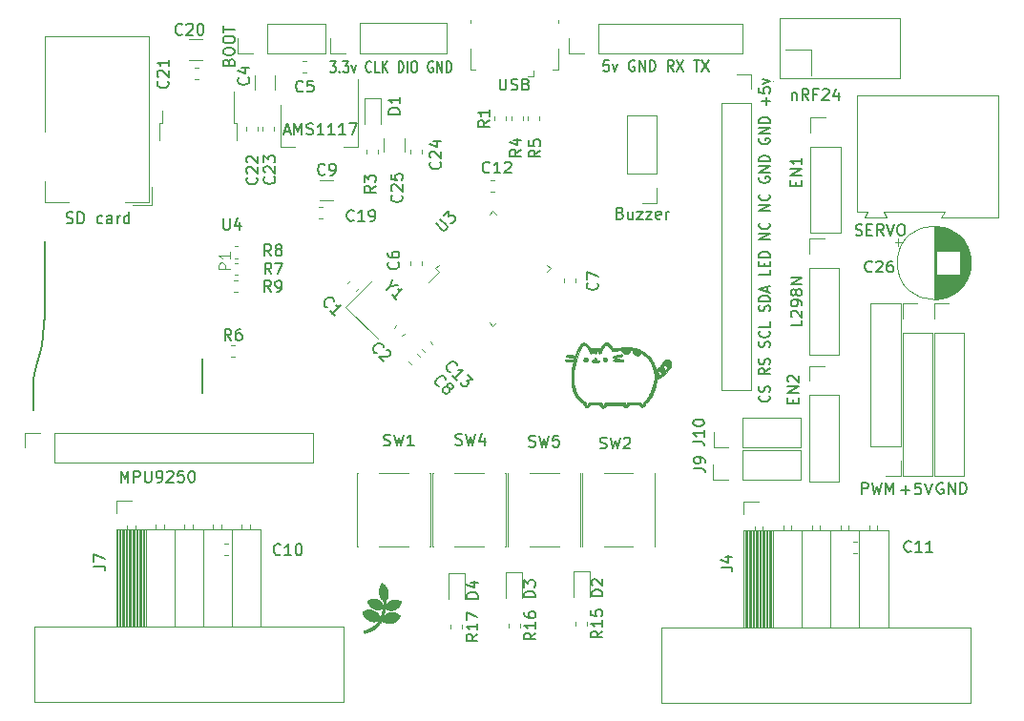
<source format=gbr>
%TF.GenerationSoftware,KiCad,Pcbnew,(5.1.6)-1*%
%TF.CreationDate,2020-09-08T21:04:45+07:00*%
%TF.ProjectId,C21_board,4332315f-626f-4617-9264-2e6b69636164,rev?*%
%TF.SameCoordinates,Original*%
%TF.FileFunction,Legend,Top*%
%TF.FilePolarity,Positive*%
%FSLAX46Y46*%
G04 Gerber Fmt 4.6, Leading zero omitted, Abs format (unit mm)*
G04 Created by KiCad (PCBNEW (5.1.6)-1) date 2020-09-08 21:04:45*
%MOMM*%
%LPD*%
G01*
G04 APERTURE LIST*
%ADD10C,0.010000*%
%ADD11C,0.120000*%
%ADD12C,0.127000*%
%ADD13C,0.150000*%
%ADD14C,0.200000*%
%ADD15C,0.015000*%
G04 APERTURE END LIST*
D10*
%TO.C,G\u002A\u002A\u002A*%
G36*
X149348722Y-89012153D02*
G01*
X149466243Y-89085516D01*
X149583354Y-89205492D01*
X149639820Y-89280852D01*
X149720966Y-89396135D01*
X149779820Y-89474765D01*
X149821789Y-89522677D01*
X149852280Y-89545802D01*
X149876699Y-89550072D01*
X149883787Y-89548523D01*
X149935069Y-89537163D01*
X150011716Y-89523998D01*
X150040863Y-89519679D01*
X150112180Y-89508288D01*
X150159682Y-89498251D01*
X150168233Y-89495202D01*
X150198533Y-89488670D01*
X150265295Y-89479460D01*
X150354394Y-89469508D01*
X150359270Y-89469017D01*
X150450058Y-89458699D01*
X150520116Y-89448467D01*
X150554808Y-89440471D01*
X150555262Y-89440223D01*
X150586590Y-89436145D01*
X150658392Y-89433014D01*
X150760408Y-89430824D01*
X150882376Y-89429568D01*
X151014038Y-89429240D01*
X151145132Y-89429833D01*
X151265399Y-89431340D01*
X151364577Y-89433755D01*
X151432407Y-89437071D01*
X151458136Y-89440799D01*
X151493289Y-89451511D01*
X151559134Y-89464445D01*
X151591336Y-89469537D01*
X151683135Y-89489070D01*
X151806887Y-89523523D01*
X151947791Y-89567946D01*
X152091049Y-89617385D01*
X152221861Y-89666888D01*
X152325429Y-89711504D01*
X152348197Y-89722792D01*
X152496895Y-89810463D01*
X152654972Y-89921603D01*
X152810781Y-90046460D01*
X152952673Y-90175283D01*
X153069000Y-90298321D01*
X153130030Y-90377326D01*
X153174984Y-90441549D01*
X153209105Y-90486637D01*
X153219823Y-90498400D01*
X153246048Y-90532438D01*
X153284893Y-90599540D01*
X153332182Y-90690572D01*
X153383745Y-90796403D01*
X153435407Y-90907899D01*
X153482995Y-91015928D01*
X153522336Y-91111359D01*
X153549256Y-91185058D01*
X153559584Y-91227894D01*
X153556425Y-91235000D01*
X153558957Y-91254505D01*
X153580010Y-91302060D01*
X153583034Y-91307979D01*
X153604585Y-91362502D01*
X153605700Y-91395853D01*
X153604853Y-91396879D01*
X153595480Y-91413587D01*
X153621557Y-91406484D01*
X153675447Y-91378664D01*
X153728157Y-91346927D01*
X153877450Y-91230193D01*
X153920507Y-91184260D01*
X154206239Y-91184260D01*
X154327269Y-91307204D01*
X154390873Y-91369744D01*
X154441132Y-91415372D01*
X154467103Y-91434174D01*
X154490870Y-91417469D01*
X154533162Y-91370056D01*
X154573196Y-91317915D01*
X154622735Y-91243351D01*
X154641341Y-91195583D01*
X154632897Y-91164414D01*
X154632054Y-91163372D01*
X154592987Y-91127152D01*
X154531595Y-91080425D01*
X154463114Y-91033578D01*
X154402780Y-90996998D01*
X154365831Y-90981072D01*
X154364548Y-90981000D01*
X154337716Y-91000451D01*
X154296455Y-91049863D01*
X154273495Y-91082630D01*
X154206239Y-91184260D01*
X153920507Y-91184260D01*
X154028822Y-91068712D01*
X154177164Y-90868025D01*
X154195787Y-90839613D01*
X154292686Y-90698892D01*
X154376260Y-90599785D01*
X154452633Y-90536974D01*
X154527929Y-90505144D01*
X154588753Y-90498400D01*
X154732115Y-90518629D01*
X154843514Y-90577299D01*
X154920327Y-90671380D01*
X154959933Y-90797843D01*
X154962261Y-90929928D01*
X154926144Y-91094346D01*
X154846013Y-91268949D01*
X154720676Y-91455722D01*
X154548940Y-91656650D01*
X154486400Y-91721810D01*
X154377130Y-91830366D01*
X154288411Y-91910527D01*
X154207303Y-91972093D01*
X154120863Y-92024866D01*
X154016151Y-92078646D01*
X154013565Y-92079905D01*
X153909901Y-92129189D01*
X153818735Y-92170501D01*
X153752681Y-92198225D01*
X153730011Y-92206092D01*
X153698769Y-92223474D01*
X153679039Y-92263560D01*
X153665714Y-92338616D01*
X153662316Y-92368697D01*
X153648009Y-92483187D01*
X153629451Y-92605000D01*
X153620188Y-92657400D01*
X153602544Y-92751594D01*
X153586734Y-92837662D01*
X153580352Y-92873300D01*
X153562667Y-92944169D01*
X153543189Y-92993950D01*
X153529115Y-93029908D01*
X153531879Y-93038400D01*
X153531929Y-93059890D01*
X153515811Y-93116884D01*
X153487306Y-93198163D01*
X153450189Y-93292509D01*
X153431188Y-93337383D01*
X153360436Y-93496872D01*
X153300686Y-93624218D01*
X153254032Y-93715254D01*
X153222567Y-93765810D01*
X153211492Y-93775000D01*
X153192104Y-93794929D01*
X153191000Y-93804441D01*
X153173716Y-93849068D01*
X153126550Y-93920230D01*
X153056524Y-94009559D01*
X152970664Y-94108683D01*
X152875993Y-94209233D01*
X152779535Y-94302838D01*
X152751581Y-94328065D01*
X152683198Y-94403962D01*
X152657666Y-94470595D01*
X152657600Y-94473715D01*
X152634628Y-94553952D01*
X152574585Y-94628151D01*
X152490775Y-94683740D01*
X152410708Y-94706979D01*
X152347303Y-94710355D01*
X152298104Y-94697756D01*
X152245105Y-94661606D01*
X152192988Y-94615362D01*
X152080419Y-94511600D01*
X151232607Y-94511600D01*
X151197486Y-94595656D01*
X151138437Y-94678916D01*
X151044746Y-94726703D01*
X150930401Y-94740200D01*
X150864570Y-94734144D01*
X150814644Y-94708693D01*
X150761205Y-94652915D01*
X150749238Y-94638217D01*
X150667283Y-94536235D01*
X149944003Y-94542967D01*
X149733565Y-94545048D01*
X149568381Y-94547207D01*
X149442905Y-94549882D01*
X149351592Y-94553510D01*
X149288898Y-94558526D01*
X149249277Y-94565369D01*
X149227184Y-94574473D01*
X149217074Y-94586278D01*
X149213503Y-94600500D01*
X149190281Y-94648180D01*
X149141197Y-94704937D01*
X149123150Y-94721150D01*
X149019283Y-94779161D01*
X148907206Y-94792377D01*
X148799362Y-94760582D01*
X148750721Y-94727574D01*
X148696769Y-94670140D01*
X148662660Y-94611896D01*
X148660308Y-94604238D01*
X148645623Y-94570142D01*
X148614442Y-94549217D01*
X148554026Y-94535798D01*
X148488709Y-94527963D01*
X148392518Y-94520742D01*
X148266446Y-94515149D01*
X148131408Y-94512002D01*
X148069826Y-94511600D01*
X147807504Y-94511600D01*
X147769259Y-94585557D01*
X147691313Y-94689611D01*
X147588290Y-94749640D01*
X147482734Y-94765600D01*
X147402434Y-94758776D01*
X147341660Y-94730962D01*
X147282959Y-94679239D01*
X147218756Y-94598085D01*
X147196721Y-94521585D01*
X147196600Y-94515139D01*
X147191243Y-94473285D01*
X147169913Y-94434132D01*
X147124718Y-94388492D01*
X147047768Y-94327177D01*
X147012450Y-94300742D01*
X146819603Y-94142397D01*
X146659848Y-93974470D01*
X146516196Y-93778855D01*
X146501365Y-93755989D01*
X146362576Y-93520007D01*
X146261530Y-93300920D01*
X146193527Y-93087710D01*
X146170653Y-92981004D01*
X146159150Y-92918143D01*
X146142512Y-92827687D01*
X146128622Y-92752404D01*
X146107125Y-92580506D01*
X146097290Y-92370015D01*
X146097727Y-92282739D01*
X146299347Y-92282739D01*
X146318796Y-92611302D01*
X146363709Y-92910725D01*
X146434176Y-93174067D01*
X146444264Y-93202668D01*
X146576867Y-93495479D01*
X146751241Y-93759860D01*
X146965947Y-93994085D01*
X147219541Y-94196430D01*
X147338161Y-94272006D01*
X147375057Y-94322067D01*
X147397375Y-94418188D01*
X147398117Y-94424406D01*
X147408847Y-94498953D01*
X147424917Y-94535949D01*
X147455785Y-94548479D01*
X147488700Y-94549700D01*
X147542207Y-94543227D01*
X147565555Y-94513298D01*
X147572834Y-94467480D01*
X147580217Y-94417679D01*
X147595491Y-94379469D01*
X147624570Y-94351569D01*
X147673364Y-94332702D01*
X147747785Y-94321586D01*
X147853743Y-94316944D01*
X147997150Y-94317496D01*
X148183917Y-94321963D01*
X148238000Y-94323539D01*
X148429192Y-94329633D01*
X148575574Y-94336181D01*
X148683122Y-94344786D01*
X148757813Y-94357048D01*
X148805624Y-94374567D01*
X148832531Y-94398946D01*
X148844511Y-94431784D01*
X148847540Y-94474682D01*
X148847600Y-94486821D01*
X148856851Y-94554015D01*
X148891235Y-94582227D01*
X148947948Y-94582616D01*
X148992819Y-94567982D01*
X149017079Y-94527861D01*
X149027660Y-94478558D01*
X149043807Y-94409500D01*
X149063772Y-94362407D01*
X149067670Y-94357569D01*
X149099637Y-94351035D01*
X149178858Y-94345806D01*
X149301802Y-94341952D01*
X149464937Y-94339542D01*
X149664732Y-94338647D01*
X149897657Y-94339336D01*
X149966809Y-94339810D01*
X150841500Y-94346500D01*
X150866900Y-94422700D01*
X150891411Y-94487091D01*
X150912891Y-94530718D01*
X150947145Y-94549209D01*
X150988543Y-94532752D01*
X151021714Y-94491938D01*
X151032000Y-94448646D01*
X151036218Y-94405370D01*
X151052669Y-94371937D01*
X151087049Y-94347105D01*
X151145051Y-94329631D01*
X151232371Y-94318270D01*
X151354704Y-94311779D01*
X151517744Y-94308915D01*
X151674321Y-94308400D01*
X151840032Y-94309565D01*
X151988047Y-94312833D01*
X152110444Y-94317862D01*
X152199303Y-94324309D01*
X152246702Y-94331833D01*
X152250198Y-94333263D01*
X152291094Y-94373981D01*
X152324098Y-94436847D01*
X152357902Y-94497175D01*
X152395516Y-94510417D01*
X152429837Y-94479100D01*
X152453762Y-94405751D01*
X152456211Y-94389837D01*
X152482268Y-94296428D01*
X152532411Y-94239063D01*
X152658297Y-94137095D01*
X152790979Y-94003237D01*
X152917163Y-93852258D01*
X153023552Y-93698926D01*
X153033595Y-93682350D01*
X153173613Y-93420324D01*
X153284531Y-93149402D01*
X153369788Y-92858701D01*
X153432821Y-92537337D01*
X153460923Y-92329409D01*
X153482038Y-92080224D01*
X153481594Y-91860445D01*
X153457912Y-91652729D01*
X153441430Y-91580493D01*
X153780000Y-91580493D01*
X153791804Y-91640579D01*
X153812089Y-91718715D01*
X153836531Y-91800073D01*
X153860803Y-91869823D01*
X153880580Y-91913136D01*
X153888060Y-91920317D01*
X153922980Y-91907387D01*
X153984716Y-91874569D01*
X154036611Y-91843409D01*
X154110208Y-91790034D01*
X154141525Y-91749807D01*
X154140394Y-91735942D01*
X154117613Y-91699187D01*
X154076581Y-91635126D01*
X154035276Y-91571569D01*
X153948086Y-91438239D01*
X153867993Y-91493494D01*
X153814890Y-91530077D01*
X153783570Y-91551556D01*
X153781003Y-91553287D01*
X153780000Y-91580493D01*
X153441430Y-91580493D01*
X153409310Y-91439732D01*
X153358777Y-91275860D01*
X153238308Y-90962751D01*
X153098837Y-90691853D01*
X152935567Y-90456605D01*
X152743701Y-90250443D01*
X152518441Y-90066806D01*
X152430956Y-90006729D01*
X152295774Y-89917701D01*
X152232361Y-89993062D01*
X152128003Y-90083579D01*
X152011203Y-90130765D01*
X151890858Y-90137391D01*
X151775864Y-90106229D01*
X151675118Y-90040048D01*
X151597516Y-89941620D01*
X151551956Y-89813716D01*
X151546847Y-89779563D01*
X151532565Y-89702776D01*
X151507537Y-89663056D01*
X151479790Y-89650009D01*
X151398237Y-89634847D01*
X151353451Y-89646408D01*
X151337313Y-89687623D01*
X151336800Y-89701651D01*
X151313276Y-89802814D01*
X151250209Y-89894918D01*
X151158851Y-89969467D01*
X151050453Y-90017963D01*
X150936270Y-90031908D01*
X150904169Y-90028359D01*
X150796226Y-89990147D01*
X150698644Y-89920316D01*
X150622820Y-89830662D01*
X150580155Y-89732983D01*
X150574800Y-89687496D01*
X150575403Y-89668309D01*
X150572749Y-89654781D01*
X150560142Y-89647288D01*
X150530883Y-89646208D01*
X150478276Y-89651918D01*
X150395625Y-89664797D01*
X150276233Y-89685222D01*
X150113897Y-89713485D01*
X149989595Y-89733520D01*
X149881551Y-89748047D01*
X149800575Y-89755813D01*
X149757478Y-89755568D01*
X149755454Y-89754976D01*
X149726763Y-89729519D01*
X149676586Y-89670980D01*
X149612117Y-89588207D01*
X149544083Y-89495038D01*
X149468236Y-89393566D01*
X149395114Y-89305424D01*
X149333523Y-89240685D01*
X149295867Y-89211081D01*
X149239989Y-89187580D01*
X149198379Y-89193501D01*
X149155341Y-89221442D01*
X149112573Y-89263123D01*
X149051808Y-89335468D01*
X148982729Y-89426549D01*
X148942021Y-89484206D01*
X148878200Y-89574702D01*
X148823201Y-89648040D01*
X148784239Y-89694855D01*
X148770571Y-89706766D01*
X148753888Y-89735240D01*
X148746079Y-89793328D01*
X148746000Y-89800202D01*
X148729596Y-89884193D01*
X148687703Y-89940498D01*
X148631297Y-89963571D01*
X148571354Y-89947867D01*
X148531540Y-89908548D01*
X148500946Y-89843563D01*
X148492000Y-89794248D01*
X148479968Y-89749778D01*
X148434985Y-89736482D01*
X148428500Y-89736400D01*
X148380581Y-89746539D01*
X148365396Y-89786938D01*
X148365000Y-89801569D01*
X148348847Y-89894199D01*
X148302375Y-89949803D01*
X148242186Y-89964999D01*
X148164952Y-89949094D01*
X148122552Y-89898549D01*
X148111000Y-89820220D01*
X148105547Y-89762322D01*
X148081528Y-89739556D01*
X148047500Y-89736400D01*
X147999581Y-89746539D01*
X147984396Y-89786938D01*
X147984000Y-89801569D01*
X147967847Y-89894199D01*
X147921375Y-89949803D01*
X147861186Y-89965000D01*
X147784075Y-89949167D01*
X147741695Y-89898766D01*
X147729999Y-89819492D01*
X147722686Y-89770864D01*
X147697376Y-89713179D01*
X147649020Y-89637663D01*
X147572567Y-89535537D01*
X147550044Y-89506812D01*
X147458530Y-89393384D01*
X147388932Y-89315129D01*
X147333720Y-89265827D01*
X147285360Y-89239257D01*
X147236321Y-89229198D01*
X147212949Y-89228399D01*
X147142711Y-89252872D01*
X147065624Y-89323998D01*
X146983286Y-89438337D01*
X146897299Y-89592450D01*
X146809262Y-89782897D01*
X146720775Y-90006240D01*
X146633439Y-90259037D01*
X146548852Y-90537851D01*
X146474455Y-90815900D01*
X146392919Y-91191616D01*
X146336497Y-91565955D01*
X146305277Y-91931976D01*
X146299347Y-92282739D01*
X146097727Y-92282739D01*
X146098485Y-92131624D01*
X146110078Y-91876031D01*
X146131438Y-91613929D01*
X146161933Y-91356016D01*
X146200931Y-91112986D01*
X146235236Y-90947535D01*
X146256656Y-90847149D01*
X146270327Y-90766493D01*
X146274393Y-90717494D01*
X146272407Y-90708740D01*
X146241064Y-90702146D01*
X146172122Y-90698581D01*
X146078678Y-90697836D01*
X145973831Y-90699704D01*
X145870677Y-90703976D01*
X145782314Y-90710446D01*
X145729471Y-90717357D01*
X145643907Y-90716392D01*
X145589383Y-90678832D01*
X145571000Y-90611088D01*
X145573227Y-90573702D01*
X145586397Y-90549514D01*
X145620239Y-90534389D01*
X145684482Y-90524192D01*
X145788856Y-90514786D01*
X145799600Y-90513914D01*
X145990351Y-90498394D01*
X146135897Y-90485866D01*
X146241655Y-90475089D01*
X146313042Y-90464825D01*
X146355478Y-90453833D01*
X146374378Y-90440875D01*
X146375162Y-90424709D01*
X146363247Y-90404098D01*
X146351236Y-90387697D01*
X146321079Y-90366035D01*
X146261214Y-90348105D01*
X146164351Y-90332285D01*
X146040900Y-90318642D01*
X145888831Y-90303059D01*
X145779989Y-90288890D01*
X145706938Y-90273809D01*
X145662242Y-90255487D01*
X145638467Y-90231597D01*
X145628176Y-90199811D01*
X145626673Y-90188962D01*
X145632471Y-90132790D01*
X145673164Y-90104521D01*
X145673506Y-90104412D01*
X145732281Y-90097475D01*
X145831266Y-90098631D01*
X145960646Y-90107130D01*
X146110607Y-90122218D01*
X146271335Y-90143142D01*
X146363498Y-90157310D01*
X146406907Y-90158639D01*
X146437938Y-90137980D01*
X146468771Y-90084585D01*
X146484148Y-90050813D01*
X146514387Y-89976071D01*
X146533163Y-89917377D01*
X146536200Y-89899073D01*
X146547205Y-89864781D01*
X146577334Y-89794915D01*
X146622257Y-89698965D01*
X146677644Y-89586419D01*
X146690376Y-89561216D01*
X146797750Y-89365452D01*
X146898077Y-89216785D01*
X146993983Y-89112442D01*
X147088096Y-89049648D01*
X147183042Y-89025630D01*
X147198023Y-89025200D01*
X147278458Y-89029732D01*
X147349201Y-89046801D01*
X147417471Y-89081620D01*
X147490486Y-89139397D01*
X147575468Y-89225344D01*
X147679635Y-89344671D01*
X147738547Y-89415308D01*
X147835995Y-89533200D01*
X148253457Y-89533200D01*
X148670918Y-89533199D01*
X148740209Y-89424833D01*
X148835499Y-89281249D01*
X148915122Y-89175330D01*
X148986201Y-89099337D01*
X149055861Y-89045536D01*
X149121988Y-89010250D01*
X149233176Y-88986649D01*
X149348722Y-89012153D01*
G37*
X149348722Y-89012153D02*
X149466243Y-89085516D01*
X149583354Y-89205492D01*
X149639820Y-89280852D01*
X149720966Y-89396135D01*
X149779820Y-89474765D01*
X149821789Y-89522677D01*
X149852280Y-89545802D01*
X149876699Y-89550072D01*
X149883787Y-89548523D01*
X149935069Y-89537163D01*
X150011716Y-89523998D01*
X150040863Y-89519679D01*
X150112180Y-89508288D01*
X150159682Y-89498251D01*
X150168233Y-89495202D01*
X150198533Y-89488670D01*
X150265295Y-89479460D01*
X150354394Y-89469508D01*
X150359270Y-89469017D01*
X150450058Y-89458699D01*
X150520116Y-89448467D01*
X150554808Y-89440471D01*
X150555262Y-89440223D01*
X150586590Y-89436145D01*
X150658392Y-89433014D01*
X150760408Y-89430824D01*
X150882376Y-89429568D01*
X151014038Y-89429240D01*
X151145132Y-89429833D01*
X151265399Y-89431340D01*
X151364577Y-89433755D01*
X151432407Y-89437071D01*
X151458136Y-89440799D01*
X151493289Y-89451511D01*
X151559134Y-89464445D01*
X151591336Y-89469537D01*
X151683135Y-89489070D01*
X151806887Y-89523523D01*
X151947791Y-89567946D01*
X152091049Y-89617385D01*
X152221861Y-89666888D01*
X152325429Y-89711504D01*
X152348197Y-89722792D01*
X152496895Y-89810463D01*
X152654972Y-89921603D01*
X152810781Y-90046460D01*
X152952673Y-90175283D01*
X153069000Y-90298321D01*
X153130030Y-90377326D01*
X153174984Y-90441549D01*
X153209105Y-90486637D01*
X153219823Y-90498400D01*
X153246048Y-90532438D01*
X153284893Y-90599540D01*
X153332182Y-90690572D01*
X153383745Y-90796403D01*
X153435407Y-90907899D01*
X153482995Y-91015928D01*
X153522336Y-91111359D01*
X153549256Y-91185058D01*
X153559584Y-91227894D01*
X153556425Y-91235000D01*
X153558957Y-91254505D01*
X153580010Y-91302060D01*
X153583034Y-91307979D01*
X153604585Y-91362502D01*
X153605700Y-91395853D01*
X153604853Y-91396879D01*
X153595480Y-91413587D01*
X153621557Y-91406484D01*
X153675447Y-91378664D01*
X153728157Y-91346927D01*
X153877450Y-91230193D01*
X153920507Y-91184260D01*
X154206239Y-91184260D01*
X154327269Y-91307204D01*
X154390873Y-91369744D01*
X154441132Y-91415372D01*
X154467103Y-91434174D01*
X154490870Y-91417469D01*
X154533162Y-91370056D01*
X154573196Y-91317915D01*
X154622735Y-91243351D01*
X154641341Y-91195583D01*
X154632897Y-91164414D01*
X154632054Y-91163372D01*
X154592987Y-91127152D01*
X154531595Y-91080425D01*
X154463114Y-91033578D01*
X154402780Y-90996998D01*
X154365831Y-90981072D01*
X154364548Y-90981000D01*
X154337716Y-91000451D01*
X154296455Y-91049863D01*
X154273495Y-91082630D01*
X154206239Y-91184260D01*
X153920507Y-91184260D01*
X154028822Y-91068712D01*
X154177164Y-90868025D01*
X154195787Y-90839613D01*
X154292686Y-90698892D01*
X154376260Y-90599785D01*
X154452633Y-90536974D01*
X154527929Y-90505144D01*
X154588753Y-90498400D01*
X154732115Y-90518629D01*
X154843514Y-90577299D01*
X154920327Y-90671380D01*
X154959933Y-90797843D01*
X154962261Y-90929928D01*
X154926144Y-91094346D01*
X154846013Y-91268949D01*
X154720676Y-91455722D01*
X154548940Y-91656650D01*
X154486400Y-91721810D01*
X154377130Y-91830366D01*
X154288411Y-91910527D01*
X154207303Y-91972093D01*
X154120863Y-92024866D01*
X154016151Y-92078646D01*
X154013565Y-92079905D01*
X153909901Y-92129189D01*
X153818735Y-92170501D01*
X153752681Y-92198225D01*
X153730011Y-92206092D01*
X153698769Y-92223474D01*
X153679039Y-92263560D01*
X153665714Y-92338616D01*
X153662316Y-92368697D01*
X153648009Y-92483187D01*
X153629451Y-92605000D01*
X153620188Y-92657400D01*
X153602544Y-92751594D01*
X153586734Y-92837662D01*
X153580352Y-92873300D01*
X153562667Y-92944169D01*
X153543189Y-92993950D01*
X153529115Y-93029908D01*
X153531879Y-93038400D01*
X153531929Y-93059890D01*
X153515811Y-93116884D01*
X153487306Y-93198163D01*
X153450189Y-93292509D01*
X153431188Y-93337383D01*
X153360436Y-93496872D01*
X153300686Y-93624218D01*
X153254032Y-93715254D01*
X153222567Y-93765810D01*
X153211492Y-93775000D01*
X153192104Y-93794929D01*
X153191000Y-93804441D01*
X153173716Y-93849068D01*
X153126550Y-93920230D01*
X153056524Y-94009559D01*
X152970664Y-94108683D01*
X152875993Y-94209233D01*
X152779535Y-94302838D01*
X152751581Y-94328065D01*
X152683198Y-94403962D01*
X152657666Y-94470595D01*
X152657600Y-94473715D01*
X152634628Y-94553952D01*
X152574585Y-94628151D01*
X152490775Y-94683740D01*
X152410708Y-94706979D01*
X152347303Y-94710355D01*
X152298104Y-94697756D01*
X152245105Y-94661606D01*
X152192988Y-94615362D01*
X152080419Y-94511600D01*
X151232607Y-94511600D01*
X151197486Y-94595656D01*
X151138437Y-94678916D01*
X151044746Y-94726703D01*
X150930401Y-94740200D01*
X150864570Y-94734144D01*
X150814644Y-94708693D01*
X150761205Y-94652915D01*
X150749238Y-94638217D01*
X150667283Y-94536235D01*
X149944003Y-94542967D01*
X149733565Y-94545048D01*
X149568381Y-94547207D01*
X149442905Y-94549882D01*
X149351592Y-94553510D01*
X149288898Y-94558526D01*
X149249277Y-94565369D01*
X149227184Y-94574473D01*
X149217074Y-94586278D01*
X149213503Y-94600500D01*
X149190281Y-94648180D01*
X149141197Y-94704937D01*
X149123150Y-94721150D01*
X149019283Y-94779161D01*
X148907206Y-94792377D01*
X148799362Y-94760582D01*
X148750721Y-94727574D01*
X148696769Y-94670140D01*
X148662660Y-94611896D01*
X148660308Y-94604238D01*
X148645623Y-94570142D01*
X148614442Y-94549217D01*
X148554026Y-94535798D01*
X148488709Y-94527963D01*
X148392518Y-94520742D01*
X148266446Y-94515149D01*
X148131408Y-94512002D01*
X148069826Y-94511600D01*
X147807504Y-94511600D01*
X147769259Y-94585557D01*
X147691313Y-94689611D01*
X147588290Y-94749640D01*
X147482734Y-94765600D01*
X147402434Y-94758776D01*
X147341660Y-94730962D01*
X147282959Y-94679239D01*
X147218756Y-94598085D01*
X147196721Y-94521585D01*
X147196600Y-94515139D01*
X147191243Y-94473285D01*
X147169913Y-94434132D01*
X147124718Y-94388492D01*
X147047768Y-94327177D01*
X147012450Y-94300742D01*
X146819603Y-94142397D01*
X146659848Y-93974470D01*
X146516196Y-93778855D01*
X146501365Y-93755989D01*
X146362576Y-93520007D01*
X146261530Y-93300920D01*
X146193527Y-93087710D01*
X146170653Y-92981004D01*
X146159150Y-92918143D01*
X146142512Y-92827687D01*
X146128622Y-92752404D01*
X146107125Y-92580506D01*
X146097290Y-92370015D01*
X146097727Y-92282739D01*
X146299347Y-92282739D01*
X146318796Y-92611302D01*
X146363709Y-92910725D01*
X146434176Y-93174067D01*
X146444264Y-93202668D01*
X146576867Y-93495479D01*
X146751241Y-93759860D01*
X146965947Y-93994085D01*
X147219541Y-94196430D01*
X147338161Y-94272006D01*
X147375057Y-94322067D01*
X147397375Y-94418188D01*
X147398117Y-94424406D01*
X147408847Y-94498953D01*
X147424917Y-94535949D01*
X147455785Y-94548479D01*
X147488700Y-94549700D01*
X147542207Y-94543227D01*
X147565555Y-94513298D01*
X147572834Y-94467480D01*
X147580217Y-94417679D01*
X147595491Y-94379469D01*
X147624570Y-94351569D01*
X147673364Y-94332702D01*
X147747785Y-94321586D01*
X147853743Y-94316944D01*
X147997150Y-94317496D01*
X148183917Y-94321963D01*
X148238000Y-94323539D01*
X148429192Y-94329633D01*
X148575574Y-94336181D01*
X148683122Y-94344786D01*
X148757813Y-94357048D01*
X148805624Y-94374567D01*
X148832531Y-94398946D01*
X148844511Y-94431784D01*
X148847540Y-94474682D01*
X148847600Y-94486821D01*
X148856851Y-94554015D01*
X148891235Y-94582227D01*
X148947948Y-94582616D01*
X148992819Y-94567982D01*
X149017079Y-94527861D01*
X149027660Y-94478558D01*
X149043807Y-94409500D01*
X149063772Y-94362407D01*
X149067670Y-94357569D01*
X149099637Y-94351035D01*
X149178858Y-94345806D01*
X149301802Y-94341952D01*
X149464937Y-94339542D01*
X149664732Y-94338647D01*
X149897657Y-94339336D01*
X149966809Y-94339810D01*
X150841500Y-94346500D01*
X150866900Y-94422700D01*
X150891411Y-94487091D01*
X150912891Y-94530718D01*
X150947145Y-94549209D01*
X150988543Y-94532752D01*
X151021714Y-94491938D01*
X151032000Y-94448646D01*
X151036218Y-94405370D01*
X151052669Y-94371937D01*
X151087049Y-94347105D01*
X151145051Y-94329631D01*
X151232371Y-94318270D01*
X151354704Y-94311779D01*
X151517744Y-94308915D01*
X151674321Y-94308400D01*
X151840032Y-94309565D01*
X151988047Y-94312833D01*
X152110444Y-94317862D01*
X152199303Y-94324309D01*
X152246702Y-94331833D01*
X152250198Y-94333263D01*
X152291094Y-94373981D01*
X152324098Y-94436847D01*
X152357902Y-94497175D01*
X152395516Y-94510417D01*
X152429837Y-94479100D01*
X152453762Y-94405751D01*
X152456211Y-94389837D01*
X152482268Y-94296428D01*
X152532411Y-94239063D01*
X152658297Y-94137095D01*
X152790979Y-94003237D01*
X152917163Y-93852258D01*
X153023552Y-93698926D01*
X153033595Y-93682350D01*
X153173613Y-93420324D01*
X153284531Y-93149402D01*
X153369788Y-92858701D01*
X153432821Y-92537337D01*
X153460923Y-92329409D01*
X153482038Y-92080224D01*
X153481594Y-91860445D01*
X153457912Y-91652729D01*
X153441430Y-91580493D01*
X153780000Y-91580493D01*
X153791804Y-91640579D01*
X153812089Y-91718715D01*
X153836531Y-91800073D01*
X153860803Y-91869823D01*
X153880580Y-91913136D01*
X153888060Y-91920317D01*
X153922980Y-91907387D01*
X153984716Y-91874569D01*
X154036611Y-91843409D01*
X154110208Y-91790034D01*
X154141525Y-91749807D01*
X154140394Y-91735942D01*
X154117613Y-91699187D01*
X154076581Y-91635126D01*
X154035276Y-91571569D01*
X153948086Y-91438239D01*
X153867993Y-91493494D01*
X153814890Y-91530077D01*
X153783570Y-91551556D01*
X153781003Y-91553287D01*
X153780000Y-91580493D01*
X153441430Y-91580493D01*
X153409310Y-91439732D01*
X153358777Y-91275860D01*
X153238308Y-90962751D01*
X153098837Y-90691853D01*
X152935567Y-90456605D01*
X152743701Y-90250443D01*
X152518441Y-90066806D01*
X152430956Y-90006729D01*
X152295774Y-89917701D01*
X152232361Y-89993062D01*
X152128003Y-90083579D01*
X152011203Y-90130765D01*
X151890858Y-90137391D01*
X151775864Y-90106229D01*
X151675118Y-90040048D01*
X151597516Y-89941620D01*
X151551956Y-89813716D01*
X151546847Y-89779563D01*
X151532565Y-89702776D01*
X151507537Y-89663056D01*
X151479790Y-89650009D01*
X151398237Y-89634847D01*
X151353451Y-89646408D01*
X151337313Y-89687623D01*
X151336800Y-89701651D01*
X151313276Y-89802814D01*
X151250209Y-89894918D01*
X151158851Y-89969467D01*
X151050453Y-90017963D01*
X150936270Y-90031908D01*
X150904169Y-90028359D01*
X150796226Y-89990147D01*
X150698644Y-89920316D01*
X150622820Y-89830662D01*
X150580155Y-89732983D01*
X150574800Y-89687496D01*
X150575403Y-89668309D01*
X150572749Y-89654781D01*
X150560142Y-89647288D01*
X150530883Y-89646208D01*
X150478276Y-89651918D01*
X150395625Y-89664797D01*
X150276233Y-89685222D01*
X150113897Y-89713485D01*
X149989595Y-89733520D01*
X149881551Y-89748047D01*
X149800575Y-89755813D01*
X149757478Y-89755568D01*
X149755454Y-89754976D01*
X149726763Y-89729519D01*
X149676586Y-89670980D01*
X149612117Y-89588207D01*
X149544083Y-89495038D01*
X149468236Y-89393566D01*
X149395114Y-89305424D01*
X149333523Y-89240685D01*
X149295867Y-89211081D01*
X149239989Y-89187580D01*
X149198379Y-89193501D01*
X149155341Y-89221442D01*
X149112573Y-89263123D01*
X149051808Y-89335468D01*
X148982729Y-89426549D01*
X148942021Y-89484206D01*
X148878200Y-89574702D01*
X148823201Y-89648040D01*
X148784239Y-89694855D01*
X148770571Y-89706766D01*
X148753888Y-89735240D01*
X148746079Y-89793328D01*
X148746000Y-89800202D01*
X148729596Y-89884193D01*
X148687703Y-89940498D01*
X148631297Y-89963571D01*
X148571354Y-89947867D01*
X148531540Y-89908548D01*
X148500946Y-89843563D01*
X148492000Y-89794248D01*
X148479968Y-89749778D01*
X148434985Y-89736482D01*
X148428500Y-89736400D01*
X148380581Y-89746539D01*
X148365396Y-89786938D01*
X148365000Y-89801569D01*
X148348847Y-89894199D01*
X148302375Y-89949803D01*
X148242186Y-89964999D01*
X148164952Y-89949094D01*
X148122552Y-89898549D01*
X148111000Y-89820220D01*
X148105547Y-89762322D01*
X148081528Y-89739556D01*
X148047500Y-89736400D01*
X147999581Y-89746539D01*
X147984396Y-89786938D01*
X147984000Y-89801569D01*
X147967847Y-89894199D01*
X147921375Y-89949803D01*
X147861186Y-89965000D01*
X147784075Y-89949167D01*
X147741695Y-89898766D01*
X147729999Y-89819492D01*
X147722686Y-89770864D01*
X147697376Y-89713179D01*
X147649020Y-89637663D01*
X147572567Y-89535537D01*
X147550044Y-89506812D01*
X147458530Y-89393384D01*
X147388932Y-89315129D01*
X147333720Y-89265827D01*
X147285360Y-89239257D01*
X147236321Y-89229198D01*
X147212949Y-89228399D01*
X147142711Y-89252872D01*
X147065624Y-89323998D01*
X146983286Y-89438337D01*
X146897299Y-89592450D01*
X146809262Y-89782897D01*
X146720775Y-90006240D01*
X146633439Y-90259037D01*
X146548852Y-90537851D01*
X146474455Y-90815900D01*
X146392919Y-91191616D01*
X146336497Y-91565955D01*
X146305277Y-91931976D01*
X146299347Y-92282739D01*
X146097727Y-92282739D01*
X146098485Y-92131624D01*
X146110078Y-91876031D01*
X146131438Y-91613929D01*
X146161933Y-91356016D01*
X146200931Y-91112986D01*
X146235236Y-90947535D01*
X146256656Y-90847149D01*
X146270327Y-90766493D01*
X146274393Y-90717494D01*
X146272407Y-90708740D01*
X146241064Y-90702146D01*
X146172122Y-90698581D01*
X146078678Y-90697836D01*
X145973831Y-90699704D01*
X145870677Y-90703976D01*
X145782314Y-90710446D01*
X145729471Y-90717357D01*
X145643907Y-90716392D01*
X145589383Y-90678832D01*
X145571000Y-90611088D01*
X145573227Y-90573702D01*
X145586397Y-90549514D01*
X145620239Y-90534389D01*
X145684482Y-90524192D01*
X145788856Y-90514786D01*
X145799600Y-90513914D01*
X145990351Y-90498394D01*
X146135897Y-90485866D01*
X146241655Y-90475089D01*
X146313042Y-90464825D01*
X146355478Y-90453833D01*
X146374378Y-90440875D01*
X146375162Y-90424709D01*
X146363247Y-90404098D01*
X146351236Y-90387697D01*
X146321079Y-90366035D01*
X146261214Y-90348105D01*
X146164351Y-90332285D01*
X146040900Y-90318642D01*
X145888831Y-90303059D01*
X145779989Y-90288890D01*
X145706938Y-90273809D01*
X145662242Y-90255487D01*
X145638467Y-90231597D01*
X145628176Y-90199811D01*
X145626673Y-90188962D01*
X145632471Y-90132790D01*
X145673164Y-90104521D01*
X145673506Y-90104412D01*
X145732281Y-90097475D01*
X145831266Y-90098631D01*
X145960646Y-90107130D01*
X146110607Y-90122218D01*
X146271335Y-90143142D01*
X146363498Y-90157310D01*
X146406907Y-90158639D01*
X146437938Y-90137980D01*
X146468771Y-90084585D01*
X146484148Y-90050813D01*
X146514387Y-89976071D01*
X146533163Y-89917377D01*
X146536200Y-89899073D01*
X146547205Y-89864781D01*
X146577334Y-89794915D01*
X146622257Y-89698965D01*
X146677644Y-89586419D01*
X146690376Y-89561216D01*
X146797750Y-89365452D01*
X146898077Y-89216785D01*
X146993983Y-89112442D01*
X147088096Y-89049648D01*
X147183042Y-89025630D01*
X147198023Y-89025200D01*
X147278458Y-89029732D01*
X147349201Y-89046801D01*
X147417471Y-89081620D01*
X147490486Y-89139397D01*
X147575468Y-89225344D01*
X147679635Y-89344671D01*
X147738547Y-89415308D01*
X147835995Y-89533200D01*
X148253457Y-89533200D01*
X148670918Y-89533199D01*
X148740209Y-89424833D01*
X148835499Y-89281249D01*
X148915122Y-89175330D01*
X148986201Y-89099337D01*
X149055861Y-89045536D01*
X149121988Y-89010250D01*
X149233176Y-88986649D01*
X149348722Y-89012153D01*
G36*
X148287271Y-90345181D02*
G01*
X148329140Y-90395999D01*
X148344421Y-90466725D01*
X148353181Y-90528739D01*
X148373657Y-90553579D01*
X148418282Y-90554865D01*
X148424327Y-90554247D01*
X148489875Y-90558493D01*
X148532277Y-90576407D01*
X148566270Y-90628372D01*
X148559375Y-90683015D01*
X148520071Y-90731029D01*
X148456834Y-90763107D01*
X148378143Y-90769942D01*
X148358697Y-90766954D01*
X148279579Y-90753908D01*
X148212355Y-90752767D01*
X148128892Y-90763499D01*
X148110108Y-90766666D01*
X148028438Y-90768357D01*
X147963272Y-90735856D01*
X147960229Y-90733427D01*
X147917884Y-90685462D01*
X147914352Y-90629804D01*
X147917625Y-90615108D01*
X147935073Y-90569397D01*
X147967527Y-90552280D01*
X148029405Y-90553672D01*
X148091308Y-90555989D01*
X148119324Y-90539069D01*
X148129616Y-90489159D01*
X148131578Y-90466725D01*
X148154003Y-90383823D01*
X148199963Y-90337944D01*
X148262203Y-90334751D01*
X148287271Y-90345181D01*
G37*
X148287271Y-90345181D02*
X148329140Y-90395999D01*
X148344421Y-90466725D01*
X148353181Y-90528739D01*
X148373657Y-90553579D01*
X148418282Y-90554865D01*
X148424327Y-90554247D01*
X148489875Y-90558493D01*
X148532277Y-90576407D01*
X148566270Y-90628372D01*
X148559375Y-90683015D01*
X148520071Y-90731029D01*
X148456834Y-90763107D01*
X148378143Y-90769942D01*
X148358697Y-90766954D01*
X148279579Y-90753908D01*
X148212355Y-90752767D01*
X148128892Y-90763499D01*
X148110108Y-90766666D01*
X148028438Y-90768357D01*
X147963272Y-90735856D01*
X147960229Y-90733427D01*
X147917884Y-90685462D01*
X147914352Y-90629804D01*
X147917625Y-90615108D01*
X147935073Y-90569397D01*
X147967527Y-90552280D01*
X148029405Y-90553672D01*
X148091308Y-90555989D01*
X148119324Y-90539069D01*
X148129616Y-90489159D01*
X148131578Y-90466725D01*
X148154003Y-90383823D01*
X148199963Y-90337944D01*
X148262203Y-90334751D01*
X148287271Y-90345181D01*
G36*
X147511994Y-90379736D02*
G01*
X147515254Y-90382945D01*
X147568791Y-90465848D01*
X147577550Y-90553403D01*
X147543177Y-90633305D01*
X147474183Y-90689839D01*
X147413450Y-90717818D01*
X147369779Y-90722295D01*
X147316369Y-90705390D01*
X147310018Y-90702831D01*
X147232252Y-90648075D01*
X147192190Y-90570699D01*
X147192082Y-90484465D01*
X147234174Y-90403132D01*
X147257283Y-90380080D01*
X147345068Y-90329725D01*
X147430948Y-90329622D01*
X147511994Y-90379736D01*
G37*
X147511994Y-90379736D02*
X147515254Y-90382945D01*
X147568791Y-90465848D01*
X147577550Y-90553403D01*
X147543177Y-90633305D01*
X147474183Y-90689839D01*
X147413450Y-90717818D01*
X147369779Y-90722295D01*
X147316369Y-90705390D01*
X147310018Y-90702831D01*
X147232252Y-90648075D01*
X147192190Y-90570699D01*
X147192082Y-90484465D01*
X147234174Y-90403132D01*
X147257283Y-90380080D01*
X147345068Y-90329725D01*
X147430948Y-90329622D01*
X147511994Y-90379736D01*
G36*
X149212474Y-90373243D02*
G01*
X149264871Y-90439770D01*
X149279163Y-90516658D01*
X149261746Y-90593504D01*
X149219011Y-90659904D01*
X149157355Y-90705457D01*
X149083170Y-90719757D01*
X149012700Y-90698283D01*
X148934592Y-90631316D01*
X148899608Y-90548379D01*
X148909523Y-90460255D01*
X148960745Y-90382945D01*
X149041578Y-90330574D01*
X149127703Y-90328554D01*
X149212474Y-90373243D01*
G37*
X149212474Y-90373243D02*
X149264871Y-90439770D01*
X149279163Y-90516658D01*
X149261746Y-90593504D01*
X149219011Y-90659904D01*
X149157355Y-90705457D01*
X149083170Y-90719757D01*
X149012700Y-90698283D01*
X148934592Y-90631316D01*
X148899608Y-90548379D01*
X148909523Y-90460255D01*
X148960745Y-90382945D01*
X149041578Y-90330574D01*
X149127703Y-90328554D01*
X149212474Y-90373243D01*
G36*
X150311922Y-90456081D02*
G01*
X150470903Y-90475016D01*
X150590316Y-90504653D01*
X150667429Y-90544055D01*
X150699511Y-90592285D01*
X150686408Y-90644450D01*
X150644144Y-90679050D01*
X150584258Y-90697920D01*
X150531133Y-90694998D01*
X150517335Y-90686468D01*
X150486769Y-90678897D01*
X150415414Y-90670489D01*
X150313248Y-90662172D01*
X150190252Y-90654870D01*
X150162685Y-90653552D01*
X150026435Y-90647008D01*
X149932687Y-90640832D01*
X149873193Y-90633176D01*
X149839702Y-90622190D01*
X149823965Y-90606026D01*
X149817734Y-90582834D01*
X149816737Y-90576023D01*
X149820372Y-90520664D01*
X149853437Y-90482812D01*
X149921680Y-90460024D01*
X150030850Y-90449857D01*
X150116104Y-90448785D01*
X150311922Y-90456081D01*
G37*
X150311922Y-90456081D02*
X150470903Y-90475016D01*
X150590316Y-90504653D01*
X150667429Y-90544055D01*
X150699511Y-90592285D01*
X150686408Y-90644450D01*
X150644144Y-90679050D01*
X150584258Y-90697920D01*
X150531133Y-90694998D01*
X150517335Y-90686468D01*
X150486769Y-90678897D01*
X150415414Y-90670489D01*
X150313248Y-90662172D01*
X150190252Y-90654870D01*
X150162685Y-90653552D01*
X150026435Y-90647008D01*
X149932687Y-90640832D01*
X149873193Y-90633176D01*
X149839702Y-90622190D01*
X149823965Y-90606026D01*
X149817734Y-90582834D01*
X149816737Y-90576023D01*
X149820372Y-90520664D01*
X149853437Y-90482812D01*
X149921680Y-90460024D01*
X150030850Y-90449857D01*
X150116104Y-90448785D01*
X150311922Y-90456081D01*
G36*
X150599594Y-90054995D02*
G01*
X150634366Y-90083686D01*
X150646172Y-90122041D01*
X150642939Y-90172410D01*
X150614391Y-90207697D01*
X150552823Y-90232244D01*
X150450532Y-90250394D01*
X150409700Y-90255361D01*
X150303294Y-90271633D01*
X150177523Y-90296808D01*
X150072866Y-90322045D01*
X149960873Y-90350953D01*
X149886926Y-90365963D01*
X149840348Y-90367544D01*
X149810459Y-90356163D01*
X149788411Y-90334518D01*
X149765967Y-90278500D01*
X149793545Y-90225618D01*
X149870444Y-90176241D01*
X149995961Y-90130741D01*
X150169394Y-90089487D01*
X150295400Y-90067050D01*
X150436772Y-90047721D01*
X150535950Y-90043354D01*
X150599594Y-90054995D01*
G37*
X150599594Y-90054995D02*
X150634366Y-90083686D01*
X150646172Y-90122041D01*
X150642939Y-90172410D01*
X150614391Y-90207697D01*
X150552823Y-90232244D01*
X150450532Y-90250394D01*
X150409700Y-90255361D01*
X150303294Y-90271633D01*
X150177523Y-90296808D01*
X150072866Y-90322045D01*
X149960873Y-90350953D01*
X149886926Y-90365963D01*
X149840348Y-90367544D01*
X149810459Y-90356163D01*
X149788411Y-90334518D01*
X149765967Y-90278500D01*
X149793545Y-90225618D01*
X149870444Y-90176241D01*
X149995961Y-90130741D01*
X150169394Y-90089487D01*
X150295400Y-90067050D01*
X150436772Y-90047721D01*
X150535950Y-90043354D01*
X150599594Y-90054995D01*
D11*
%TO.C,nRF24*%
X164576000Y-65495000D02*
X164576000Y-60161000D01*
X164576000Y-60161000D02*
X175244000Y-60161000D01*
X175244000Y-60161000D02*
X175244000Y-65495000D01*
X175244000Y-65495000D02*
X175244000Y-65495000D01*
X165084000Y-62955000D02*
X167370000Y-62955000D01*
X167370000Y-62955000D02*
X167370000Y-65241000D01*
X167370000Y-65241000D02*
X167370000Y-65241000D01*
X164000000Y-65825000D02*
X164000000Y-65825000D01*
X175244000Y-65495000D02*
X164576000Y-65495000D01*
X164576000Y-65495000D02*
X164576000Y-65495000D01*
D10*
%TO.C,G\u002A\u002A\u002A*%
G36*
X129339832Y-110388348D02*
G01*
X129406683Y-110435107D01*
X129466706Y-110482548D01*
X129523042Y-110533333D01*
X129578828Y-110590122D01*
X129582355Y-110593918D01*
X129639030Y-110662332D01*
X129689404Y-110738140D01*
X129733073Y-110820461D01*
X129769631Y-110908414D01*
X129798673Y-111001119D01*
X129819793Y-111097694D01*
X129822957Y-111116920D01*
X129827307Y-111154028D01*
X129830225Y-111198581D01*
X129831714Y-111247967D01*
X129831776Y-111299571D01*
X129830413Y-111350782D01*
X129827627Y-111398986D01*
X129823420Y-111441569D01*
X129822693Y-111447120D01*
X129810962Y-111515570D01*
X129794174Y-111584108D01*
X129771856Y-111654029D01*
X129743539Y-111726633D01*
X129708753Y-111803217D01*
X129667026Y-111885077D01*
X129657447Y-111902858D01*
X129649496Y-111917792D01*
X129643915Y-111929935D01*
X129640176Y-111941711D01*
X129637752Y-111955547D01*
X129636115Y-111973868D01*
X129634738Y-111999100D01*
X129634242Y-112009538D01*
X129632847Y-112034315D01*
X129630672Y-112066892D01*
X129627892Y-112104954D01*
X129624679Y-112146185D01*
X129621206Y-112188271D01*
X129618543Y-112218928D01*
X129615368Y-112255410D01*
X129612628Y-112288460D01*
X129610421Y-112316764D01*
X129608846Y-112339009D01*
X129607999Y-112353882D01*
X129607978Y-112360068D01*
X129608020Y-112360153D01*
X129611153Y-112356876D01*
X129618052Y-112346535D01*
X129627546Y-112330945D01*
X129633980Y-112319864D01*
X129677321Y-112247774D01*
X129719796Y-112184929D01*
X129761998Y-112130520D01*
X129804522Y-112083740D01*
X129814920Y-112073483D01*
X129891431Y-112005873D01*
X129970901Y-111947917D01*
X130053586Y-111899476D01*
X130139741Y-111860410D01*
X130229621Y-111830580D01*
X130284180Y-111817324D01*
X130305552Y-111813087D01*
X130325308Y-111809972D01*
X130345680Y-111807812D01*
X130368900Y-111806441D01*
X130397199Y-111805692D01*
X130432808Y-111805399D01*
X130444200Y-111805376D01*
X130481427Y-111805464D01*
X130510644Y-111805931D01*
X130533998Y-111806940D01*
X130553636Y-111808654D01*
X130571706Y-111811237D01*
X130590355Y-111814852D01*
X130601680Y-111817349D01*
X130675876Y-111837377D01*
X130752222Y-111863941D01*
X130826638Y-111895553D01*
X130858220Y-111910932D01*
X130881337Y-111923134D01*
X130905635Y-111936711D01*
X130929477Y-111950660D01*
X130951230Y-111963974D01*
X130969259Y-111975650D01*
X130981929Y-111984681D01*
X130987606Y-111990064D01*
X130987760Y-111990582D01*
X130985989Y-111998297D01*
X130981152Y-112013479D01*
X130973965Y-112034168D01*
X130965142Y-112058401D01*
X130955397Y-112084215D01*
X130945446Y-112109648D01*
X130936002Y-112132739D01*
X130935925Y-112132920D01*
X130901801Y-112207685D01*
X130864115Y-112278885D01*
X130823715Y-112345238D01*
X130781445Y-112405459D01*
X130738151Y-112458264D01*
X130694678Y-112502369D01*
X130689702Y-112506828D01*
X130619497Y-112564765D01*
X130549985Y-112613471D01*
X130479663Y-112653635D01*
X130407027Y-112685946D01*
X130330576Y-112711091D01*
X130248805Y-112729761D01*
X130180346Y-112740274D01*
X130114826Y-112746141D01*
X130050721Y-112746877D01*
X129986631Y-112742239D01*
X129921157Y-112731979D01*
X129852900Y-112715853D01*
X129780459Y-112693615D01*
X129702435Y-112665019D01*
X129664420Y-112649717D01*
X129640826Y-112639835D01*
X129619284Y-112630541D01*
X129602352Y-112622955D01*
X129593300Y-112618584D01*
X129579946Y-112612190D01*
X129573092Y-112611595D01*
X129570653Y-112617156D01*
X129570440Y-112622525D01*
X129569499Y-112632324D01*
X129566833Y-112650751D01*
X129562678Y-112676461D01*
X129557269Y-112708114D01*
X129550843Y-112744367D01*
X129543635Y-112783877D01*
X129535880Y-112825303D01*
X129527814Y-112867302D01*
X129524397Y-112884760D01*
X129520943Y-112901195D01*
X129515683Y-112924910D01*
X129509213Y-112953312D01*
X129502132Y-112983810D01*
X129495039Y-113013811D01*
X129488533Y-113040725D01*
X129486275Y-113049860D01*
X129481348Y-113069698D01*
X129476721Y-113088452D01*
X129474354Y-113098120D01*
X129468550Y-113120397D01*
X129459630Y-113152305D01*
X129447589Y-113193862D01*
X129445869Y-113199720D01*
X129438417Y-113225707D01*
X129432708Y-113246907D01*
X129429210Y-113261528D01*
X129428321Y-113267053D01*
X129431555Y-113265306D01*
X129440394Y-113257582D01*
X129453379Y-113245207D01*
X129465030Y-113233606D01*
X129528086Y-113174215D01*
X129590114Y-113124719D01*
X129642602Y-113090106D01*
X129727281Y-113043078D01*
X129808571Y-113004781D01*
X129887662Y-112974876D01*
X129965743Y-112953024D01*
X130044005Y-112938887D01*
X130123637Y-112932127D01*
X130197820Y-112932082D01*
X130285748Y-112938496D01*
X130367471Y-112951460D01*
X130445016Y-112971576D01*
X130520413Y-112999443D01*
X130595690Y-113035662D01*
X130647530Y-113065178D01*
X130709845Y-113104841D01*
X130770152Y-113147297D01*
X130826037Y-113190744D01*
X130875085Y-113233380D01*
X130883620Y-113241419D01*
X130909020Y-113265700D01*
X130886645Y-113308780D01*
X130851694Y-113371157D01*
X130811729Y-113433904D01*
X130767881Y-113495675D01*
X130721278Y-113555123D01*
X130673051Y-113610904D01*
X130624329Y-113661670D01*
X130576243Y-113706077D01*
X130529921Y-113742778D01*
X130512067Y-113755046D01*
X130429580Y-113803867D01*
X130343066Y-113845362D01*
X130254471Y-113878719D01*
X130165738Y-113903128D01*
X130148368Y-113906820D01*
X130127573Y-113910763D01*
X130108254Y-113913710D01*
X130088362Y-113915800D01*
X130065851Y-113917171D01*
X130038672Y-113917959D01*
X130004776Y-113918303D01*
X129976840Y-113918354D01*
X129904367Y-113917060D01*
X129839561Y-113912868D01*
X129780210Y-113905268D01*
X129724106Y-113893748D01*
X129669039Y-113877797D01*
X129612798Y-113856904D01*
X129553175Y-113830558D01*
X129513373Y-113811177D01*
X129483902Y-113795573D01*
X129448552Y-113775506D01*
X129409721Y-113752406D01*
X129369805Y-113727703D01*
X129331201Y-113702830D01*
X129325034Y-113698749D01*
X129304584Y-113685746D01*
X129287648Y-113676105D01*
X129275866Y-113670693D01*
X129271015Y-113670169D01*
X129267094Y-113676361D01*
X129259792Y-113689538D01*
X129250252Y-113707591D01*
X129242369Y-113722960D01*
X129227849Y-113750139D01*
X129209765Y-113781796D01*
X129189988Y-113814829D01*
X129170389Y-113846137D01*
X129152839Y-113872620D01*
X129147309Y-113880478D01*
X129061509Y-113992250D01*
X128970708Y-114095779D01*
X128874043Y-114191874D01*
X128770650Y-114281341D01*
X128659666Y-114364989D01*
X128556980Y-114433210D01*
X128539142Y-114444595D01*
X128520359Y-114456860D01*
X128516340Y-114459531D01*
X128498443Y-114470792D01*
X128474455Y-114484865D01*
X128445612Y-114501111D01*
X128413154Y-114518889D01*
X128378317Y-114537562D01*
X128342340Y-114556489D01*
X128306461Y-114575032D01*
X128271918Y-114592551D01*
X128239949Y-114608407D01*
X128211792Y-114621961D01*
X128188685Y-114632573D01*
X128171866Y-114639604D01*
X128162573Y-114642415D01*
X128162106Y-114642440D01*
X128152271Y-114645630D01*
X128150325Y-114647164D01*
X128142778Y-114651783D01*
X128129809Y-114657562D01*
X128125180Y-114659332D01*
X128108205Y-114665725D01*
X128087978Y-114673581D01*
X128078190Y-114677467D01*
X128047536Y-114689677D01*
X128022121Y-114699558D01*
X127998727Y-114708294D01*
X127974134Y-114717070D01*
X127945125Y-114727070D01*
X127923191Y-114734512D01*
X127879255Y-114749116D01*
X127843553Y-114760259D01*
X127814827Y-114768106D01*
X127791820Y-114772820D01*
X127773273Y-114774564D01*
X127757930Y-114773503D01*
X127744531Y-114769800D01*
X127731819Y-114763618D01*
X127726124Y-114760158D01*
X127704133Y-114740488D01*
X127688580Y-114714856D01*
X127680075Y-114685618D01*
X127679225Y-114655134D01*
X127686639Y-114625760D01*
X127689736Y-114619099D01*
X127705196Y-114596271D01*
X127724944Y-114577753D01*
X127746283Y-114565834D01*
X127755501Y-114563266D01*
X127774059Y-114559019D01*
X127792152Y-114553610D01*
X127792440Y-114553509D01*
X127805361Y-114549185D01*
X127824635Y-114543023D01*
X127846880Y-114536096D01*
X127855940Y-114533326D01*
X127877202Y-114526740D01*
X127895660Y-114520802D01*
X127908509Y-114516423D01*
X127911820Y-114515160D01*
X127935074Y-114505716D01*
X127957480Y-114497177D01*
X127976773Y-114490350D01*
X127990692Y-114486046D01*
X127996292Y-114484960D01*
X128006268Y-114482159D01*
X128008594Y-114480509D01*
X128015455Y-114476408D01*
X128028867Y-114469885D01*
X128045962Y-114462332D01*
X128046440Y-114462130D01*
X128065653Y-114454000D01*
X128083304Y-114446485D01*
X128094700Y-114441590D01*
X128106635Y-114436091D01*
X128125857Y-114426865D01*
X128150596Y-114414793D01*
X128179085Y-114400757D01*
X128209554Y-114385638D01*
X128240235Y-114370316D01*
X128269359Y-114355674D01*
X128295158Y-114342592D01*
X128315863Y-114331952D01*
X128329705Y-114324635D01*
X128332105Y-114323304D01*
X128362700Y-114305861D01*
X128390420Y-114289804D01*
X128413615Y-114276103D01*
X128430639Y-114265727D01*
X128437600Y-114261236D01*
X128449120Y-114253688D01*
X128465019Y-114243579D01*
X128475700Y-114236913D01*
X128506431Y-114217323D01*
X128530707Y-114200451D01*
X128551158Y-114184465D01*
X128551752Y-114183970D01*
X128562852Y-114175362D01*
X128570733Y-114170444D01*
X128572193Y-114170000D01*
X128578147Y-114167065D01*
X128588422Y-114159753D01*
X128591842Y-114157039D01*
X128604601Y-114146697D01*
X128622875Y-114131929D01*
X128644261Y-114114671D01*
X128666355Y-114096861D01*
X128686754Y-114080439D01*
X128703055Y-114067342D01*
X128706495Y-114064584D01*
X128717410Y-114055037D01*
X128733876Y-114039629D01*
X128754415Y-114019837D01*
X128777548Y-113997136D01*
X128801799Y-113973004D01*
X128825689Y-113948916D01*
X128847741Y-113926349D01*
X128866476Y-113906778D01*
X128880418Y-113891680D01*
X128885754Y-113885520D01*
X128929569Y-113831380D01*
X128966641Y-113783161D01*
X128997675Y-113739872D01*
X129023374Y-113700525D01*
X129044445Y-113664127D01*
X129047820Y-113657775D01*
X129053167Y-113646955D01*
X129053604Y-113642998D01*
X129049179Y-113643897D01*
X129048133Y-113644313D01*
X128969049Y-113675111D01*
X128896985Y-113700451D01*
X128830582Y-113720615D01*
X128768477Y-113735884D01*
X128709308Y-113746542D01*
X128651715Y-113752870D01*
X128594335Y-113755151D01*
X128535808Y-113753666D01*
X128523960Y-113752950D01*
X128427650Y-113743042D01*
X128337612Y-113726128D01*
X128252456Y-113701678D01*
X128170793Y-113669164D01*
X128091232Y-113628055D01*
X128012385Y-113577822D01*
X127956755Y-113536857D01*
X127891483Y-113480206D01*
X127829692Y-113414338D01*
X127771695Y-113339687D01*
X127717806Y-113256689D01*
X127668337Y-113165780D01*
X127630113Y-113082880D01*
X127621472Y-113062698D01*
X127613500Y-113044222D01*
X127607723Y-113030982D01*
X127607083Y-113029540D01*
X127602319Y-113017674D01*
X127595950Y-113000285D01*
X127588803Y-112979829D01*
X127581704Y-112958764D01*
X127575478Y-112939546D01*
X127570952Y-112924632D01*
X127568951Y-112916479D01*
X127568920Y-112916028D01*
X127573153Y-112910792D01*
X127584846Y-112901731D01*
X127602492Y-112889791D01*
X127624581Y-112875920D01*
X127649604Y-112861064D01*
X127676052Y-112846172D01*
X127702418Y-112832189D01*
X127702713Y-112832038D01*
X127798217Y-112787450D01*
X127891393Y-112752502D01*
X127982128Y-112727225D01*
X128070308Y-112711650D01*
X128155819Y-112705808D01*
X128165820Y-112705762D01*
X128263596Y-112710586D01*
X128358109Y-112724680D01*
X128449711Y-112748176D01*
X128538751Y-112781209D01*
X128625579Y-112823914D01*
X128710546Y-112876424D01*
X128794001Y-112938874D01*
X128810980Y-112952937D01*
X128842928Y-112980485D01*
X128870839Y-113006216D01*
X128896170Y-113031792D01*
X128920380Y-113058871D01*
X128944927Y-113089114D01*
X128971269Y-113124181D01*
X129000864Y-113165732D01*
X129012140Y-113181940D01*
X129031582Y-113211567D01*
X129053590Y-113247671D01*
X129076581Y-113287454D01*
X129098971Y-113328120D01*
X129119177Y-113366872D01*
X129133338Y-113395973D01*
X129143489Y-113416330D01*
X129150993Y-113427662D01*
X129156437Y-113430577D01*
X129160409Y-113425683D01*
X129160866Y-113424452D01*
X129175432Y-113383485D01*
X129189207Y-113347040D01*
X129194761Y-113331827D01*
X129202601Y-113309076D01*
X129212019Y-113280957D01*
X129222310Y-113249639D01*
X129232767Y-113217292D01*
X129242682Y-113186089D01*
X129251351Y-113158197D01*
X129258065Y-113135789D01*
X129258675Y-113133680D01*
X129264601Y-113113627D01*
X129270696Y-113093847D01*
X129273405Y-113085420D01*
X129277331Y-113072402D01*
X129282308Y-113053828D01*
X129288589Y-113028678D01*
X129296426Y-112995933D01*
X129306071Y-112954573D01*
X129309285Y-112940640D01*
X129314118Y-112919703D01*
X129318823Y-112899426D01*
X129321654Y-112887300D01*
X129325767Y-112868920D01*
X129331063Y-112844068D01*
X129336819Y-112816248D01*
X129342311Y-112788966D01*
X129346815Y-112765729D01*
X129347355Y-112762840D01*
X129350901Y-112743837D01*
X129355043Y-112721790D01*
X129356884Y-112712040D01*
X129363684Y-112674347D01*
X129369854Y-112636897D01*
X129374670Y-112604112D01*
X129375366Y-112598832D01*
X129378492Y-112574525D01*
X129348736Y-112587797D01*
X129264023Y-112621942D01*
X129175247Y-112650985D01*
X129086449Y-112673674D01*
X129044660Y-112682002D01*
X128983740Y-112689283D01*
X128916894Y-112690759D01*
X128846346Y-112686696D01*
X128774318Y-112677359D01*
X128703032Y-112663012D01*
X128634711Y-112643921D01*
X128589596Y-112627779D01*
X128520294Y-112595983D01*
X128451135Y-112555917D01*
X128383987Y-112509043D01*
X128320717Y-112456823D01*
X128263192Y-112400718D01*
X128213280Y-112342192D01*
X128197583Y-112320880D01*
X128161106Y-112264871D01*
X128124904Y-112201149D01*
X128090186Y-112132115D01*
X128058162Y-112060172D01*
X128030248Y-111988301D01*
X128022164Y-111966431D01*
X128016788Y-111950636D01*
X128014973Y-111939119D01*
X128017575Y-111930087D01*
X128025449Y-111921744D01*
X128039448Y-111912297D01*
X128060427Y-111899949D01*
X128076920Y-111890284D01*
X128116514Y-111868357D01*
X128162125Y-111845598D01*
X128210178Y-111823640D01*
X128257100Y-111804113D01*
X128299316Y-111788648D01*
X128300440Y-111788275D01*
X128377675Y-111766132D01*
X128452602Y-111751995D01*
X128527502Y-111745686D01*
X128604657Y-111747027D01*
X128686348Y-111755841D01*
X128696680Y-111757411D01*
X128779494Y-111775413D01*
X128861933Y-111803390D01*
X128943597Y-111841154D01*
X129024088Y-111888521D01*
X129103007Y-111945303D01*
X129107746Y-111949055D01*
X129144040Y-111978933D01*
X129176759Y-112008240D01*
X129206880Y-112038203D01*
X129235379Y-112070046D01*
X129263232Y-112104996D01*
X129291416Y-112144276D01*
X129320907Y-112189112D01*
X129352680Y-112240729D01*
X129387714Y-112300354D01*
X129387781Y-112300470D01*
X129398368Y-112318454D01*
X129405159Y-112328630D01*
X129409257Y-112332094D01*
X129411763Y-112329939D01*
X129413166Y-112325657D01*
X129414871Y-112315393D01*
X129416788Y-112297711D01*
X129418651Y-112275342D01*
X129419851Y-112257167D01*
X129421541Y-112231302D01*
X129423919Y-112198969D01*
X129426702Y-112163812D01*
X129429611Y-112129476D01*
X129430435Y-112120220D01*
X129433146Y-112088215D01*
X129435598Y-112055691D01*
X129437574Y-112025804D01*
X129438855Y-112001708D01*
X129439108Y-111994903D01*
X129440454Y-111950866D01*
X129392675Y-111906003D01*
X129333912Y-111848841D01*
X129283134Y-111794930D01*
X129239293Y-111742866D01*
X129201342Y-111691245D01*
X129168235Y-111638664D01*
X129138923Y-111583721D01*
X129117656Y-111537476D01*
X129081807Y-111447044D01*
X129054233Y-111360373D01*
X129034627Y-111275783D01*
X129022683Y-111191596D01*
X129018095Y-111106132D01*
X129020557Y-111017712D01*
X129021192Y-111008462D01*
X129029060Y-110929914D01*
X129041232Y-110857928D01*
X129058504Y-110789580D01*
X129081674Y-110721948D01*
X129111539Y-110652110D01*
X129127427Y-110619080D01*
X129143785Y-110587803D01*
X129163678Y-110552484D01*
X129185848Y-110515131D01*
X129209033Y-110477755D01*
X129231975Y-110442364D01*
X129253411Y-110410970D01*
X129272083Y-110385581D01*
X129280047Y-110375696D01*
X129294645Y-110358373D01*
X129339832Y-110388348D01*
G37*
X129339832Y-110388348D02*
X129406683Y-110435107D01*
X129466706Y-110482548D01*
X129523042Y-110533333D01*
X129578828Y-110590122D01*
X129582355Y-110593918D01*
X129639030Y-110662332D01*
X129689404Y-110738140D01*
X129733073Y-110820461D01*
X129769631Y-110908414D01*
X129798673Y-111001119D01*
X129819793Y-111097694D01*
X129822957Y-111116920D01*
X129827307Y-111154028D01*
X129830225Y-111198581D01*
X129831714Y-111247967D01*
X129831776Y-111299571D01*
X129830413Y-111350782D01*
X129827627Y-111398986D01*
X129823420Y-111441569D01*
X129822693Y-111447120D01*
X129810962Y-111515570D01*
X129794174Y-111584108D01*
X129771856Y-111654029D01*
X129743539Y-111726633D01*
X129708753Y-111803217D01*
X129667026Y-111885077D01*
X129657447Y-111902858D01*
X129649496Y-111917792D01*
X129643915Y-111929935D01*
X129640176Y-111941711D01*
X129637752Y-111955547D01*
X129636115Y-111973868D01*
X129634738Y-111999100D01*
X129634242Y-112009538D01*
X129632847Y-112034315D01*
X129630672Y-112066892D01*
X129627892Y-112104954D01*
X129624679Y-112146185D01*
X129621206Y-112188271D01*
X129618543Y-112218928D01*
X129615368Y-112255410D01*
X129612628Y-112288460D01*
X129610421Y-112316764D01*
X129608846Y-112339009D01*
X129607999Y-112353882D01*
X129607978Y-112360068D01*
X129608020Y-112360153D01*
X129611153Y-112356876D01*
X129618052Y-112346535D01*
X129627546Y-112330945D01*
X129633980Y-112319864D01*
X129677321Y-112247774D01*
X129719796Y-112184929D01*
X129761998Y-112130520D01*
X129804522Y-112083740D01*
X129814920Y-112073483D01*
X129891431Y-112005873D01*
X129970901Y-111947917D01*
X130053586Y-111899476D01*
X130139741Y-111860410D01*
X130229621Y-111830580D01*
X130284180Y-111817324D01*
X130305552Y-111813087D01*
X130325308Y-111809972D01*
X130345680Y-111807812D01*
X130368900Y-111806441D01*
X130397199Y-111805692D01*
X130432808Y-111805399D01*
X130444200Y-111805376D01*
X130481427Y-111805464D01*
X130510644Y-111805931D01*
X130533998Y-111806940D01*
X130553636Y-111808654D01*
X130571706Y-111811237D01*
X130590355Y-111814852D01*
X130601680Y-111817349D01*
X130675876Y-111837377D01*
X130752222Y-111863941D01*
X130826638Y-111895553D01*
X130858220Y-111910932D01*
X130881337Y-111923134D01*
X130905635Y-111936711D01*
X130929477Y-111950660D01*
X130951230Y-111963974D01*
X130969259Y-111975650D01*
X130981929Y-111984681D01*
X130987606Y-111990064D01*
X130987760Y-111990582D01*
X130985989Y-111998297D01*
X130981152Y-112013479D01*
X130973965Y-112034168D01*
X130965142Y-112058401D01*
X130955397Y-112084215D01*
X130945446Y-112109648D01*
X130936002Y-112132739D01*
X130935925Y-112132920D01*
X130901801Y-112207685D01*
X130864115Y-112278885D01*
X130823715Y-112345238D01*
X130781445Y-112405459D01*
X130738151Y-112458264D01*
X130694678Y-112502369D01*
X130689702Y-112506828D01*
X130619497Y-112564765D01*
X130549985Y-112613471D01*
X130479663Y-112653635D01*
X130407027Y-112685946D01*
X130330576Y-112711091D01*
X130248805Y-112729761D01*
X130180346Y-112740274D01*
X130114826Y-112746141D01*
X130050721Y-112746877D01*
X129986631Y-112742239D01*
X129921157Y-112731979D01*
X129852900Y-112715853D01*
X129780459Y-112693615D01*
X129702435Y-112665019D01*
X129664420Y-112649717D01*
X129640826Y-112639835D01*
X129619284Y-112630541D01*
X129602352Y-112622955D01*
X129593300Y-112618584D01*
X129579946Y-112612190D01*
X129573092Y-112611595D01*
X129570653Y-112617156D01*
X129570440Y-112622525D01*
X129569499Y-112632324D01*
X129566833Y-112650751D01*
X129562678Y-112676461D01*
X129557269Y-112708114D01*
X129550843Y-112744367D01*
X129543635Y-112783877D01*
X129535880Y-112825303D01*
X129527814Y-112867302D01*
X129524397Y-112884760D01*
X129520943Y-112901195D01*
X129515683Y-112924910D01*
X129509213Y-112953312D01*
X129502132Y-112983810D01*
X129495039Y-113013811D01*
X129488533Y-113040725D01*
X129486275Y-113049860D01*
X129481348Y-113069698D01*
X129476721Y-113088452D01*
X129474354Y-113098120D01*
X129468550Y-113120397D01*
X129459630Y-113152305D01*
X129447589Y-113193862D01*
X129445869Y-113199720D01*
X129438417Y-113225707D01*
X129432708Y-113246907D01*
X129429210Y-113261528D01*
X129428321Y-113267053D01*
X129431555Y-113265306D01*
X129440394Y-113257582D01*
X129453379Y-113245207D01*
X129465030Y-113233606D01*
X129528086Y-113174215D01*
X129590114Y-113124719D01*
X129642602Y-113090106D01*
X129727281Y-113043078D01*
X129808571Y-113004781D01*
X129887662Y-112974876D01*
X129965743Y-112953024D01*
X130044005Y-112938887D01*
X130123637Y-112932127D01*
X130197820Y-112932082D01*
X130285748Y-112938496D01*
X130367471Y-112951460D01*
X130445016Y-112971576D01*
X130520413Y-112999443D01*
X130595690Y-113035662D01*
X130647530Y-113065178D01*
X130709845Y-113104841D01*
X130770152Y-113147297D01*
X130826037Y-113190744D01*
X130875085Y-113233380D01*
X130883620Y-113241419D01*
X130909020Y-113265700D01*
X130886645Y-113308780D01*
X130851694Y-113371157D01*
X130811729Y-113433904D01*
X130767881Y-113495675D01*
X130721278Y-113555123D01*
X130673051Y-113610904D01*
X130624329Y-113661670D01*
X130576243Y-113706077D01*
X130529921Y-113742778D01*
X130512067Y-113755046D01*
X130429580Y-113803867D01*
X130343066Y-113845362D01*
X130254471Y-113878719D01*
X130165738Y-113903128D01*
X130148368Y-113906820D01*
X130127573Y-113910763D01*
X130108254Y-113913710D01*
X130088362Y-113915800D01*
X130065851Y-113917171D01*
X130038672Y-113917959D01*
X130004776Y-113918303D01*
X129976840Y-113918354D01*
X129904367Y-113917060D01*
X129839561Y-113912868D01*
X129780210Y-113905268D01*
X129724106Y-113893748D01*
X129669039Y-113877797D01*
X129612798Y-113856904D01*
X129553175Y-113830558D01*
X129513373Y-113811177D01*
X129483902Y-113795573D01*
X129448552Y-113775506D01*
X129409721Y-113752406D01*
X129369805Y-113727703D01*
X129331201Y-113702830D01*
X129325034Y-113698749D01*
X129304584Y-113685746D01*
X129287648Y-113676105D01*
X129275866Y-113670693D01*
X129271015Y-113670169D01*
X129267094Y-113676361D01*
X129259792Y-113689538D01*
X129250252Y-113707591D01*
X129242369Y-113722960D01*
X129227849Y-113750139D01*
X129209765Y-113781796D01*
X129189988Y-113814829D01*
X129170389Y-113846137D01*
X129152839Y-113872620D01*
X129147309Y-113880478D01*
X129061509Y-113992250D01*
X128970708Y-114095779D01*
X128874043Y-114191874D01*
X128770650Y-114281341D01*
X128659666Y-114364989D01*
X128556980Y-114433210D01*
X128539142Y-114444595D01*
X128520359Y-114456860D01*
X128516340Y-114459531D01*
X128498443Y-114470792D01*
X128474455Y-114484865D01*
X128445612Y-114501111D01*
X128413154Y-114518889D01*
X128378317Y-114537562D01*
X128342340Y-114556489D01*
X128306461Y-114575032D01*
X128271918Y-114592551D01*
X128239949Y-114608407D01*
X128211792Y-114621961D01*
X128188685Y-114632573D01*
X128171866Y-114639604D01*
X128162573Y-114642415D01*
X128162106Y-114642440D01*
X128152271Y-114645630D01*
X128150325Y-114647164D01*
X128142778Y-114651783D01*
X128129809Y-114657562D01*
X128125180Y-114659332D01*
X128108205Y-114665725D01*
X128087978Y-114673581D01*
X128078190Y-114677467D01*
X128047536Y-114689677D01*
X128022121Y-114699558D01*
X127998727Y-114708294D01*
X127974134Y-114717070D01*
X127945125Y-114727070D01*
X127923191Y-114734512D01*
X127879255Y-114749116D01*
X127843553Y-114760259D01*
X127814827Y-114768106D01*
X127791820Y-114772820D01*
X127773273Y-114774564D01*
X127757930Y-114773503D01*
X127744531Y-114769800D01*
X127731819Y-114763618D01*
X127726124Y-114760158D01*
X127704133Y-114740488D01*
X127688580Y-114714856D01*
X127680075Y-114685618D01*
X127679225Y-114655134D01*
X127686639Y-114625760D01*
X127689736Y-114619099D01*
X127705196Y-114596271D01*
X127724944Y-114577753D01*
X127746283Y-114565834D01*
X127755501Y-114563266D01*
X127774059Y-114559019D01*
X127792152Y-114553610D01*
X127792440Y-114553509D01*
X127805361Y-114549185D01*
X127824635Y-114543023D01*
X127846880Y-114536096D01*
X127855940Y-114533326D01*
X127877202Y-114526740D01*
X127895660Y-114520802D01*
X127908509Y-114516423D01*
X127911820Y-114515160D01*
X127935074Y-114505716D01*
X127957480Y-114497177D01*
X127976773Y-114490350D01*
X127990692Y-114486046D01*
X127996292Y-114484960D01*
X128006268Y-114482159D01*
X128008594Y-114480509D01*
X128015455Y-114476408D01*
X128028867Y-114469885D01*
X128045962Y-114462332D01*
X128046440Y-114462130D01*
X128065653Y-114454000D01*
X128083304Y-114446485D01*
X128094700Y-114441590D01*
X128106635Y-114436091D01*
X128125857Y-114426865D01*
X128150596Y-114414793D01*
X128179085Y-114400757D01*
X128209554Y-114385638D01*
X128240235Y-114370316D01*
X128269359Y-114355674D01*
X128295158Y-114342592D01*
X128315863Y-114331952D01*
X128329705Y-114324635D01*
X128332105Y-114323304D01*
X128362700Y-114305861D01*
X128390420Y-114289804D01*
X128413615Y-114276103D01*
X128430639Y-114265727D01*
X128437600Y-114261236D01*
X128449120Y-114253688D01*
X128465019Y-114243579D01*
X128475700Y-114236913D01*
X128506431Y-114217323D01*
X128530707Y-114200451D01*
X128551158Y-114184465D01*
X128551752Y-114183970D01*
X128562852Y-114175362D01*
X128570733Y-114170444D01*
X128572193Y-114170000D01*
X128578147Y-114167065D01*
X128588422Y-114159753D01*
X128591842Y-114157039D01*
X128604601Y-114146697D01*
X128622875Y-114131929D01*
X128644261Y-114114671D01*
X128666355Y-114096861D01*
X128686754Y-114080439D01*
X128703055Y-114067342D01*
X128706495Y-114064584D01*
X128717410Y-114055037D01*
X128733876Y-114039629D01*
X128754415Y-114019837D01*
X128777548Y-113997136D01*
X128801799Y-113973004D01*
X128825689Y-113948916D01*
X128847741Y-113926349D01*
X128866476Y-113906778D01*
X128880418Y-113891680D01*
X128885754Y-113885520D01*
X128929569Y-113831380D01*
X128966641Y-113783161D01*
X128997675Y-113739872D01*
X129023374Y-113700525D01*
X129044445Y-113664127D01*
X129047820Y-113657775D01*
X129053167Y-113646955D01*
X129053604Y-113642998D01*
X129049179Y-113643897D01*
X129048133Y-113644313D01*
X128969049Y-113675111D01*
X128896985Y-113700451D01*
X128830582Y-113720615D01*
X128768477Y-113735884D01*
X128709308Y-113746542D01*
X128651715Y-113752870D01*
X128594335Y-113755151D01*
X128535808Y-113753666D01*
X128523960Y-113752950D01*
X128427650Y-113743042D01*
X128337612Y-113726128D01*
X128252456Y-113701678D01*
X128170793Y-113669164D01*
X128091232Y-113628055D01*
X128012385Y-113577822D01*
X127956755Y-113536857D01*
X127891483Y-113480206D01*
X127829692Y-113414338D01*
X127771695Y-113339687D01*
X127717806Y-113256689D01*
X127668337Y-113165780D01*
X127630113Y-113082880D01*
X127621472Y-113062698D01*
X127613500Y-113044222D01*
X127607723Y-113030982D01*
X127607083Y-113029540D01*
X127602319Y-113017674D01*
X127595950Y-113000285D01*
X127588803Y-112979829D01*
X127581704Y-112958764D01*
X127575478Y-112939546D01*
X127570952Y-112924632D01*
X127568951Y-112916479D01*
X127568920Y-112916028D01*
X127573153Y-112910792D01*
X127584846Y-112901731D01*
X127602492Y-112889791D01*
X127624581Y-112875920D01*
X127649604Y-112861064D01*
X127676052Y-112846172D01*
X127702418Y-112832189D01*
X127702713Y-112832038D01*
X127798217Y-112787450D01*
X127891393Y-112752502D01*
X127982128Y-112727225D01*
X128070308Y-112711650D01*
X128155819Y-112705808D01*
X128165820Y-112705762D01*
X128263596Y-112710586D01*
X128358109Y-112724680D01*
X128449711Y-112748176D01*
X128538751Y-112781209D01*
X128625579Y-112823914D01*
X128710546Y-112876424D01*
X128794001Y-112938874D01*
X128810980Y-112952937D01*
X128842928Y-112980485D01*
X128870839Y-113006216D01*
X128896170Y-113031792D01*
X128920380Y-113058871D01*
X128944927Y-113089114D01*
X128971269Y-113124181D01*
X129000864Y-113165732D01*
X129012140Y-113181940D01*
X129031582Y-113211567D01*
X129053590Y-113247671D01*
X129076581Y-113287454D01*
X129098971Y-113328120D01*
X129119177Y-113366872D01*
X129133338Y-113395973D01*
X129143489Y-113416330D01*
X129150993Y-113427662D01*
X129156437Y-113430577D01*
X129160409Y-113425683D01*
X129160866Y-113424452D01*
X129175432Y-113383485D01*
X129189207Y-113347040D01*
X129194761Y-113331827D01*
X129202601Y-113309076D01*
X129212019Y-113280957D01*
X129222310Y-113249639D01*
X129232767Y-113217292D01*
X129242682Y-113186089D01*
X129251351Y-113158197D01*
X129258065Y-113135789D01*
X129258675Y-113133680D01*
X129264601Y-113113627D01*
X129270696Y-113093847D01*
X129273405Y-113085420D01*
X129277331Y-113072402D01*
X129282308Y-113053828D01*
X129288589Y-113028678D01*
X129296426Y-112995933D01*
X129306071Y-112954573D01*
X129309285Y-112940640D01*
X129314118Y-112919703D01*
X129318823Y-112899426D01*
X129321654Y-112887300D01*
X129325767Y-112868920D01*
X129331063Y-112844068D01*
X129336819Y-112816248D01*
X129342311Y-112788966D01*
X129346815Y-112765729D01*
X129347355Y-112762840D01*
X129350901Y-112743837D01*
X129355043Y-112721790D01*
X129356884Y-112712040D01*
X129363684Y-112674347D01*
X129369854Y-112636897D01*
X129374670Y-112604112D01*
X129375366Y-112598832D01*
X129378492Y-112574525D01*
X129348736Y-112587797D01*
X129264023Y-112621942D01*
X129175247Y-112650985D01*
X129086449Y-112673674D01*
X129044660Y-112682002D01*
X128983740Y-112689283D01*
X128916894Y-112690759D01*
X128846346Y-112686696D01*
X128774318Y-112677359D01*
X128703032Y-112663012D01*
X128634711Y-112643921D01*
X128589596Y-112627779D01*
X128520294Y-112595983D01*
X128451135Y-112555917D01*
X128383987Y-112509043D01*
X128320717Y-112456823D01*
X128263192Y-112400718D01*
X128213280Y-112342192D01*
X128197583Y-112320880D01*
X128161106Y-112264871D01*
X128124904Y-112201149D01*
X128090186Y-112132115D01*
X128058162Y-112060172D01*
X128030248Y-111988301D01*
X128022164Y-111966431D01*
X128016788Y-111950636D01*
X128014973Y-111939119D01*
X128017575Y-111930087D01*
X128025449Y-111921744D01*
X128039448Y-111912297D01*
X128060427Y-111899949D01*
X128076920Y-111890284D01*
X128116514Y-111868357D01*
X128162125Y-111845598D01*
X128210178Y-111823640D01*
X128257100Y-111804113D01*
X128299316Y-111788648D01*
X128300440Y-111788275D01*
X128377675Y-111766132D01*
X128452602Y-111751995D01*
X128527502Y-111745686D01*
X128604657Y-111747027D01*
X128686348Y-111755841D01*
X128696680Y-111757411D01*
X128779494Y-111775413D01*
X128861933Y-111803390D01*
X128943597Y-111841154D01*
X129024088Y-111888521D01*
X129103007Y-111945303D01*
X129107746Y-111949055D01*
X129144040Y-111978933D01*
X129176759Y-112008240D01*
X129206880Y-112038203D01*
X129235379Y-112070046D01*
X129263232Y-112104996D01*
X129291416Y-112144276D01*
X129320907Y-112189112D01*
X129352680Y-112240729D01*
X129387714Y-112300354D01*
X129387781Y-112300470D01*
X129398368Y-112318454D01*
X129405159Y-112328630D01*
X129409257Y-112332094D01*
X129411763Y-112329939D01*
X129413166Y-112325657D01*
X129414871Y-112315393D01*
X129416788Y-112297711D01*
X129418651Y-112275342D01*
X129419851Y-112257167D01*
X129421541Y-112231302D01*
X129423919Y-112198969D01*
X129426702Y-112163812D01*
X129429611Y-112129476D01*
X129430435Y-112120220D01*
X129433146Y-112088215D01*
X129435598Y-112055691D01*
X129437574Y-112025804D01*
X129438855Y-112001708D01*
X129439108Y-111994903D01*
X129440454Y-111950866D01*
X129392675Y-111906003D01*
X129333912Y-111848841D01*
X129283134Y-111794930D01*
X129239293Y-111742866D01*
X129201342Y-111691245D01*
X129168235Y-111638664D01*
X129138923Y-111583721D01*
X129117656Y-111537476D01*
X129081807Y-111447044D01*
X129054233Y-111360373D01*
X129034627Y-111275783D01*
X129022683Y-111191596D01*
X129018095Y-111106132D01*
X129020557Y-111017712D01*
X129021192Y-111008462D01*
X129029060Y-110929914D01*
X129041232Y-110857928D01*
X129058504Y-110789580D01*
X129081674Y-110721948D01*
X129111539Y-110652110D01*
X129127427Y-110619080D01*
X129143785Y-110587803D01*
X129163678Y-110552484D01*
X129185848Y-110515131D01*
X129209033Y-110477755D01*
X129231975Y-110442364D01*
X129253411Y-110410970D01*
X129272083Y-110385581D01*
X129280047Y-110375696D01*
X129294645Y-110358373D01*
X129339832Y-110388348D01*
D11*
%TO.C,SW2*%
X153505000Y-107080000D02*
X153475000Y-107080000D01*
X147045000Y-107080000D02*
X147075000Y-107080000D01*
X147045000Y-100620000D02*
X147075000Y-100620000D01*
X153475000Y-100620000D02*
X153505000Y-100620000D01*
X151575000Y-107080000D02*
X148975000Y-107080000D01*
X153505000Y-100620000D02*
X153505000Y-107080000D01*
X151575000Y-100620000D02*
X148975000Y-100620000D01*
X147045000Y-100620000D02*
X147045000Y-107080000D01*
%TO.C,SW5*%
X146930000Y-107080000D02*
X146900000Y-107080000D01*
X140470000Y-107080000D02*
X140500000Y-107080000D01*
X140470000Y-100620000D02*
X140500000Y-100620000D01*
X146900000Y-100620000D02*
X146930000Y-100620000D01*
X145000000Y-107080000D02*
X142400000Y-107080000D01*
X146930000Y-100620000D02*
X146930000Y-107080000D01*
X145000000Y-100620000D02*
X142400000Y-100620000D01*
X140470000Y-100620000D02*
X140470000Y-107080000D01*
%TO.C,SW4*%
X140255000Y-107080000D02*
X140225000Y-107080000D01*
X133795000Y-107080000D02*
X133825000Y-107080000D01*
X133795000Y-100620000D02*
X133825000Y-100620000D01*
X140225000Y-100620000D02*
X140255000Y-100620000D01*
X138325000Y-107080000D02*
X135725000Y-107080000D01*
X140255000Y-100620000D02*
X140255000Y-107080000D01*
X138325000Y-100620000D02*
X135725000Y-100620000D01*
X133795000Y-100620000D02*
X133795000Y-107080000D01*
%TO.C,SW1*%
X133580000Y-107080000D02*
X133550000Y-107080000D01*
X127120000Y-107080000D02*
X127150000Y-107080000D01*
X127120000Y-100620000D02*
X127150000Y-100620000D01*
X133550000Y-100620000D02*
X133580000Y-100620000D01*
X131650000Y-107080000D02*
X129050000Y-107080000D01*
X133580000Y-100620000D02*
X133580000Y-107080000D01*
X131650000Y-100620000D02*
X129050000Y-100620000D01*
X127120000Y-100620000D02*
X127120000Y-107080000D01*
%TO.C,MPU9250*%
X100245000Y-99655000D02*
X100245000Y-96995000D01*
X100245000Y-99655000D02*
X123165000Y-99655000D01*
X123165000Y-99655000D02*
X123165000Y-96995000D01*
X100245000Y-96995000D02*
X123165000Y-96995000D01*
X97645000Y-96995000D02*
X98975000Y-96995000D01*
X97645000Y-98325000D02*
X97645000Y-96995000D01*
%TO.C,J7*%
X105865000Y-114240000D02*
X105865000Y-105610000D01*
X105983095Y-114240000D02*
X105983095Y-105610000D01*
X106101190Y-114240000D02*
X106101190Y-105610000D01*
X106219285Y-114240000D02*
X106219285Y-105610000D01*
X106337380Y-114240000D02*
X106337380Y-105610000D01*
X106455475Y-114240000D02*
X106455475Y-105610000D01*
X106573570Y-114240000D02*
X106573570Y-105610000D01*
X106691665Y-114240000D02*
X106691665Y-105610000D01*
X106809760Y-114240000D02*
X106809760Y-105610000D01*
X106927855Y-114240000D02*
X106927855Y-105610000D01*
X107045950Y-114240000D02*
X107045950Y-105610000D01*
X107164045Y-114240000D02*
X107164045Y-105610000D01*
X107282140Y-114240000D02*
X107282140Y-105610000D01*
X107400235Y-114240000D02*
X107400235Y-105610000D01*
X107518330Y-114240000D02*
X107518330Y-105610000D01*
X107636425Y-114240000D02*
X107636425Y-105610000D01*
X107754520Y-114240000D02*
X107754520Y-105610000D01*
X107872615Y-114240000D02*
X107872615Y-105610000D01*
X107990710Y-114240000D02*
X107990710Y-105610000D01*
X108108805Y-114240000D02*
X108108805Y-105610000D01*
X108226900Y-114240000D02*
X108226900Y-105610000D01*
X106715000Y-105610000D02*
X106715000Y-105260000D01*
X107435000Y-105610000D02*
X107435000Y-105260000D01*
X109255000Y-105610000D02*
X109255000Y-105200000D01*
X109975000Y-105610000D02*
X109975000Y-105200000D01*
X111795000Y-105610000D02*
X111795000Y-105200000D01*
X112515000Y-105610000D02*
X112515000Y-105200000D01*
X114335000Y-105610000D02*
X114335000Y-105200000D01*
X115055000Y-105610000D02*
X115055000Y-105200000D01*
X116875000Y-105610000D02*
X116875000Y-105200000D01*
X117595000Y-105610000D02*
X117595000Y-105200000D01*
X108345000Y-114240000D02*
X108345000Y-105610000D01*
X110885000Y-114240000D02*
X110885000Y-105610000D01*
X113425000Y-114240000D02*
X113425000Y-105610000D01*
X115965000Y-114240000D02*
X115965000Y-105610000D01*
X105745000Y-114240000D02*
X105745000Y-105610000D01*
X105745000Y-105610000D02*
X118565000Y-105610000D01*
X118565000Y-114240000D02*
X118565000Y-105610000D01*
X105745000Y-114240000D02*
X118565000Y-114240000D01*
X105745000Y-103040000D02*
X107075000Y-103040000D01*
X105745000Y-104150000D02*
X105745000Y-103040000D01*
X118465000Y-114240000D02*
X125865000Y-114240000D01*
X125865000Y-114240000D02*
X125865000Y-120940000D01*
X125865000Y-120940000D02*
X98465000Y-120940000D01*
X98465000Y-120940000D02*
X98465000Y-114540000D01*
X98465000Y-114540000D02*
X98465000Y-114240000D01*
X98465000Y-114240000D02*
X105665000Y-114240000D01*
%TO.C,J4*%
X161505000Y-114315000D02*
X161505000Y-105685000D01*
X161623095Y-114315000D02*
X161623095Y-105685000D01*
X161741190Y-114315000D02*
X161741190Y-105685000D01*
X161859285Y-114315000D02*
X161859285Y-105685000D01*
X161977380Y-114315000D02*
X161977380Y-105685000D01*
X162095475Y-114315000D02*
X162095475Y-105685000D01*
X162213570Y-114315000D02*
X162213570Y-105685000D01*
X162331665Y-114315000D02*
X162331665Y-105685000D01*
X162449760Y-114315000D02*
X162449760Y-105685000D01*
X162567855Y-114315000D02*
X162567855Y-105685000D01*
X162685950Y-114315000D02*
X162685950Y-105685000D01*
X162804045Y-114315000D02*
X162804045Y-105685000D01*
X162922140Y-114315000D02*
X162922140Y-105685000D01*
X163040235Y-114315000D02*
X163040235Y-105685000D01*
X163158330Y-114315000D02*
X163158330Y-105685000D01*
X163276425Y-114315000D02*
X163276425Y-105685000D01*
X163394520Y-114315000D02*
X163394520Y-105685000D01*
X163512615Y-114315000D02*
X163512615Y-105685000D01*
X163630710Y-114315000D02*
X163630710Y-105685000D01*
X163748805Y-114315000D02*
X163748805Y-105685000D01*
X163866900Y-114315000D02*
X163866900Y-105685000D01*
X162355000Y-105685000D02*
X162355000Y-105335000D01*
X163075000Y-105685000D02*
X163075000Y-105335000D01*
X164895000Y-105685000D02*
X164895000Y-105275000D01*
X165615000Y-105685000D02*
X165615000Y-105275000D01*
X167435000Y-105685000D02*
X167435000Y-105275000D01*
X168155000Y-105685000D02*
X168155000Y-105275000D01*
X169975000Y-105685000D02*
X169975000Y-105275000D01*
X170695000Y-105685000D02*
X170695000Y-105275000D01*
X172515000Y-105685000D02*
X172515000Y-105275000D01*
X173235000Y-105685000D02*
X173235000Y-105275000D01*
X163985000Y-114315000D02*
X163985000Y-105685000D01*
X166525000Y-114315000D02*
X166525000Y-105685000D01*
X169065000Y-114315000D02*
X169065000Y-105685000D01*
X171605000Y-114315000D02*
X171605000Y-105685000D01*
X161385000Y-114315000D02*
X161385000Y-105685000D01*
X161385000Y-105685000D02*
X174205000Y-105685000D01*
X174205000Y-114315000D02*
X174205000Y-105685000D01*
X161385000Y-114315000D02*
X174205000Y-114315000D01*
X161385000Y-103115000D02*
X162715000Y-103115000D01*
X161385000Y-104225000D02*
X161385000Y-103115000D01*
X174105000Y-114315000D02*
X181505000Y-114315000D01*
X181505000Y-114315000D02*
X181505000Y-121015000D01*
X181505000Y-121015000D02*
X154105000Y-121015000D01*
X154105000Y-121015000D02*
X154105000Y-114615000D01*
X154105000Y-114615000D02*
X154105000Y-114315000D01*
X154105000Y-114315000D02*
X161305000Y-114315000D01*
%TO.C,U3*%
X143937113Y-82743198D02*
X144255311Y-82425000D01*
X144255311Y-82425000D02*
X143937113Y-82106802D01*
X139468198Y-87212113D02*
X139150000Y-87530311D01*
X139150000Y-87530311D02*
X138831802Y-87212113D01*
X138831802Y-77637887D02*
X139150000Y-77319689D01*
X139150000Y-77319689D02*
X139468198Y-77637887D01*
X134362887Y-82106802D02*
X134044689Y-82425000D01*
X134044689Y-82425000D02*
X134362887Y-82743198D01*
X134362887Y-82743198D02*
X133450719Y-83655366D01*
%TO.C,C2*%
X130356120Y-87697631D02*
X130586325Y-87467426D01*
X131077369Y-88418880D02*
X131307574Y-88188675D01*
%TO.C,C1*%
X126274273Y-83704478D02*
X126504478Y-83474273D01*
X126995522Y-84425727D02*
X127225727Y-84195522D01*
%TO.C,C21*%
X112728733Y-64640000D02*
X113071267Y-64640000D01*
X112728733Y-65660000D02*
X113071267Y-65660000D01*
%TO.C,Buzzer*%
X153705000Y-68845000D02*
X151045000Y-68845000D01*
X153705000Y-73985000D02*
X153705000Y-68845000D01*
X151045000Y-73985000D02*
X151045000Y-68845000D01*
X153705000Y-73985000D02*
X151045000Y-73985000D01*
X153705000Y-75255000D02*
X153705000Y-76585000D01*
X153705000Y-76585000D02*
X152375000Y-76585000D01*
%TO.C,C4*%
X117990000Y-65322936D02*
X117990000Y-66527064D01*
X119810000Y-65322936D02*
X119810000Y-66527064D01*
%TO.C,C26*%
X175114759Y-79771000D02*
X175114759Y-80401000D01*
X174799759Y-80086000D02*
X175429759Y-80086000D01*
X181541000Y-81523000D02*
X181541000Y-82327000D01*
X181501000Y-81292000D02*
X181501000Y-82558000D01*
X181461000Y-81123000D02*
X181461000Y-82727000D01*
X181421000Y-80985000D02*
X181421000Y-82865000D01*
X181381000Y-80866000D02*
X181381000Y-82984000D01*
X181341000Y-80760000D02*
X181341000Y-83090000D01*
X181301000Y-80663000D02*
X181301000Y-83187000D01*
X181261000Y-80575000D02*
X181261000Y-83275000D01*
X181221000Y-80493000D02*
X181221000Y-83357000D01*
X181181000Y-80416000D02*
X181181000Y-83434000D01*
X181141000Y-80344000D02*
X181141000Y-83506000D01*
X181101000Y-80275000D02*
X181101000Y-83575000D01*
X181061000Y-80211000D02*
X181061000Y-83639000D01*
X181021000Y-80149000D02*
X181021000Y-83701000D01*
X180981000Y-80091000D02*
X180981000Y-83759000D01*
X180941000Y-80035000D02*
X180941000Y-83815000D01*
X180901000Y-79981000D02*
X180901000Y-83869000D01*
X180861000Y-79930000D02*
X180861000Y-83920000D01*
X180821000Y-79881000D02*
X180821000Y-83969000D01*
X180781000Y-79833000D02*
X180781000Y-84017000D01*
X180741000Y-79788000D02*
X180741000Y-84062000D01*
X180701000Y-79743000D02*
X180701000Y-84107000D01*
X180661000Y-79701000D02*
X180661000Y-84149000D01*
X180621000Y-79660000D02*
X180621000Y-84190000D01*
X180581000Y-82965000D02*
X180581000Y-84230000D01*
X180581000Y-79620000D02*
X180581000Y-80885000D01*
X180541000Y-82965000D02*
X180541000Y-84268000D01*
X180541000Y-79582000D02*
X180541000Y-80885000D01*
X180501000Y-82965000D02*
X180501000Y-84305000D01*
X180501000Y-79545000D02*
X180501000Y-80885000D01*
X180461000Y-82965000D02*
X180461000Y-84341000D01*
X180461000Y-79509000D02*
X180461000Y-80885000D01*
X180421000Y-82965000D02*
X180421000Y-84375000D01*
X180421000Y-79475000D02*
X180421000Y-80885000D01*
X180381000Y-82965000D02*
X180381000Y-84409000D01*
X180381000Y-79441000D02*
X180381000Y-80885000D01*
X180341000Y-82965000D02*
X180341000Y-84441000D01*
X180341000Y-79409000D02*
X180341000Y-80885000D01*
X180301000Y-82965000D02*
X180301000Y-84473000D01*
X180301000Y-79377000D02*
X180301000Y-80885000D01*
X180261000Y-82965000D02*
X180261000Y-84503000D01*
X180261000Y-79347000D02*
X180261000Y-80885000D01*
X180221000Y-82965000D02*
X180221000Y-84532000D01*
X180221000Y-79318000D02*
X180221000Y-80885000D01*
X180181000Y-82965000D02*
X180181000Y-84561000D01*
X180181000Y-79289000D02*
X180181000Y-80885000D01*
X180141000Y-82965000D02*
X180141000Y-84589000D01*
X180141000Y-79261000D02*
X180141000Y-80885000D01*
X180101000Y-82965000D02*
X180101000Y-84615000D01*
X180101000Y-79235000D02*
X180101000Y-80885000D01*
X180061000Y-82965000D02*
X180061000Y-84641000D01*
X180061000Y-79209000D02*
X180061000Y-80885000D01*
X180021000Y-82965000D02*
X180021000Y-84667000D01*
X180021000Y-79183000D02*
X180021000Y-80885000D01*
X179981000Y-82965000D02*
X179981000Y-84691000D01*
X179981000Y-79159000D02*
X179981000Y-80885000D01*
X179941000Y-82965000D02*
X179941000Y-84715000D01*
X179941000Y-79135000D02*
X179941000Y-80885000D01*
X179901000Y-82965000D02*
X179901000Y-84737000D01*
X179901000Y-79113000D02*
X179901000Y-80885000D01*
X179861000Y-82965000D02*
X179861000Y-84759000D01*
X179861000Y-79091000D02*
X179861000Y-80885000D01*
X179821000Y-82965000D02*
X179821000Y-84781000D01*
X179821000Y-79069000D02*
X179821000Y-80885000D01*
X179781000Y-82965000D02*
X179781000Y-84801000D01*
X179781000Y-79049000D02*
X179781000Y-80885000D01*
X179741000Y-82965000D02*
X179741000Y-84821000D01*
X179741000Y-79029000D02*
X179741000Y-80885000D01*
X179701000Y-82965000D02*
X179701000Y-84841000D01*
X179701000Y-79009000D02*
X179701000Y-80885000D01*
X179661000Y-82965000D02*
X179661000Y-84859000D01*
X179661000Y-78991000D02*
X179661000Y-80885000D01*
X179621000Y-82965000D02*
X179621000Y-84877000D01*
X179621000Y-78973000D02*
X179621000Y-80885000D01*
X179581000Y-82965000D02*
X179581000Y-84895000D01*
X179581000Y-78955000D02*
X179581000Y-80885000D01*
X179541000Y-82965000D02*
X179541000Y-84911000D01*
X179541000Y-78939000D02*
X179541000Y-80885000D01*
X179501000Y-82965000D02*
X179501000Y-84927000D01*
X179501000Y-78923000D02*
X179501000Y-80885000D01*
X179461000Y-82965000D02*
X179461000Y-84943000D01*
X179461000Y-78907000D02*
X179461000Y-80885000D01*
X179421000Y-82965000D02*
X179421000Y-84958000D01*
X179421000Y-78892000D02*
X179421000Y-80885000D01*
X179381000Y-82965000D02*
X179381000Y-84972000D01*
X179381000Y-78878000D02*
X179381000Y-80885000D01*
X179341000Y-82965000D02*
X179341000Y-84986000D01*
X179341000Y-78864000D02*
X179341000Y-80885000D01*
X179301000Y-82965000D02*
X179301000Y-84999000D01*
X179301000Y-78851000D02*
X179301000Y-80885000D01*
X179261000Y-82965000D02*
X179261000Y-85011000D01*
X179261000Y-78839000D02*
X179261000Y-80885000D01*
X179221000Y-82965000D02*
X179221000Y-85023000D01*
X179221000Y-78827000D02*
X179221000Y-80885000D01*
X179181000Y-82965000D02*
X179181000Y-85035000D01*
X179181000Y-78815000D02*
X179181000Y-80885000D01*
X179141000Y-82965000D02*
X179141000Y-85046000D01*
X179141000Y-78804000D02*
X179141000Y-80885000D01*
X179101000Y-82965000D02*
X179101000Y-85056000D01*
X179101000Y-78794000D02*
X179101000Y-80885000D01*
X179061000Y-82965000D02*
X179061000Y-85066000D01*
X179061000Y-78784000D02*
X179061000Y-80885000D01*
X179021000Y-82965000D02*
X179021000Y-85075000D01*
X179021000Y-78775000D02*
X179021000Y-80885000D01*
X178980000Y-82965000D02*
X178980000Y-85084000D01*
X178980000Y-78766000D02*
X178980000Y-80885000D01*
X178940000Y-82965000D02*
X178940000Y-85092000D01*
X178940000Y-78758000D02*
X178940000Y-80885000D01*
X178900000Y-82965000D02*
X178900000Y-85100000D01*
X178900000Y-78750000D02*
X178900000Y-80885000D01*
X178860000Y-82965000D02*
X178860000Y-85107000D01*
X178860000Y-78743000D02*
X178860000Y-80885000D01*
X178820000Y-82965000D02*
X178820000Y-85114000D01*
X178820000Y-78736000D02*
X178820000Y-80885000D01*
X178780000Y-82965000D02*
X178780000Y-85120000D01*
X178780000Y-78730000D02*
X178780000Y-80885000D01*
X178740000Y-82965000D02*
X178740000Y-85126000D01*
X178740000Y-78724000D02*
X178740000Y-80885000D01*
X178700000Y-82965000D02*
X178700000Y-85131000D01*
X178700000Y-78719000D02*
X178700000Y-80885000D01*
X178660000Y-82965000D02*
X178660000Y-85136000D01*
X178660000Y-78714000D02*
X178660000Y-80885000D01*
X178620000Y-82965000D02*
X178620000Y-85140000D01*
X178620000Y-78710000D02*
X178620000Y-80885000D01*
X178580000Y-82965000D02*
X178580000Y-85143000D01*
X178580000Y-78707000D02*
X178580000Y-80885000D01*
X178540000Y-82965000D02*
X178540000Y-85147000D01*
X178540000Y-78703000D02*
X178540000Y-80885000D01*
X178500000Y-78701000D02*
X178500000Y-85149000D01*
X178460000Y-78698000D02*
X178460000Y-85152000D01*
X178420000Y-78697000D02*
X178420000Y-85153000D01*
X178380000Y-78695000D02*
X178380000Y-85155000D01*
X178340000Y-78695000D02*
X178340000Y-85155000D01*
X178300000Y-78695000D02*
X178300000Y-85155000D01*
X181570000Y-81925000D02*
G75*
G03*
X181570000Y-81925000I-3270000J0D01*
G01*
%TO.C,C25*%
X131310000Y-72052064D02*
X131310000Y-70847936D01*
X129490000Y-72052064D02*
X129490000Y-70847936D01*
%TO.C,C24*%
X132860000Y-72246267D02*
X132860000Y-71903733D01*
X131840000Y-72246267D02*
X131840000Y-71903733D01*
%TO.C,SERVO *%
X184025000Y-67050000D02*
X171425000Y-67050000D01*
X171425000Y-67050000D02*
X171425000Y-77400000D01*
X171425000Y-77400000D02*
X172375000Y-77400000D01*
X172375000Y-77400000D02*
X172125000Y-77900000D01*
X172125000Y-77900000D02*
X174025000Y-77900000D01*
X174025000Y-77900000D02*
X174075000Y-77900000D01*
X174075000Y-77900000D02*
X173825000Y-77400000D01*
X173825000Y-77400000D02*
X179225000Y-77400000D01*
X179225000Y-77400000D02*
X178925000Y-77900000D01*
X178925000Y-77900000D02*
X184025000Y-77900000D01*
X184025000Y-77900000D02*
X184025000Y-67050000D01*
%TO.C,USB*%
X144925000Y-64787500D02*
X144475000Y-64787500D01*
X144925000Y-62937500D02*
X144925000Y-64787500D01*
X137125000Y-60387500D02*
X137125000Y-60637500D01*
X144925000Y-60387500D02*
X144925000Y-60637500D01*
X137125000Y-62937500D02*
X137125000Y-64787500D01*
X137125000Y-64787500D02*
X137575000Y-64787500D01*
X142725000Y-65337500D02*
X142275000Y-65337500D01*
X142725000Y-65337500D02*
X142725000Y-64887500D01*
%TO.C,C20*%
X112147936Y-62090000D02*
X113352064Y-62090000D01*
X112147936Y-63910000D02*
X113352064Y-63910000D01*
%TO.C,U4*%
X116450000Y-71030000D02*
X116450000Y-69530000D01*
X116450000Y-69530000D02*
X116180000Y-69530000D01*
X116180000Y-69530000D02*
X116180000Y-66700000D01*
X109550000Y-71030000D02*
X109550000Y-69530000D01*
X109550000Y-69530000D02*
X109820000Y-69530000D01*
X109820000Y-69530000D02*
X109820000Y-68430000D01*
%TO.C,SD card*%
X99400000Y-70300000D02*
X99400000Y-61800000D01*
X99400000Y-61800000D02*
X108600000Y-61800000D01*
X108600000Y-61800000D02*
X108600000Y-76500000D01*
X101500000Y-76500000D02*
X99400000Y-76500000D01*
X99400000Y-76500000D02*
X99400000Y-74700000D01*
X107200000Y-76800000D02*
X108900000Y-76800000D01*
X108900000Y-76800000D02*
X108900000Y-75200000D01*
X108600000Y-76500000D02*
X106500000Y-76500000D01*
%TO.C,D4*%
X136670000Y-111785000D02*
X136670000Y-109500000D01*
X136670000Y-109500000D02*
X135200000Y-109500000D01*
X135200000Y-109500000D02*
X135200000Y-111785000D01*
%TO.C,D3*%
X141745000Y-111685000D02*
X141745000Y-109400000D01*
X141745000Y-109400000D02*
X140275000Y-109400000D01*
X140275000Y-109400000D02*
X140275000Y-111685000D01*
%TO.C,R17*%
X136410000Y-114063733D02*
X136410000Y-114406267D01*
X135390000Y-114063733D02*
X135390000Y-114406267D01*
%TO.C,R16*%
X141560000Y-113963733D02*
X141560000Y-114306267D01*
X140540000Y-113963733D02*
X140540000Y-114306267D01*
%TO.C,R15*%
X147495000Y-113793733D02*
X147495000Y-114136267D01*
X146475000Y-113793733D02*
X146475000Y-114136267D01*
%TO.C,J10*%
X166460000Y-98305000D02*
X166460000Y-95645000D01*
X161320000Y-98305000D02*
X166460000Y-98305000D01*
X161320000Y-95645000D02*
X166460000Y-95645000D01*
X161320000Y-98305000D02*
X161320000Y-95645000D01*
X160050000Y-98305000D02*
X158720000Y-98305000D01*
X158720000Y-98305000D02*
X158720000Y-96975000D01*
%TO.C,J9*%
X166445000Y-101185000D02*
X166445000Y-98525000D01*
X161305000Y-101185000D02*
X166445000Y-101185000D01*
X161305000Y-98525000D02*
X166445000Y-98525000D01*
X161305000Y-101185000D02*
X161305000Y-98525000D01*
X160035000Y-101185000D02*
X158705000Y-101185000D01*
X158705000Y-101185000D02*
X158705000Y-99855000D01*
%TO.C,D2*%
X147735000Y-111585000D02*
X147735000Y-109300000D01*
X147735000Y-109300000D02*
X146265000Y-109300000D01*
X146265000Y-109300000D02*
X146265000Y-111585000D01*
%TO.C,C23*%
X118670000Y-70191267D02*
X118670000Y-69848733D01*
X119690000Y-70191267D02*
X119690000Y-69848733D01*
%TO.C,C22*%
X117240000Y-70171267D02*
X117240000Y-69828733D01*
X118260000Y-70171267D02*
X118260000Y-69828733D01*
%TO.C,GND*%
X178270000Y-100880000D02*
X180930000Y-100880000D01*
X178270000Y-88120000D02*
X178270000Y-100880000D01*
X180930000Y-88120000D02*
X180930000Y-100880000D01*
X178270000Y-88120000D02*
X180930000Y-88120000D01*
X178270000Y-86850000D02*
X178270000Y-85520000D01*
X178270000Y-85520000D02*
X179600000Y-85520000D01*
%TO.C,+5V*%
X175495000Y-100875000D02*
X178155000Y-100875000D01*
X175495000Y-88115000D02*
X175495000Y-100875000D01*
X178155000Y-88115000D02*
X178155000Y-100875000D01*
X175495000Y-88115000D02*
X178155000Y-88115000D01*
X175495000Y-86845000D02*
X175495000Y-85515000D01*
X175495000Y-85515000D02*
X176825000Y-85515000D01*
%TO.C,PWM*%
X175330000Y-85495000D02*
X172670000Y-85495000D01*
X175330000Y-98255000D02*
X175330000Y-85495000D01*
X172670000Y-98255000D02*
X172670000Y-85495000D01*
X175330000Y-98255000D02*
X172670000Y-98255000D01*
X175330000Y-99525000D02*
X175330000Y-100855000D01*
X175330000Y-100855000D02*
X174000000Y-100855000D01*
%TO.C,EN2*%
X167220000Y-101350000D02*
X169880000Y-101350000D01*
X167220000Y-93670000D02*
X167220000Y-101350000D01*
X169880000Y-93670000D02*
X169880000Y-101350000D01*
X167220000Y-93670000D02*
X169880000Y-93670000D01*
X167220000Y-92400000D02*
X167220000Y-91070000D01*
X167220000Y-91070000D02*
X168550000Y-91070000D01*
%TO.C,EN1*%
X167340000Y-79290000D02*
X170000000Y-79290000D01*
X167340000Y-71610000D02*
X167340000Y-79290000D01*
X170000000Y-71610000D02*
X170000000Y-79290000D01*
X167340000Y-71610000D02*
X170000000Y-71610000D01*
X167340000Y-70340000D02*
X167340000Y-69010000D01*
X167340000Y-69010000D02*
X168670000Y-69010000D01*
%TO.C,L298N*%
X167215000Y-90080000D02*
X169875000Y-90080000D01*
X167215000Y-82400000D02*
X167215000Y-90080000D01*
X169875000Y-82400000D02*
X169875000Y-90080000D01*
X167215000Y-82400000D02*
X169875000Y-82400000D01*
X167215000Y-81130000D02*
X167215000Y-79800000D01*
X167215000Y-79800000D02*
X168545000Y-79800000D01*
%TO.C,C19*%
X123703733Y-76990000D02*
X124046267Y-76990000D01*
X123703733Y-78010000D02*
X124046267Y-78010000D01*
%TO.C,Y1*%
X128425736Y-83515202D02*
X126092283Y-85848655D01*
X126092283Y-85848655D02*
X128920710Y-88677082D01*
%TO.C,AMS1117*%
X120340000Y-71660000D02*
X121600000Y-71660000D01*
X127160000Y-71660000D02*
X125900000Y-71660000D01*
X120340000Y-67900000D02*
X120340000Y-71660000D01*
X127160000Y-65650000D02*
X127160000Y-71660000D01*
%TO.C,R9*%
X116207221Y-83460000D02*
X116532779Y-83460000D01*
X116207221Y-84480000D02*
X116532779Y-84480000D01*
%TO.C,R8*%
X116217221Y-80475000D02*
X116542779Y-80475000D01*
X116217221Y-81495000D02*
X116542779Y-81495000D01*
%TO.C,R7*%
X116212221Y-81965000D02*
X116537779Y-81965000D01*
X116212221Y-82985000D02*
X116537779Y-82985000D01*
%TO.C,R6*%
X115937221Y-89265000D02*
X116262779Y-89265000D01*
X115937221Y-90285000D02*
X116262779Y-90285000D01*
%TO.C,R5*%
X142265000Y-69287779D02*
X142265000Y-68962221D01*
X143285000Y-69287779D02*
X143285000Y-68962221D01*
%TO.C,R4*%
X140790000Y-69262779D02*
X140790000Y-68937221D01*
X141810000Y-69262779D02*
X141810000Y-68937221D01*
%TO.C,R3*%
X128980000Y-71913733D02*
X128980000Y-72256267D01*
X127960000Y-71913733D02*
X127960000Y-72256267D01*
%TO.C,R1*%
X139315000Y-69262779D02*
X139315000Y-68937221D01*
X140335000Y-69262779D02*
X140335000Y-68937221D01*
D12*
%TO.C,P1*%
X113330000Y-93495000D02*
X113330000Y-90395000D01*
X99360000Y-86971900D02*
X99360000Y-80038000D01*
X98344000Y-95024000D02*
X98344000Y-92492900D01*
X98344000Y-92492900D02*
G75*
G02*
X98528000Y-91493000I2808602J45D01*
G01*
X98528000Y-91493000D02*
G75*
G03*
X99360000Y-86971900I-11867982J4521122D01*
G01*
D11*
%TO.C,CS RS SCL SDA LED NC NC GND GND +5v     *%
X159420000Y-67770000D02*
X162080000Y-67770000D01*
X159420000Y-67770000D02*
X159420000Y-93230000D01*
X159420000Y-93230000D02*
X162080000Y-93230000D01*
X162080000Y-67770000D02*
X162080000Y-93230000D01*
X162080000Y-65170000D02*
X162080000Y-66500000D01*
X160750000Y-65170000D02*
X162080000Y-65170000D01*
%TO.C,5v GND RX TX*%
X161280000Y-63330000D02*
X161280000Y-60670000D01*
X148520000Y-63330000D02*
X161280000Y-63330000D01*
X148520000Y-60670000D02*
X161280000Y-60670000D01*
X148520000Y-63330000D02*
X148520000Y-60670000D01*
X147250000Y-63330000D02*
X145920000Y-63330000D01*
X145920000Y-63330000D02*
X145920000Y-62000000D01*
%TO.C,3.3v CLK DIO GND*%
X135020000Y-63320000D02*
X135020000Y-60660000D01*
X127340000Y-63320000D02*
X135020000Y-63320000D01*
X127340000Y-60660000D02*
X135020000Y-60660000D01*
X127340000Y-63320000D02*
X127340000Y-60660000D01*
X126070000Y-63320000D02*
X124740000Y-63320000D01*
X124740000Y-63320000D02*
X124740000Y-61990000D01*
%TO.C,BOOT*%
X124260000Y-63330000D02*
X124260000Y-60670000D01*
X119120000Y-63330000D02*
X124260000Y-63330000D01*
X119120000Y-60670000D02*
X124260000Y-60670000D01*
X119120000Y-63330000D02*
X119120000Y-60670000D01*
X117850000Y-63330000D02*
X116520000Y-63330000D01*
X116520000Y-63330000D02*
X116520000Y-62000000D01*
%TO.C,D1*%
X129214999Y-69595001D02*
X129214999Y-67310001D01*
X129214999Y-67310001D02*
X127744999Y-67310001D01*
X127744999Y-67310001D02*
X127744999Y-69595001D01*
%TO.C,C13*%
X133091762Y-89863011D02*
X132849553Y-89620802D01*
X133813011Y-89141762D02*
X133570802Y-88899553D01*
%TO.C,C12*%
X138978733Y-74610000D02*
X139321267Y-74610000D01*
X138978733Y-75630000D02*
X139321267Y-75630000D01*
%TO.C,C11*%
X171103733Y-106715000D02*
X171446267Y-106715000D01*
X171103733Y-107735000D02*
X171446267Y-107735000D01*
%TO.C,C10*%
X115353733Y-106815000D02*
X115696267Y-106815000D01*
X115353733Y-107835000D02*
X115696267Y-107835000D01*
%TO.C,C9*%
X123797936Y-74590000D02*
X125002064Y-74590000D01*
X123797936Y-76410000D02*
X125002064Y-76410000D01*
%TO.C,C8*%
X131941762Y-90938011D02*
X131699553Y-90695802D01*
X132663011Y-90216762D02*
X132420802Y-89974553D01*
%TO.C,C7*%
X146510000Y-83328733D02*
X146510000Y-83671267D01*
X145490000Y-83328733D02*
X145490000Y-83671267D01*
%TO.C,C6*%
X132835000Y-81828733D02*
X132835000Y-82171267D01*
X131815000Y-81828733D02*
X131815000Y-82171267D01*
%TO.C,C5*%
X122253733Y-64015000D02*
X122596267Y-64015000D01*
X122253733Y-65035000D02*
X122596267Y-65035000D01*
%TO.C,nRF24*%
D13*
X165679761Y-66810714D02*
X165679761Y-67477380D01*
X165679761Y-66905952D02*
X165727380Y-66858333D01*
X165822619Y-66810714D01*
X165965476Y-66810714D01*
X166060714Y-66858333D01*
X166108333Y-66953571D01*
X166108333Y-67477380D01*
X167155952Y-67477380D02*
X166822619Y-67001190D01*
X166584523Y-67477380D02*
X166584523Y-66477380D01*
X166965476Y-66477380D01*
X167060714Y-66525000D01*
X167108333Y-66572619D01*
X167155952Y-66667857D01*
X167155952Y-66810714D01*
X167108333Y-66905952D01*
X167060714Y-66953571D01*
X166965476Y-67001190D01*
X166584523Y-67001190D01*
X167917857Y-66953571D02*
X167584523Y-66953571D01*
X167584523Y-67477380D02*
X167584523Y-66477380D01*
X168060714Y-66477380D01*
X168394047Y-66572619D02*
X168441666Y-66525000D01*
X168536904Y-66477380D01*
X168775000Y-66477380D01*
X168870238Y-66525000D01*
X168917857Y-66572619D01*
X168965476Y-66667857D01*
X168965476Y-66763095D01*
X168917857Y-66905952D01*
X168346428Y-67477380D01*
X168965476Y-67477380D01*
X169822619Y-66810714D02*
X169822619Y-67477380D01*
X169584523Y-66429761D02*
X169346428Y-67144047D01*
X169965476Y-67144047D01*
%TO.C,SW2*%
X148666666Y-98379761D02*
X148809523Y-98427380D01*
X149047619Y-98427380D01*
X149142857Y-98379761D01*
X149190476Y-98332142D01*
X149238095Y-98236904D01*
X149238095Y-98141666D01*
X149190476Y-98046428D01*
X149142857Y-97998809D01*
X149047619Y-97951190D01*
X148857142Y-97903571D01*
X148761904Y-97855952D01*
X148714285Y-97808333D01*
X148666666Y-97713095D01*
X148666666Y-97617857D01*
X148714285Y-97522619D01*
X148761904Y-97475000D01*
X148857142Y-97427380D01*
X149095238Y-97427380D01*
X149238095Y-97475000D01*
X149571428Y-97427380D02*
X149809523Y-98427380D01*
X150000000Y-97713095D01*
X150190476Y-98427380D01*
X150428571Y-97427380D01*
X150761904Y-97522619D02*
X150809523Y-97475000D01*
X150904761Y-97427380D01*
X151142857Y-97427380D01*
X151238095Y-97475000D01*
X151285714Y-97522619D01*
X151333333Y-97617857D01*
X151333333Y-97713095D01*
X151285714Y-97855952D01*
X150714285Y-98427380D01*
X151333333Y-98427380D01*
%TO.C,SW5*%
X142356666Y-98214761D02*
X142499523Y-98262380D01*
X142737619Y-98262380D01*
X142832857Y-98214761D01*
X142880476Y-98167142D01*
X142928095Y-98071904D01*
X142928095Y-97976666D01*
X142880476Y-97881428D01*
X142832857Y-97833809D01*
X142737619Y-97786190D01*
X142547142Y-97738571D01*
X142451904Y-97690952D01*
X142404285Y-97643333D01*
X142356666Y-97548095D01*
X142356666Y-97452857D01*
X142404285Y-97357619D01*
X142451904Y-97310000D01*
X142547142Y-97262380D01*
X142785238Y-97262380D01*
X142928095Y-97310000D01*
X143261428Y-97262380D02*
X143499523Y-98262380D01*
X143690000Y-97548095D01*
X143880476Y-98262380D01*
X144118571Y-97262380D01*
X144975714Y-97262380D02*
X144499523Y-97262380D01*
X144451904Y-97738571D01*
X144499523Y-97690952D01*
X144594761Y-97643333D01*
X144832857Y-97643333D01*
X144928095Y-97690952D01*
X144975714Y-97738571D01*
X145023333Y-97833809D01*
X145023333Y-98071904D01*
X144975714Y-98167142D01*
X144928095Y-98214761D01*
X144832857Y-98262380D01*
X144594761Y-98262380D01*
X144499523Y-98214761D01*
X144451904Y-98167142D01*
%TO.C,SW4*%
X135841666Y-98054761D02*
X135984523Y-98102380D01*
X136222619Y-98102380D01*
X136317857Y-98054761D01*
X136365476Y-98007142D01*
X136413095Y-97911904D01*
X136413095Y-97816666D01*
X136365476Y-97721428D01*
X136317857Y-97673809D01*
X136222619Y-97626190D01*
X136032142Y-97578571D01*
X135936904Y-97530952D01*
X135889285Y-97483333D01*
X135841666Y-97388095D01*
X135841666Y-97292857D01*
X135889285Y-97197619D01*
X135936904Y-97150000D01*
X136032142Y-97102380D01*
X136270238Y-97102380D01*
X136413095Y-97150000D01*
X136746428Y-97102380D02*
X136984523Y-98102380D01*
X137175000Y-97388095D01*
X137365476Y-98102380D01*
X137603571Y-97102380D01*
X138413095Y-97435714D02*
X138413095Y-98102380D01*
X138175000Y-97054761D02*
X137936904Y-97769047D01*
X138555952Y-97769047D01*
%TO.C,SW1*%
X129476666Y-98114761D02*
X129619523Y-98162380D01*
X129857619Y-98162380D01*
X129952857Y-98114761D01*
X130000476Y-98067142D01*
X130048095Y-97971904D01*
X130048095Y-97876666D01*
X130000476Y-97781428D01*
X129952857Y-97733809D01*
X129857619Y-97686190D01*
X129667142Y-97638571D01*
X129571904Y-97590952D01*
X129524285Y-97543333D01*
X129476666Y-97448095D01*
X129476666Y-97352857D01*
X129524285Y-97257619D01*
X129571904Y-97210000D01*
X129667142Y-97162380D01*
X129905238Y-97162380D01*
X130048095Y-97210000D01*
X130381428Y-97162380D02*
X130619523Y-98162380D01*
X130810000Y-97448095D01*
X131000476Y-98162380D01*
X131238571Y-97162380D01*
X132143333Y-98162380D02*
X131571904Y-98162380D01*
X131857619Y-98162380D02*
X131857619Y-97162380D01*
X131762380Y-97305238D01*
X131667142Y-97400476D01*
X131571904Y-97448095D01*
%TO.C,MPU9250*%
X106138095Y-101402380D02*
X106138095Y-100402380D01*
X106471428Y-101116666D01*
X106804761Y-100402380D01*
X106804761Y-101402380D01*
X107280952Y-101402380D02*
X107280952Y-100402380D01*
X107661904Y-100402380D01*
X107757142Y-100450000D01*
X107804761Y-100497619D01*
X107852380Y-100592857D01*
X107852380Y-100735714D01*
X107804761Y-100830952D01*
X107757142Y-100878571D01*
X107661904Y-100926190D01*
X107280952Y-100926190D01*
X108280952Y-100402380D02*
X108280952Y-101211904D01*
X108328571Y-101307142D01*
X108376190Y-101354761D01*
X108471428Y-101402380D01*
X108661904Y-101402380D01*
X108757142Y-101354761D01*
X108804761Y-101307142D01*
X108852380Y-101211904D01*
X108852380Y-100402380D01*
X109376190Y-101402380D02*
X109566666Y-101402380D01*
X109661904Y-101354761D01*
X109709523Y-101307142D01*
X109804761Y-101164285D01*
X109852380Y-100973809D01*
X109852380Y-100592857D01*
X109804761Y-100497619D01*
X109757142Y-100450000D01*
X109661904Y-100402380D01*
X109471428Y-100402380D01*
X109376190Y-100450000D01*
X109328571Y-100497619D01*
X109280952Y-100592857D01*
X109280952Y-100830952D01*
X109328571Y-100926190D01*
X109376190Y-100973809D01*
X109471428Y-101021428D01*
X109661904Y-101021428D01*
X109757142Y-100973809D01*
X109804761Y-100926190D01*
X109852380Y-100830952D01*
X110233333Y-100497619D02*
X110280952Y-100450000D01*
X110376190Y-100402380D01*
X110614285Y-100402380D01*
X110709523Y-100450000D01*
X110757142Y-100497619D01*
X110804761Y-100592857D01*
X110804761Y-100688095D01*
X110757142Y-100830952D01*
X110185714Y-101402380D01*
X110804761Y-101402380D01*
X111709523Y-100402380D02*
X111233333Y-100402380D01*
X111185714Y-100878571D01*
X111233333Y-100830952D01*
X111328571Y-100783333D01*
X111566666Y-100783333D01*
X111661904Y-100830952D01*
X111709523Y-100878571D01*
X111757142Y-100973809D01*
X111757142Y-101211904D01*
X111709523Y-101307142D01*
X111661904Y-101354761D01*
X111566666Y-101402380D01*
X111328571Y-101402380D01*
X111233333Y-101354761D01*
X111185714Y-101307142D01*
X112376190Y-100402380D02*
X112471428Y-100402380D01*
X112566666Y-100450000D01*
X112614285Y-100497619D01*
X112661904Y-100592857D01*
X112709523Y-100783333D01*
X112709523Y-101021428D01*
X112661904Y-101211904D01*
X112614285Y-101307142D01*
X112566666Y-101354761D01*
X112471428Y-101402380D01*
X112376190Y-101402380D01*
X112280952Y-101354761D01*
X112233333Y-101307142D01*
X112185714Y-101211904D01*
X112138095Y-101021428D01*
X112138095Y-100783333D01*
X112185714Y-100592857D01*
X112233333Y-100497619D01*
X112280952Y-100450000D01*
X112376190Y-100402380D01*
%TO.C,J7*%
X103757380Y-108863333D02*
X104471666Y-108863333D01*
X104614523Y-108910952D01*
X104709761Y-109006190D01*
X104757380Y-109149047D01*
X104757380Y-109244285D01*
X103757380Y-108482380D02*
X103757380Y-107815714D01*
X104757380Y-108244285D01*
%TO.C,J4*%
X159397380Y-108938333D02*
X160111666Y-108938333D01*
X160254523Y-108985952D01*
X160349761Y-109081190D01*
X160397380Y-109224047D01*
X160397380Y-109319285D01*
X159730714Y-108033571D02*
X160397380Y-108033571D01*
X159349761Y-108271666D02*
X160064047Y-108509761D01*
X160064047Y-107890714D01*
%TO.C,U3*%
X134087451Y-78439947D02*
X134659871Y-79012367D01*
X134760886Y-79046039D01*
X134828230Y-79046039D01*
X134929245Y-79012367D01*
X135063932Y-78877680D01*
X135097604Y-78776665D01*
X135097604Y-78709321D01*
X135063932Y-78608306D01*
X134491512Y-78035886D01*
X134760886Y-77766512D02*
X135198619Y-77328780D01*
X135232291Y-77833856D01*
X135333306Y-77732841D01*
X135434321Y-77699169D01*
X135501665Y-77699169D01*
X135602680Y-77732841D01*
X135771039Y-77901199D01*
X135804711Y-78002215D01*
X135804711Y-78069558D01*
X135771039Y-78170573D01*
X135569008Y-78372604D01*
X135467993Y-78406276D01*
X135400650Y-78406276D01*
%TO.C,C2*%
X128854610Y-89959687D02*
X128787267Y-89959687D01*
X128652580Y-89892343D01*
X128585236Y-89825000D01*
X128517893Y-89690312D01*
X128517893Y-89555625D01*
X128551564Y-89454610D01*
X128652580Y-89286251D01*
X128753595Y-89185236D01*
X128921954Y-89084221D01*
X129022969Y-89050549D01*
X129157656Y-89050549D01*
X129292343Y-89117893D01*
X129359687Y-89185236D01*
X129427030Y-89319923D01*
X129427030Y-89387267D01*
X129696404Y-89656641D02*
X129763748Y-89656641D01*
X129864763Y-89690312D01*
X130033122Y-89858671D01*
X130066793Y-89959687D01*
X130066793Y-90027030D01*
X130033122Y-90128045D01*
X129965778Y-90195389D01*
X129831091Y-90262732D01*
X129022969Y-90262732D01*
X129460702Y-90700465D01*
%TO.C,C1*%
X124504610Y-85884687D02*
X124437267Y-85884687D01*
X124302580Y-85817343D01*
X124235236Y-85750000D01*
X124167893Y-85615312D01*
X124167893Y-85480625D01*
X124201564Y-85379610D01*
X124302580Y-85211251D01*
X124403595Y-85110236D01*
X124571954Y-85009221D01*
X124672969Y-84975549D01*
X124807656Y-84975549D01*
X124942343Y-85042893D01*
X125009687Y-85110236D01*
X125077030Y-85244923D01*
X125077030Y-85312267D01*
X125110702Y-86625465D02*
X124706641Y-86221404D01*
X124908671Y-86423435D02*
X125615778Y-85716328D01*
X125447419Y-85750000D01*
X125312732Y-85750000D01*
X125211717Y-85716328D01*
%TO.C,C21*%
X110282142Y-65792857D02*
X110329761Y-65840476D01*
X110377380Y-65983333D01*
X110377380Y-66078571D01*
X110329761Y-66221428D01*
X110234523Y-66316666D01*
X110139285Y-66364285D01*
X109948809Y-66411904D01*
X109805952Y-66411904D01*
X109615476Y-66364285D01*
X109520238Y-66316666D01*
X109425000Y-66221428D01*
X109377380Y-66078571D01*
X109377380Y-65983333D01*
X109425000Y-65840476D01*
X109472619Y-65792857D01*
X109472619Y-65411904D02*
X109425000Y-65364285D01*
X109377380Y-65269047D01*
X109377380Y-65030952D01*
X109425000Y-64935714D01*
X109472619Y-64888095D01*
X109567857Y-64840476D01*
X109663095Y-64840476D01*
X109805952Y-64888095D01*
X110377380Y-65459523D01*
X110377380Y-64840476D01*
X110377380Y-63888095D02*
X110377380Y-64459523D01*
X110377380Y-64173809D02*
X109377380Y-64173809D01*
X109520238Y-64269047D01*
X109615476Y-64364285D01*
X109663095Y-64459523D01*
%TO.C,Buzzer*%
X150446428Y-77513571D02*
X150589285Y-77561190D01*
X150636904Y-77608809D01*
X150684523Y-77704047D01*
X150684523Y-77846904D01*
X150636904Y-77942142D01*
X150589285Y-77989761D01*
X150494047Y-78037380D01*
X150113095Y-78037380D01*
X150113095Y-77037380D01*
X150446428Y-77037380D01*
X150541666Y-77085000D01*
X150589285Y-77132619D01*
X150636904Y-77227857D01*
X150636904Y-77323095D01*
X150589285Y-77418333D01*
X150541666Y-77465952D01*
X150446428Y-77513571D01*
X150113095Y-77513571D01*
X151541666Y-77370714D02*
X151541666Y-78037380D01*
X151113095Y-77370714D02*
X151113095Y-77894523D01*
X151160714Y-77989761D01*
X151255952Y-78037380D01*
X151398809Y-78037380D01*
X151494047Y-77989761D01*
X151541666Y-77942142D01*
X151922619Y-77370714D02*
X152446428Y-77370714D01*
X151922619Y-78037380D01*
X152446428Y-78037380D01*
X152732142Y-77370714D02*
X153255952Y-77370714D01*
X152732142Y-78037380D01*
X153255952Y-78037380D01*
X154017857Y-77989761D02*
X153922619Y-78037380D01*
X153732142Y-78037380D01*
X153636904Y-77989761D01*
X153589285Y-77894523D01*
X153589285Y-77513571D01*
X153636904Y-77418333D01*
X153732142Y-77370714D01*
X153922619Y-77370714D01*
X154017857Y-77418333D01*
X154065476Y-77513571D01*
X154065476Y-77608809D01*
X153589285Y-77704047D01*
X154494047Y-78037380D02*
X154494047Y-77370714D01*
X154494047Y-77561190D02*
X154541666Y-77465952D01*
X154589285Y-77418333D01*
X154684523Y-77370714D01*
X154779761Y-77370714D01*
%TO.C,C4*%
X117432142Y-65491666D02*
X117479761Y-65539285D01*
X117527380Y-65682142D01*
X117527380Y-65777380D01*
X117479761Y-65920238D01*
X117384523Y-66015476D01*
X117289285Y-66063095D01*
X117098809Y-66110714D01*
X116955952Y-66110714D01*
X116765476Y-66063095D01*
X116670238Y-66015476D01*
X116575000Y-65920238D01*
X116527380Y-65777380D01*
X116527380Y-65682142D01*
X116575000Y-65539285D01*
X116622619Y-65491666D01*
X116860714Y-64634523D02*
X117527380Y-64634523D01*
X116479761Y-64872619D02*
X117194047Y-65110714D01*
X117194047Y-64491666D01*
%TO.C,C26*%
X172782142Y-82657142D02*
X172734523Y-82704761D01*
X172591666Y-82752380D01*
X172496428Y-82752380D01*
X172353571Y-82704761D01*
X172258333Y-82609523D01*
X172210714Y-82514285D01*
X172163095Y-82323809D01*
X172163095Y-82180952D01*
X172210714Y-81990476D01*
X172258333Y-81895238D01*
X172353571Y-81800000D01*
X172496428Y-81752380D01*
X172591666Y-81752380D01*
X172734523Y-81800000D01*
X172782142Y-81847619D01*
X173163095Y-81847619D02*
X173210714Y-81800000D01*
X173305952Y-81752380D01*
X173544047Y-81752380D01*
X173639285Y-81800000D01*
X173686904Y-81847619D01*
X173734523Y-81942857D01*
X173734523Y-82038095D01*
X173686904Y-82180952D01*
X173115476Y-82752380D01*
X173734523Y-82752380D01*
X174591666Y-81752380D02*
X174401190Y-81752380D01*
X174305952Y-81800000D01*
X174258333Y-81847619D01*
X174163095Y-81990476D01*
X174115476Y-82180952D01*
X174115476Y-82561904D01*
X174163095Y-82657142D01*
X174210714Y-82704761D01*
X174305952Y-82752380D01*
X174496428Y-82752380D01*
X174591666Y-82704761D01*
X174639285Y-82657142D01*
X174686904Y-82561904D01*
X174686904Y-82323809D01*
X174639285Y-82228571D01*
X174591666Y-82180952D01*
X174496428Y-82133333D01*
X174305952Y-82133333D01*
X174210714Y-82180952D01*
X174163095Y-82228571D01*
X174115476Y-82323809D01*
%TO.C,C25*%
X131032142Y-75917857D02*
X131079761Y-75965476D01*
X131127380Y-76108333D01*
X131127380Y-76203571D01*
X131079761Y-76346428D01*
X130984523Y-76441666D01*
X130889285Y-76489285D01*
X130698809Y-76536904D01*
X130555952Y-76536904D01*
X130365476Y-76489285D01*
X130270238Y-76441666D01*
X130175000Y-76346428D01*
X130127380Y-76203571D01*
X130127380Y-76108333D01*
X130175000Y-75965476D01*
X130222619Y-75917857D01*
X130222619Y-75536904D02*
X130175000Y-75489285D01*
X130127380Y-75394047D01*
X130127380Y-75155952D01*
X130175000Y-75060714D01*
X130222619Y-75013095D01*
X130317857Y-74965476D01*
X130413095Y-74965476D01*
X130555952Y-75013095D01*
X131127380Y-75584523D01*
X131127380Y-74965476D01*
X130127380Y-74060714D02*
X130127380Y-74536904D01*
X130603571Y-74584523D01*
X130555952Y-74536904D01*
X130508333Y-74441666D01*
X130508333Y-74203571D01*
X130555952Y-74108333D01*
X130603571Y-74060714D01*
X130698809Y-74013095D01*
X130936904Y-74013095D01*
X131032142Y-74060714D01*
X131079761Y-74108333D01*
X131127380Y-74203571D01*
X131127380Y-74441666D01*
X131079761Y-74536904D01*
X131032142Y-74584523D01*
%TO.C,C24*%
X134457142Y-72967857D02*
X134504761Y-73015476D01*
X134552380Y-73158333D01*
X134552380Y-73253571D01*
X134504761Y-73396428D01*
X134409523Y-73491666D01*
X134314285Y-73539285D01*
X134123809Y-73586904D01*
X133980952Y-73586904D01*
X133790476Y-73539285D01*
X133695238Y-73491666D01*
X133600000Y-73396428D01*
X133552380Y-73253571D01*
X133552380Y-73158333D01*
X133600000Y-73015476D01*
X133647619Y-72967857D01*
X133647619Y-72586904D02*
X133600000Y-72539285D01*
X133552380Y-72444047D01*
X133552380Y-72205952D01*
X133600000Y-72110714D01*
X133647619Y-72063095D01*
X133742857Y-72015476D01*
X133838095Y-72015476D01*
X133980952Y-72063095D01*
X134552380Y-72634523D01*
X134552380Y-72015476D01*
X133885714Y-71158333D02*
X134552380Y-71158333D01*
X133504761Y-71396428D02*
X134219047Y-71634523D01*
X134219047Y-71015476D01*
%TO.C,SERVO *%
X171328571Y-79454761D02*
X171471428Y-79502380D01*
X171709523Y-79502380D01*
X171804761Y-79454761D01*
X171852380Y-79407142D01*
X171900000Y-79311904D01*
X171900000Y-79216666D01*
X171852380Y-79121428D01*
X171804761Y-79073809D01*
X171709523Y-79026190D01*
X171519047Y-78978571D01*
X171423809Y-78930952D01*
X171376190Y-78883333D01*
X171328571Y-78788095D01*
X171328571Y-78692857D01*
X171376190Y-78597619D01*
X171423809Y-78550000D01*
X171519047Y-78502380D01*
X171757142Y-78502380D01*
X171900000Y-78550000D01*
X172328571Y-78978571D02*
X172661904Y-78978571D01*
X172804761Y-79502380D02*
X172328571Y-79502380D01*
X172328571Y-78502380D01*
X172804761Y-78502380D01*
X173804761Y-79502380D02*
X173471428Y-79026190D01*
X173233333Y-79502380D02*
X173233333Y-78502380D01*
X173614285Y-78502380D01*
X173709523Y-78550000D01*
X173757142Y-78597619D01*
X173804761Y-78692857D01*
X173804761Y-78835714D01*
X173757142Y-78930952D01*
X173709523Y-78978571D01*
X173614285Y-79026190D01*
X173233333Y-79026190D01*
X174090476Y-78502380D02*
X174423809Y-79502380D01*
X174757142Y-78502380D01*
X175280952Y-78502380D02*
X175471428Y-78502380D01*
X175566666Y-78550000D01*
X175661904Y-78645238D01*
X175709523Y-78835714D01*
X175709523Y-79169047D01*
X175661904Y-79359523D01*
X175566666Y-79454761D01*
X175471428Y-79502380D01*
X175280952Y-79502380D01*
X175185714Y-79454761D01*
X175090476Y-79359523D01*
X175042857Y-79169047D01*
X175042857Y-78835714D01*
X175090476Y-78645238D01*
X175185714Y-78550000D01*
X175280952Y-78502380D01*
%TO.C,USB*%
X139763095Y-65589880D02*
X139763095Y-66399404D01*
X139810714Y-66494642D01*
X139858333Y-66542261D01*
X139953571Y-66589880D01*
X140144047Y-66589880D01*
X140239285Y-66542261D01*
X140286904Y-66494642D01*
X140334523Y-66399404D01*
X140334523Y-65589880D01*
X140763095Y-66542261D02*
X140905952Y-66589880D01*
X141144047Y-66589880D01*
X141239285Y-66542261D01*
X141286904Y-66494642D01*
X141334523Y-66399404D01*
X141334523Y-66304166D01*
X141286904Y-66208928D01*
X141239285Y-66161309D01*
X141144047Y-66113690D01*
X140953571Y-66066071D01*
X140858333Y-66018452D01*
X140810714Y-65970833D01*
X140763095Y-65875595D01*
X140763095Y-65780357D01*
X140810714Y-65685119D01*
X140858333Y-65637500D01*
X140953571Y-65589880D01*
X141191666Y-65589880D01*
X141334523Y-65637500D01*
X142096428Y-66066071D02*
X142239285Y-66113690D01*
X142286904Y-66161309D01*
X142334523Y-66256547D01*
X142334523Y-66399404D01*
X142286904Y-66494642D01*
X142239285Y-66542261D01*
X142144047Y-66589880D01*
X141763095Y-66589880D01*
X141763095Y-65589880D01*
X142096428Y-65589880D01*
X142191666Y-65637500D01*
X142239285Y-65685119D01*
X142286904Y-65780357D01*
X142286904Y-65875595D01*
X142239285Y-65970833D01*
X142191666Y-66018452D01*
X142096428Y-66066071D01*
X141763095Y-66066071D01*
%TO.C,C20*%
X111582142Y-61607142D02*
X111534523Y-61654761D01*
X111391666Y-61702380D01*
X111296428Y-61702380D01*
X111153571Y-61654761D01*
X111058333Y-61559523D01*
X111010714Y-61464285D01*
X110963095Y-61273809D01*
X110963095Y-61130952D01*
X111010714Y-60940476D01*
X111058333Y-60845238D01*
X111153571Y-60750000D01*
X111296428Y-60702380D01*
X111391666Y-60702380D01*
X111534523Y-60750000D01*
X111582142Y-60797619D01*
X111963095Y-60797619D02*
X112010714Y-60750000D01*
X112105952Y-60702380D01*
X112344047Y-60702380D01*
X112439285Y-60750000D01*
X112486904Y-60797619D01*
X112534523Y-60892857D01*
X112534523Y-60988095D01*
X112486904Y-61130952D01*
X111915476Y-61702380D01*
X112534523Y-61702380D01*
X113153571Y-60702380D02*
X113248809Y-60702380D01*
X113344047Y-60750000D01*
X113391666Y-60797619D01*
X113439285Y-60892857D01*
X113486904Y-61083333D01*
X113486904Y-61321428D01*
X113439285Y-61511904D01*
X113391666Y-61607142D01*
X113344047Y-61654761D01*
X113248809Y-61702380D01*
X113153571Y-61702380D01*
X113058333Y-61654761D01*
X113010714Y-61607142D01*
X112963095Y-61511904D01*
X112915476Y-61321428D01*
X112915476Y-61083333D01*
X112963095Y-60892857D01*
X113010714Y-60797619D01*
X113058333Y-60750000D01*
X113153571Y-60702380D01*
%TO.C,U4*%
X115238095Y-77977380D02*
X115238095Y-78786904D01*
X115285714Y-78882142D01*
X115333333Y-78929761D01*
X115428571Y-78977380D01*
X115619047Y-78977380D01*
X115714285Y-78929761D01*
X115761904Y-78882142D01*
X115809523Y-78786904D01*
X115809523Y-77977380D01*
X116714285Y-78310714D02*
X116714285Y-78977380D01*
X116476190Y-77929761D02*
X116238095Y-78644047D01*
X116857142Y-78644047D01*
%TO.C,SD card*%
X101315476Y-78379761D02*
X101458333Y-78427380D01*
X101696428Y-78427380D01*
X101791666Y-78379761D01*
X101839285Y-78332142D01*
X101886904Y-78236904D01*
X101886904Y-78141666D01*
X101839285Y-78046428D01*
X101791666Y-77998809D01*
X101696428Y-77951190D01*
X101505952Y-77903571D01*
X101410714Y-77855952D01*
X101363095Y-77808333D01*
X101315476Y-77713095D01*
X101315476Y-77617857D01*
X101363095Y-77522619D01*
X101410714Y-77475000D01*
X101505952Y-77427380D01*
X101744047Y-77427380D01*
X101886904Y-77475000D01*
X102315476Y-78427380D02*
X102315476Y-77427380D01*
X102553571Y-77427380D01*
X102696428Y-77475000D01*
X102791666Y-77570238D01*
X102839285Y-77665476D01*
X102886904Y-77855952D01*
X102886904Y-77998809D01*
X102839285Y-78189285D01*
X102791666Y-78284523D01*
X102696428Y-78379761D01*
X102553571Y-78427380D01*
X102315476Y-78427380D01*
X104505952Y-78379761D02*
X104410714Y-78427380D01*
X104220238Y-78427380D01*
X104125000Y-78379761D01*
X104077380Y-78332142D01*
X104029761Y-78236904D01*
X104029761Y-77951190D01*
X104077380Y-77855952D01*
X104125000Y-77808333D01*
X104220238Y-77760714D01*
X104410714Y-77760714D01*
X104505952Y-77808333D01*
X105363095Y-78427380D02*
X105363095Y-77903571D01*
X105315476Y-77808333D01*
X105220238Y-77760714D01*
X105029761Y-77760714D01*
X104934523Y-77808333D01*
X105363095Y-78379761D02*
X105267857Y-78427380D01*
X105029761Y-78427380D01*
X104934523Y-78379761D01*
X104886904Y-78284523D01*
X104886904Y-78189285D01*
X104934523Y-78094047D01*
X105029761Y-78046428D01*
X105267857Y-78046428D01*
X105363095Y-77998809D01*
X105839285Y-78427380D02*
X105839285Y-77760714D01*
X105839285Y-77951190D02*
X105886904Y-77855952D01*
X105934523Y-77808333D01*
X106029761Y-77760714D01*
X106125000Y-77760714D01*
X106886904Y-78427380D02*
X106886904Y-77427380D01*
X106886904Y-78379761D02*
X106791666Y-78427380D01*
X106601190Y-78427380D01*
X106505952Y-78379761D01*
X106458333Y-78332142D01*
X106410714Y-78236904D01*
X106410714Y-77951190D01*
X106458333Y-77855952D01*
X106505952Y-77808333D01*
X106601190Y-77760714D01*
X106791666Y-77760714D01*
X106886904Y-77808333D01*
%TO.C,D4*%
X137817380Y-111723095D02*
X136817380Y-111723095D01*
X136817380Y-111485000D01*
X136865000Y-111342142D01*
X136960238Y-111246904D01*
X137055476Y-111199285D01*
X137245952Y-111151666D01*
X137388809Y-111151666D01*
X137579285Y-111199285D01*
X137674523Y-111246904D01*
X137769761Y-111342142D01*
X137817380Y-111485000D01*
X137817380Y-111723095D01*
X137150714Y-110294523D02*
X137817380Y-110294523D01*
X136769761Y-110532619D02*
X137484047Y-110770714D01*
X137484047Y-110151666D01*
%TO.C,D3*%
X142892380Y-111623095D02*
X141892380Y-111623095D01*
X141892380Y-111385000D01*
X141940000Y-111242142D01*
X142035238Y-111146904D01*
X142130476Y-111099285D01*
X142320952Y-111051666D01*
X142463809Y-111051666D01*
X142654285Y-111099285D01*
X142749523Y-111146904D01*
X142844761Y-111242142D01*
X142892380Y-111385000D01*
X142892380Y-111623095D01*
X141892380Y-110718333D02*
X141892380Y-110099285D01*
X142273333Y-110432619D01*
X142273333Y-110289761D01*
X142320952Y-110194523D01*
X142368571Y-110146904D01*
X142463809Y-110099285D01*
X142701904Y-110099285D01*
X142797142Y-110146904D01*
X142844761Y-110194523D01*
X142892380Y-110289761D01*
X142892380Y-110575476D01*
X142844761Y-110670714D01*
X142797142Y-110718333D01*
%TO.C,R17*%
X137782380Y-114877857D02*
X137306190Y-115211190D01*
X137782380Y-115449285D02*
X136782380Y-115449285D01*
X136782380Y-115068333D01*
X136830000Y-114973095D01*
X136877619Y-114925476D01*
X136972857Y-114877857D01*
X137115714Y-114877857D01*
X137210952Y-114925476D01*
X137258571Y-114973095D01*
X137306190Y-115068333D01*
X137306190Y-115449285D01*
X137782380Y-113925476D02*
X137782380Y-114496904D01*
X137782380Y-114211190D02*
X136782380Y-114211190D01*
X136925238Y-114306428D01*
X137020476Y-114401666D01*
X137068095Y-114496904D01*
X136782380Y-113592142D02*
X136782380Y-112925476D01*
X137782380Y-113354047D01*
%TO.C,R16*%
X142932380Y-114777857D02*
X142456190Y-115111190D01*
X142932380Y-115349285D02*
X141932380Y-115349285D01*
X141932380Y-114968333D01*
X141980000Y-114873095D01*
X142027619Y-114825476D01*
X142122857Y-114777857D01*
X142265714Y-114777857D01*
X142360952Y-114825476D01*
X142408571Y-114873095D01*
X142456190Y-114968333D01*
X142456190Y-115349285D01*
X142932380Y-113825476D02*
X142932380Y-114396904D01*
X142932380Y-114111190D02*
X141932380Y-114111190D01*
X142075238Y-114206428D01*
X142170476Y-114301666D01*
X142218095Y-114396904D01*
X141932380Y-112968333D02*
X141932380Y-113158809D01*
X141980000Y-113254047D01*
X142027619Y-113301666D01*
X142170476Y-113396904D01*
X142360952Y-113444523D01*
X142741904Y-113444523D01*
X142837142Y-113396904D01*
X142884761Y-113349285D01*
X142932380Y-113254047D01*
X142932380Y-113063571D01*
X142884761Y-112968333D01*
X142837142Y-112920714D01*
X142741904Y-112873095D01*
X142503809Y-112873095D01*
X142408571Y-112920714D01*
X142360952Y-112968333D01*
X142313333Y-113063571D01*
X142313333Y-113254047D01*
X142360952Y-113349285D01*
X142408571Y-113396904D01*
X142503809Y-113444523D01*
%TO.C,R15*%
X148867380Y-114607857D02*
X148391190Y-114941190D01*
X148867380Y-115179285D02*
X147867380Y-115179285D01*
X147867380Y-114798333D01*
X147915000Y-114703095D01*
X147962619Y-114655476D01*
X148057857Y-114607857D01*
X148200714Y-114607857D01*
X148295952Y-114655476D01*
X148343571Y-114703095D01*
X148391190Y-114798333D01*
X148391190Y-115179285D01*
X148867380Y-113655476D02*
X148867380Y-114226904D01*
X148867380Y-113941190D02*
X147867380Y-113941190D01*
X148010238Y-114036428D01*
X148105476Y-114131666D01*
X148153095Y-114226904D01*
X147867380Y-112750714D02*
X147867380Y-113226904D01*
X148343571Y-113274523D01*
X148295952Y-113226904D01*
X148248333Y-113131666D01*
X148248333Y-112893571D01*
X148295952Y-112798333D01*
X148343571Y-112750714D01*
X148438809Y-112703095D01*
X148676904Y-112703095D01*
X148772142Y-112750714D01*
X148819761Y-112798333D01*
X148867380Y-112893571D01*
X148867380Y-113131666D01*
X148819761Y-113226904D01*
X148772142Y-113274523D01*
%TO.C,J10*%
X156902380Y-97784523D02*
X157616666Y-97784523D01*
X157759523Y-97832142D01*
X157854761Y-97927380D01*
X157902380Y-98070238D01*
X157902380Y-98165476D01*
X157902380Y-96784523D02*
X157902380Y-97355952D01*
X157902380Y-97070238D02*
X156902380Y-97070238D01*
X157045238Y-97165476D01*
X157140476Y-97260714D01*
X157188095Y-97355952D01*
X156902380Y-96165476D02*
X156902380Y-96070238D01*
X156950000Y-95975000D01*
X156997619Y-95927380D01*
X157092857Y-95879761D01*
X157283333Y-95832142D01*
X157521428Y-95832142D01*
X157711904Y-95879761D01*
X157807142Y-95927380D01*
X157854761Y-95975000D01*
X157902380Y-96070238D01*
X157902380Y-96165476D01*
X157854761Y-96260714D01*
X157807142Y-96308333D01*
X157711904Y-96355952D01*
X157521428Y-96403571D01*
X157283333Y-96403571D01*
X157092857Y-96355952D01*
X156997619Y-96308333D01*
X156950000Y-96260714D01*
X156902380Y-96165476D01*
%TO.C,J9*%
X156977380Y-100158333D02*
X157691666Y-100158333D01*
X157834523Y-100205952D01*
X157929761Y-100301190D01*
X157977380Y-100444047D01*
X157977380Y-100539285D01*
X157977380Y-99634523D02*
X157977380Y-99444047D01*
X157929761Y-99348809D01*
X157882142Y-99301190D01*
X157739285Y-99205952D01*
X157548809Y-99158333D01*
X157167857Y-99158333D01*
X157072619Y-99205952D01*
X157025000Y-99253571D01*
X156977380Y-99348809D01*
X156977380Y-99539285D01*
X157025000Y-99634523D01*
X157072619Y-99682142D01*
X157167857Y-99729761D01*
X157405952Y-99729761D01*
X157501190Y-99682142D01*
X157548809Y-99634523D01*
X157596428Y-99539285D01*
X157596428Y-99348809D01*
X157548809Y-99253571D01*
X157501190Y-99205952D01*
X157405952Y-99158333D01*
%TO.C,D2*%
X148882380Y-111523095D02*
X147882380Y-111523095D01*
X147882380Y-111285000D01*
X147930000Y-111142142D01*
X148025238Y-111046904D01*
X148120476Y-110999285D01*
X148310952Y-110951666D01*
X148453809Y-110951666D01*
X148644285Y-110999285D01*
X148739523Y-111046904D01*
X148834761Y-111142142D01*
X148882380Y-111285000D01*
X148882380Y-111523095D01*
X147977619Y-110570714D02*
X147930000Y-110523095D01*
X147882380Y-110427857D01*
X147882380Y-110189761D01*
X147930000Y-110094523D01*
X147977619Y-110046904D01*
X148072857Y-109999285D01*
X148168095Y-109999285D01*
X148310952Y-110046904D01*
X148882380Y-110618333D01*
X148882380Y-109999285D01*
%TO.C,C23*%
X119732142Y-74292857D02*
X119779761Y-74340476D01*
X119827380Y-74483333D01*
X119827380Y-74578571D01*
X119779761Y-74721428D01*
X119684523Y-74816666D01*
X119589285Y-74864285D01*
X119398809Y-74911904D01*
X119255952Y-74911904D01*
X119065476Y-74864285D01*
X118970238Y-74816666D01*
X118875000Y-74721428D01*
X118827380Y-74578571D01*
X118827380Y-74483333D01*
X118875000Y-74340476D01*
X118922619Y-74292857D01*
X118922619Y-73911904D02*
X118875000Y-73864285D01*
X118827380Y-73769047D01*
X118827380Y-73530952D01*
X118875000Y-73435714D01*
X118922619Y-73388095D01*
X119017857Y-73340476D01*
X119113095Y-73340476D01*
X119255952Y-73388095D01*
X119827380Y-73959523D01*
X119827380Y-73340476D01*
X118827380Y-73007142D02*
X118827380Y-72388095D01*
X119208333Y-72721428D01*
X119208333Y-72578571D01*
X119255952Y-72483333D01*
X119303571Y-72435714D01*
X119398809Y-72388095D01*
X119636904Y-72388095D01*
X119732142Y-72435714D01*
X119779761Y-72483333D01*
X119827380Y-72578571D01*
X119827380Y-72864285D01*
X119779761Y-72959523D01*
X119732142Y-73007142D01*
%TO.C,C22*%
X118182142Y-74342857D02*
X118229761Y-74390476D01*
X118277380Y-74533333D01*
X118277380Y-74628571D01*
X118229761Y-74771428D01*
X118134523Y-74866666D01*
X118039285Y-74914285D01*
X117848809Y-74961904D01*
X117705952Y-74961904D01*
X117515476Y-74914285D01*
X117420238Y-74866666D01*
X117325000Y-74771428D01*
X117277380Y-74628571D01*
X117277380Y-74533333D01*
X117325000Y-74390476D01*
X117372619Y-74342857D01*
X117372619Y-73961904D02*
X117325000Y-73914285D01*
X117277380Y-73819047D01*
X117277380Y-73580952D01*
X117325000Y-73485714D01*
X117372619Y-73438095D01*
X117467857Y-73390476D01*
X117563095Y-73390476D01*
X117705952Y-73438095D01*
X118277380Y-74009523D01*
X118277380Y-73390476D01*
X117372619Y-73009523D02*
X117325000Y-72961904D01*
X117277380Y-72866666D01*
X117277380Y-72628571D01*
X117325000Y-72533333D01*
X117372619Y-72485714D01*
X117467857Y-72438095D01*
X117563095Y-72438095D01*
X117705952Y-72485714D01*
X118277380Y-73057142D01*
X118277380Y-72438095D01*
%TO.C,GND*%
X179088095Y-101500000D02*
X178992857Y-101452380D01*
X178850000Y-101452380D01*
X178707142Y-101500000D01*
X178611904Y-101595238D01*
X178564285Y-101690476D01*
X178516666Y-101880952D01*
X178516666Y-102023809D01*
X178564285Y-102214285D01*
X178611904Y-102309523D01*
X178707142Y-102404761D01*
X178850000Y-102452380D01*
X178945238Y-102452380D01*
X179088095Y-102404761D01*
X179135714Y-102357142D01*
X179135714Y-102023809D01*
X178945238Y-102023809D01*
X179564285Y-102452380D02*
X179564285Y-101452380D01*
X180135714Y-102452380D01*
X180135714Y-101452380D01*
X180611904Y-102452380D02*
X180611904Y-101452380D01*
X180850000Y-101452380D01*
X180992857Y-101500000D01*
X181088095Y-101595238D01*
X181135714Y-101690476D01*
X181183333Y-101880952D01*
X181183333Y-102023809D01*
X181135714Y-102214285D01*
X181088095Y-102309523D01*
X180992857Y-102404761D01*
X180850000Y-102452380D01*
X180611904Y-102452380D01*
%TO.C,+5V*%
X175389285Y-102096428D02*
X176151190Y-102096428D01*
X175770238Y-102477380D02*
X175770238Y-101715476D01*
X177103571Y-101477380D02*
X176627380Y-101477380D01*
X176579761Y-101953571D01*
X176627380Y-101905952D01*
X176722619Y-101858333D01*
X176960714Y-101858333D01*
X177055952Y-101905952D01*
X177103571Y-101953571D01*
X177151190Y-102048809D01*
X177151190Y-102286904D01*
X177103571Y-102382142D01*
X177055952Y-102429761D01*
X176960714Y-102477380D01*
X176722619Y-102477380D01*
X176627380Y-102429761D01*
X176579761Y-102382142D01*
X177436904Y-101477380D02*
X177770238Y-102477380D01*
X178103571Y-101477380D01*
%TO.C,PWM*%
X171870238Y-102452380D02*
X171870238Y-101452380D01*
X172251190Y-101452380D01*
X172346428Y-101500000D01*
X172394047Y-101547619D01*
X172441666Y-101642857D01*
X172441666Y-101785714D01*
X172394047Y-101880952D01*
X172346428Y-101928571D01*
X172251190Y-101976190D01*
X171870238Y-101976190D01*
X172775000Y-101452380D02*
X173013095Y-102452380D01*
X173203571Y-101738095D01*
X173394047Y-102452380D01*
X173632142Y-101452380D01*
X174013095Y-102452380D02*
X174013095Y-101452380D01*
X174346428Y-102166666D01*
X174679761Y-101452380D01*
X174679761Y-102452380D01*
%TO.C,EN2*%
X165753571Y-94389285D02*
X165753571Y-94055952D01*
X166277380Y-93913095D02*
X166277380Y-94389285D01*
X165277380Y-94389285D01*
X165277380Y-93913095D01*
X166277380Y-93484523D02*
X165277380Y-93484523D01*
X166277380Y-92913095D01*
X165277380Y-92913095D01*
X165372619Y-92484523D02*
X165325000Y-92436904D01*
X165277380Y-92341666D01*
X165277380Y-92103571D01*
X165325000Y-92008333D01*
X165372619Y-91960714D01*
X165467857Y-91913095D01*
X165563095Y-91913095D01*
X165705952Y-91960714D01*
X166277380Y-92532142D01*
X166277380Y-91913095D01*
%TO.C,EN1*%
X166028571Y-75089285D02*
X166028571Y-74755952D01*
X166552380Y-74613095D02*
X166552380Y-75089285D01*
X165552380Y-75089285D01*
X165552380Y-74613095D01*
X166552380Y-74184523D02*
X165552380Y-74184523D01*
X166552380Y-73613095D01*
X165552380Y-73613095D01*
X166552380Y-72613095D02*
X166552380Y-73184523D01*
X166552380Y-72898809D02*
X165552380Y-72898809D01*
X165695238Y-72994047D01*
X165790476Y-73089285D01*
X165838095Y-73184523D01*
%TO.C,L298N*%
X166577380Y-87017857D02*
X166577380Y-87494047D01*
X165577380Y-87494047D01*
X165672619Y-86732142D02*
X165625000Y-86684523D01*
X165577380Y-86589285D01*
X165577380Y-86351190D01*
X165625000Y-86255952D01*
X165672619Y-86208333D01*
X165767857Y-86160714D01*
X165863095Y-86160714D01*
X166005952Y-86208333D01*
X166577380Y-86779761D01*
X166577380Y-86160714D01*
X166577380Y-85684523D02*
X166577380Y-85494047D01*
X166529761Y-85398809D01*
X166482142Y-85351190D01*
X166339285Y-85255952D01*
X166148809Y-85208333D01*
X165767857Y-85208333D01*
X165672619Y-85255952D01*
X165625000Y-85303571D01*
X165577380Y-85398809D01*
X165577380Y-85589285D01*
X165625000Y-85684523D01*
X165672619Y-85732142D01*
X165767857Y-85779761D01*
X166005952Y-85779761D01*
X166101190Y-85732142D01*
X166148809Y-85684523D01*
X166196428Y-85589285D01*
X166196428Y-85398809D01*
X166148809Y-85303571D01*
X166101190Y-85255952D01*
X166005952Y-85208333D01*
X166005952Y-84636904D02*
X165958333Y-84732142D01*
X165910714Y-84779761D01*
X165815476Y-84827380D01*
X165767857Y-84827380D01*
X165672619Y-84779761D01*
X165625000Y-84732142D01*
X165577380Y-84636904D01*
X165577380Y-84446428D01*
X165625000Y-84351190D01*
X165672619Y-84303571D01*
X165767857Y-84255952D01*
X165815476Y-84255952D01*
X165910714Y-84303571D01*
X165958333Y-84351190D01*
X166005952Y-84446428D01*
X166005952Y-84636904D01*
X166053571Y-84732142D01*
X166101190Y-84779761D01*
X166196428Y-84827380D01*
X166386904Y-84827380D01*
X166482142Y-84779761D01*
X166529761Y-84732142D01*
X166577380Y-84636904D01*
X166577380Y-84446428D01*
X166529761Y-84351190D01*
X166482142Y-84303571D01*
X166386904Y-84255952D01*
X166196428Y-84255952D01*
X166101190Y-84303571D01*
X166053571Y-84351190D01*
X166005952Y-84446428D01*
X166577380Y-83827380D02*
X165577380Y-83827380D01*
X166577380Y-83255952D01*
X165577380Y-83255952D01*
%TO.C,C19*%
X126807142Y-78132142D02*
X126759523Y-78179761D01*
X126616666Y-78227380D01*
X126521428Y-78227380D01*
X126378571Y-78179761D01*
X126283333Y-78084523D01*
X126235714Y-77989285D01*
X126188095Y-77798809D01*
X126188095Y-77655952D01*
X126235714Y-77465476D01*
X126283333Y-77370238D01*
X126378571Y-77275000D01*
X126521428Y-77227380D01*
X126616666Y-77227380D01*
X126759523Y-77275000D01*
X126807142Y-77322619D01*
X127759523Y-78227380D02*
X127188095Y-78227380D01*
X127473809Y-78227380D02*
X127473809Y-77227380D01*
X127378571Y-77370238D01*
X127283333Y-77465476D01*
X127188095Y-77513095D01*
X128235714Y-78227380D02*
X128426190Y-78227380D01*
X128521428Y-78179761D01*
X128569047Y-78132142D01*
X128664285Y-77989285D01*
X128711904Y-77798809D01*
X128711904Y-77417857D01*
X128664285Y-77322619D01*
X128616666Y-77275000D01*
X128521428Y-77227380D01*
X128330952Y-77227380D01*
X128235714Y-77275000D01*
X128188095Y-77322619D01*
X128140476Y-77417857D01*
X128140476Y-77655952D01*
X128188095Y-77751190D01*
X128235714Y-77798809D01*
X128330952Y-77846428D01*
X128521428Y-77846428D01*
X128616666Y-77798809D01*
X128664285Y-77751190D01*
X128711904Y-77655952D01*
%TO.C,Y1*%
X130085753Y-84010176D02*
X129749035Y-84346894D01*
X130220440Y-83404085D02*
X130085753Y-84010176D01*
X130691844Y-83875489D01*
X130590829Y-85188687D02*
X130186768Y-84784626D01*
X130388799Y-84986657D02*
X131095905Y-84279550D01*
X130927547Y-84313222D01*
X130792860Y-84313222D01*
X130691844Y-84279550D01*
%TO.C,AMS1117*%
D14*
X120634523Y-70241666D02*
X121110714Y-70241666D01*
X120539285Y-70527380D02*
X120872619Y-69527380D01*
X121205952Y-70527380D01*
X121539285Y-70527380D02*
X121539285Y-69527380D01*
X121872619Y-70241666D01*
X122205952Y-69527380D01*
X122205952Y-70527380D01*
X122634523Y-70479761D02*
X122777380Y-70527380D01*
X123015476Y-70527380D01*
X123110714Y-70479761D01*
X123158333Y-70432142D01*
X123205952Y-70336904D01*
X123205952Y-70241666D01*
X123158333Y-70146428D01*
X123110714Y-70098809D01*
X123015476Y-70051190D01*
X122825000Y-70003571D01*
X122729761Y-69955952D01*
X122682142Y-69908333D01*
X122634523Y-69813095D01*
X122634523Y-69717857D01*
X122682142Y-69622619D01*
X122729761Y-69575000D01*
X122825000Y-69527380D01*
X123063095Y-69527380D01*
X123205952Y-69575000D01*
X124158333Y-70527380D02*
X123586904Y-70527380D01*
X123872619Y-70527380D02*
X123872619Y-69527380D01*
X123777380Y-69670238D01*
X123682142Y-69765476D01*
X123586904Y-69813095D01*
X125110714Y-70527380D02*
X124539285Y-70527380D01*
X124825000Y-70527380D02*
X124825000Y-69527380D01*
X124729761Y-69670238D01*
X124634523Y-69765476D01*
X124539285Y-69813095D01*
X126063095Y-70527380D02*
X125491666Y-70527380D01*
X125777380Y-70527380D02*
X125777380Y-69527380D01*
X125682142Y-69670238D01*
X125586904Y-69765476D01*
X125491666Y-69813095D01*
X126396428Y-69527380D02*
X127063095Y-69527380D01*
X126634523Y-70527380D01*
%TO.C,R9*%
D13*
X119458333Y-84502380D02*
X119125000Y-84026190D01*
X118886904Y-84502380D02*
X118886904Y-83502380D01*
X119267857Y-83502380D01*
X119363095Y-83550000D01*
X119410714Y-83597619D01*
X119458333Y-83692857D01*
X119458333Y-83835714D01*
X119410714Y-83930952D01*
X119363095Y-83978571D01*
X119267857Y-84026190D01*
X118886904Y-84026190D01*
X119934523Y-84502380D02*
X120125000Y-84502380D01*
X120220238Y-84454761D01*
X120267857Y-84407142D01*
X120363095Y-84264285D01*
X120410714Y-84073809D01*
X120410714Y-83692857D01*
X120363095Y-83597619D01*
X120315476Y-83550000D01*
X120220238Y-83502380D01*
X120029761Y-83502380D01*
X119934523Y-83550000D01*
X119886904Y-83597619D01*
X119839285Y-83692857D01*
X119839285Y-83930952D01*
X119886904Y-84026190D01*
X119934523Y-84073809D01*
X120029761Y-84121428D01*
X120220238Y-84121428D01*
X120315476Y-84073809D01*
X120363095Y-84026190D01*
X120410714Y-83930952D01*
%TO.C,R8*%
X119483333Y-81302380D02*
X119150000Y-80826190D01*
X118911904Y-81302380D02*
X118911904Y-80302380D01*
X119292857Y-80302380D01*
X119388095Y-80350000D01*
X119435714Y-80397619D01*
X119483333Y-80492857D01*
X119483333Y-80635714D01*
X119435714Y-80730952D01*
X119388095Y-80778571D01*
X119292857Y-80826190D01*
X118911904Y-80826190D01*
X120054761Y-80730952D02*
X119959523Y-80683333D01*
X119911904Y-80635714D01*
X119864285Y-80540476D01*
X119864285Y-80492857D01*
X119911904Y-80397619D01*
X119959523Y-80350000D01*
X120054761Y-80302380D01*
X120245238Y-80302380D01*
X120340476Y-80350000D01*
X120388095Y-80397619D01*
X120435714Y-80492857D01*
X120435714Y-80540476D01*
X120388095Y-80635714D01*
X120340476Y-80683333D01*
X120245238Y-80730952D01*
X120054761Y-80730952D01*
X119959523Y-80778571D01*
X119911904Y-80826190D01*
X119864285Y-80921428D01*
X119864285Y-81111904D01*
X119911904Y-81207142D01*
X119959523Y-81254761D01*
X120054761Y-81302380D01*
X120245238Y-81302380D01*
X120340476Y-81254761D01*
X120388095Y-81207142D01*
X120435714Y-81111904D01*
X120435714Y-80921428D01*
X120388095Y-80826190D01*
X120340476Y-80778571D01*
X120245238Y-80730952D01*
%TO.C,R7*%
X119508333Y-82927380D02*
X119175000Y-82451190D01*
X118936904Y-82927380D02*
X118936904Y-81927380D01*
X119317857Y-81927380D01*
X119413095Y-81975000D01*
X119460714Y-82022619D01*
X119508333Y-82117857D01*
X119508333Y-82260714D01*
X119460714Y-82355952D01*
X119413095Y-82403571D01*
X119317857Y-82451190D01*
X118936904Y-82451190D01*
X119841666Y-81927380D02*
X120508333Y-81927380D01*
X120079761Y-82927380D01*
%TO.C,R6*%
X115933333Y-88797380D02*
X115600000Y-88321190D01*
X115361904Y-88797380D02*
X115361904Y-87797380D01*
X115742857Y-87797380D01*
X115838095Y-87845000D01*
X115885714Y-87892619D01*
X115933333Y-87987857D01*
X115933333Y-88130714D01*
X115885714Y-88225952D01*
X115838095Y-88273571D01*
X115742857Y-88321190D01*
X115361904Y-88321190D01*
X116790476Y-87797380D02*
X116600000Y-87797380D01*
X116504761Y-87845000D01*
X116457142Y-87892619D01*
X116361904Y-88035476D01*
X116314285Y-88225952D01*
X116314285Y-88606904D01*
X116361904Y-88702142D01*
X116409523Y-88749761D01*
X116504761Y-88797380D01*
X116695238Y-88797380D01*
X116790476Y-88749761D01*
X116838095Y-88702142D01*
X116885714Y-88606904D01*
X116885714Y-88368809D01*
X116838095Y-88273571D01*
X116790476Y-88225952D01*
X116695238Y-88178333D01*
X116504761Y-88178333D01*
X116409523Y-88225952D01*
X116361904Y-88273571D01*
X116314285Y-88368809D01*
%TO.C,R5*%
X143352380Y-71941666D02*
X142876190Y-72275000D01*
X143352380Y-72513095D02*
X142352380Y-72513095D01*
X142352380Y-72132142D01*
X142400000Y-72036904D01*
X142447619Y-71989285D01*
X142542857Y-71941666D01*
X142685714Y-71941666D01*
X142780952Y-71989285D01*
X142828571Y-72036904D01*
X142876190Y-72132142D01*
X142876190Y-72513095D01*
X142352380Y-71036904D02*
X142352380Y-71513095D01*
X142828571Y-71560714D01*
X142780952Y-71513095D01*
X142733333Y-71417857D01*
X142733333Y-71179761D01*
X142780952Y-71084523D01*
X142828571Y-71036904D01*
X142923809Y-70989285D01*
X143161904Y-70989285D01*
X143257142Y-71036904D01*
X143304761Y-71084523D01*
X143352380Y-71179761D01*
X143352380Y-71417857D01*
X143304761Y-71513095D01*
X143257142Y-71560714D01*
%TO.C,R4*%
X141652380Y-71866666D02*
X141176190Y-72200000D01*
X141652380Y-72438095D02*
X140652380Y-72438095D01*
X140652380Y-72057142D01*
X140700000Y-71961904D01*
X140747619Y-71914285D01*
X140842857Y-71866666D01*
X140985714Y-71866666D01*
X141080952Y-71914285D01*
X141128571Y-71961904D01*
X141176190Y-72057142D01*
X141176190Y-72438095D01*
X140985714Y-71009523D02*
X141652380Y-71009523D01*
X140604761Y-71247619D02*
X141319047Y-71485714D01*
X141319047Y-70866666D01*
%TO.C,R3*%
X128752380Y-75091666D02*
X128276190Y-75425000D01*
X128752380Y-75663095D02*
X127752380Y-75663095D01*
X127752380Y-75282142D01*
X127800000Y-75186904D01*
X127847619Y-75139285D01*
X127942857Y-75091666D01*
X128085714Y-75091666D01*
X128180952Y-75139285D01*
X128228571Y-75186904D01*
X128276190Y-75282142D01*
X128276190Y-75663095D01*
X127752380Y-74758333D02*
X127752380Y-74139285D01*
X128133333Y-74472619D01*
X128133333Y-74329761D01*
X128180952Y-74234523D01*
X128228571Y-74186904D01*
X128323809Y-74139285D01*
X128561904Y-74139285D01*
X128657142Y-74186904D01*
X128704761Y-74234523D01*
X128752380Y-74329761D01*
X128752380Y-74615476D01*
X128704761Y-74710714D01*
X128657142Y-74758333D01*
%TO.C,R1*%
X138847380Y-69266666D02*
X138371190Y-69600000D01*
X138847380Y-69838095D02*
X137847380Y-69838095D01*
X137847380Y-69457142D01*
X137895000Y-69361904D01*
X137942619Y-69314285D01*
X138037857Y-69266666D01*
X138180714Y-69266666D01*
X138275952Y-69314285D01*
X138323571Y-69361904D01*
X138371190Y-69457142D01*
X138371190Y-69838095D01*
X138847380Y-68314285D02*
X138847380Y-68885714D01*
X138847380Y-68600000D02*
X137847380Y-68600000D01*
X137990238Y-68695238D01*
X138085476Y-68790476D01*
X138133095Y-68885714D01*
%TO.C,P1*%
D15*
X115841338Y-82486147D02*
X114840834Y-82486147D01*
X114840834Y-82105002D01*
X114888478Y-82009716D01*
X114936121Y-81962073D01*
X115031407Y-81914430D01*
X115174336Y-81914430D01*
X115269622Y-81962073D01*
X115317265Y-82009716D01*
X115364908Y-82105002D01*
X115364908Y-82486147D01*
X115841338Y-80961569D02*
X115841338Y-81533286D01*
X115841338Y-81247428D02*
X114840834Y-81247428D01*
X114983764Y-81342714D01*
X115079050Y-81438000D01*
X115126693Y-81533286D01*
%TO.C,CS RS SCL SDA LED NC NC GND GND +5v     *%
D14*
X163657142Y-93721428D02*
X163704761Y-93764285D01*
X163752380Y-93892857D01*
X163752380Y-93978571D01*
X163704761Y-94107142D01*
X163609523Y-94192857D01*
X163514285Y-94235714D01*
X163323809Y-94278571D01*
X163180952Y-94278571D01*
X162990476Y-94235714D01*
X162895238Y-94192857D01*
X162800000Y-94107142D01*
X162752380Y-93978571D01*
X162752380Y-93892857D01*
X162800000Y-93764285D01*
X162847619Y-93721428D01*
X163704761Y-93378571D02*
X163752380Y-93250000D01*
X163752380Y-93035714D01*
X163704761Y-92950000D01*
X163657142Y-92907142D01*
X163561904Y-92864285D01*
X163466666Y-92864285D01*
X163371428Y-92907142D01*
X163323809Y-92950000D01*
X163276190Y-93035714D01*
X163228571Y-93207142D01*
X163180952Y-93292857D01*
X163133333Y-93335714D01*
X163038095Y-93378571D01*
X162942857Y-93378571D01*
X162847619Y-93335714D01*
X162800000Y-93292857D01*
X162752380Y-93207142D01*
X162752380Y-92992857D01*
X162800000Y-92864285D01*
X163752380Y-91278571D02*
X163276190Y-91578571D01*
X163752380Y-91792857D02*
X162752380Y-91792857D01*
X162752380Y-91450000D01*
X162800000Y-91364285D01*
X162847619Y-91321428D01*
X162942857Y-91278571D01*
X163085714Y-91278571D01*
X163180952Y-91321428D01*
X163228571Y-91364285D01*
X163276190Y-91450000D01*
X163276190Y-91792857D01*
X163704761Y-90935714D02*
X163752380Y-90807142D01*
X163752380Y-90592857D01*
X163704761Y-90507142D01*
X163657142Y-90464285D01*
X163561904Y-90421428D01*
X163466666Y-90421428D01*
X163371428Y-90464285D01*
X163323809Y-90507142D01*
X163276190Y-90592857D01*
X163228571Y-90764285D01*
X163180952Y-90850000D01*
X163133333Y-90892857D01*
X163038095Y-90935714D01*
X162942857Y-90935714D01*
X162847619Y-90892857D01*
X162800000Y-90850000D01*
X162752380Y-90764285D01*
X162752380Y-90550000D01*
X162800000Y-90421428D01*
X163704761Y-89392857D02*
X163752380Y-89264285D01*
X163752380Y-89050000D01*
X163704761Y-88964285D01*
X163657142Y-88921428D01*
X163561904Y-88878571D01*
X163466666Y-88878571D01*
X163371428Y-88921428D01*
X163323809Y-88964285D01*
X163276190Y-89050000D01*
X163228571Y-89221428D01*
X163180952Y-89307142D01*
X163133333Y-89350000D01*
X163038095Y-89392857D01*
X162942857Y-89392857D01*
X162847619Y-89350000D01*
X162800000Y-89307142D01*
X162752380Y-89221428D01*
X162752380Y-89007142D01*
X162800000Y-88878571D01*
X163657142Y-87978571D02*
X163704761Y-88021428D01*
X163752380Y-88150000D01*
X163752380Y-88235714D01*
X163704761Y-88364285D01*
X163609523Y-88450000D01*
X163514285Y-88492857D01*
X163323809Y-88535714D01*
X163180952Y-88535714D01*
X162990476Y-88492857D01*
X162895238Y-88450000D01*
X162800000Y-88364285D01*
X162752380Y-88235714D01*
X162752380Y-88150000D01*
X162800000Y-88021428D01*
X162847619Y-87978571D01*
X163752380Y-87164285D02*
X163752380Y-87592857D01*
X162752380Y-87592857D01*
X163704761Y-86221428D02*
X163752380Y-86092857D01*
X163752380Y-85878571D01*
X163704761Y-85792857D01*
X163657142Y-85750000D01*
X163561904Y-85707142D01*
X163466666Y-85707142D01*
X163371428Y-85750000D01*
X163323809Y-85792857D01*
X163276190Y-85878571D01*
X163228571Y-86050000D01*
X163180952Y-86135714D01*
X163133333Y-86178571D01*
X163038095Y-86221428D01*
X162942857Y-86221428D01*
X162847619Y-86178571D01*
X162800000Y-86135714D01*
X162752380Y-86050000D01*
X162752380Y-85835714D01*
X162800000Y-85707142D01*
X163752380Y-85321428D02*
X162752380Y-85321428D01*
X162752380Y-85107142D01*
X162800000Y-84978571D01*
X162895238Y-84892857D01*
X162990476Y-84850000D01*
X163180952Y-84807142D01*
X163323809Y-84807142D01*
X163514285Y-84850000D01*
X163609523Y-84892857D01*
X163704761Y-84978571D01*
X163752380Y-85107142D01*
X163752380Y-85321428D01*
X163466666Y-84464285D02*
X163466666Y-84035714D01*
X163752380Y-84550000D02*
X162752380Y-84250000D01*
X163752380Y-83950000D01*
X163752380Y-82535714D02*
X163752380Y-82964285D01*
X162752380Y-82964285D01*
X163228571Y-82235714D02*
X163228571Y-81935714D01*
X163752380Y-81807142D02*
X163752380Y-82235714D01*
X162752380Y-82235714D01*
X162752380Y-81807142D01*
X163752380Y-81421428D02*
X162752380Y-81421428D01*
X162752380Y-81207142D01*
X162800000Y-81078571D01*
X162895238Y-80992857D01*
X162990476Y-80950000D01*
X163180952Y-80907142D01*
X163323809Y-80907142D01*
X163514285Y-80950000D01*
X163609523Y-80992857D01*
X163704761Y-81078571D01*
X163752380Y-81207142D01*
X163752380Y-81421428D01*
X163752380Y-79835714D02*
X162752380Y-79835714D01*
X163752380Y-79321428D01*
X162752380Y-79321428D01*
X163657142Y-78378571D02*
X163704761Y-78421428D01*
X163752380Y-78550000D01*
X163752380Y-78635714D01*
X163704761Y-78764285D01*
X163609523Y-78850000D01*
X163514285Y-78892857D01*
X163323809Y-78935714D01*
X163180952Y-78935714D01*
X162990476Y-78892857D01*
X162895238Y-78850000D01*
X162800000Y-78764285D01*
X162752380Y-78635714D01*
X162752380Y-78550000D01*
X162800000Y-78421428D01*
X162847619Y-78378571D01*
X163752380Y-77307142D02*
X162752380Y-77307142D01*
X163752380Y-76792857D01*
X162752380Y-76792857D01*
X163657142Y-75850000D02*
X163704761Y-75892857D01*
X163752380Y-76021428D01*
X163752380Y-76107142D01*
X163704761Y-76235714D01*
X163609523Y-76321428D01*
X163514285Y-76364285D01*
X163323809Y-76407142D01*
X163180952Y-76407142D01*
X162990476Y-76364285D01*
X162895238Y-76321428D01*
X162800000Y-76235714D01*
X162752380Y-76107142D01*
X162752380Y-76021428D01*
X162800000Y-75892857D01*
X162847619Y-75850000D01*
X162800000Y-74307142D02*
X162752380Y-74392857D01*
X162752380Y-74521428D01*
X162800000Y-74650000D01*
X162895238Y-74735714D01*
X162990476Y-74778571D01*
X163180952Y-74821428D01*
X163323809Y-74821428D01*
X163514285Y-74778571D01*
X163609523Y-74735714D01*
X163704761Y-74650000D01*
X163752380Y-74521428D01*
X163752380Y-74435714D01*
X163704761Y-74307142D01*
X163657142Y-74264285D01*
X163323809Y-74264285D01*
X163323809Y-74435714D01*
X163752380Y-73878571D02*
X162752380Y-73878571D01*
X163752380Y-73364285D01*
X162752380Y-73364285D01*
X163752380Y-72935714D02*
X162752380Y-72935714D01*
X162752380Y-72721428D01*
X162800000Y-72592857D01*
X162895238Y-72507142D01*
X162990476Y-72464285D01*
X163180952Y-72421428D01*
X163323809Y-72421428D01*
X163514285Y-72464285D01*
X163609523Y-72507142D01*
X163704761Y-72592857D01*
X163752380Y-72721428D01*
X163752380Y-72935714D01*
X162800000Y-70878571D02*
X162752380Y-70964285D01*
X162752380Y-71092857D01*
X162800000Y-71221428D01*
X162895238Y-71307142D01*
X162990476Y-71350000D01*
X163180952Y-71392857D01*
X163323809Y-71392857D01*
X163514285Y-71350000D01*
X163609523Y-71307142D01*
X163704761Y-71221428D01*
X163752380Y-71092857D01*
X163752380Y-71007142D01*
X163704761Y-70878571D01*
X163657142Y-70835714D01*
X163323809Y-70835714D01*
X163323809Y-71007142D01*
X163752380Y-70450000D02*
X162752380Y-70450000D01*
X163752380Y-69935714D01*
X162752380Y-69935714D01*
X163752380Y-69507142D02*
X162752380Y-69507142D01*
X162752380Y-69292857D01*
X162800000Y-69164285D01*
X162895238Y-69078571D01*
X162990476Y-69035714D01*
X163180952Y-68992857D01*
X163323809Y-68992857D01*
X163514285Y-69035714D01*
X163609523Y-69078571D01*
X163704761Y-69164285D01*
X163752380Y-69292857D01*
X163752380Y-69507142D01*
X163371428Y-67921428D02*
X163371428Y-67235714D01*
X163752380Y-67578571D02*
X162990476Y-67578571D01*
X162752380Y-66378571D02*
X162752380Y-66807142D01*
X163228571Y-66850000D01*
X163180952Y-66807142D01*
X163133333Y-66721428D01*
X163133333Y-66507142D01*
X163180952Y-66421428D01*
X163228571Y-66378571D01*
X163323809Y-66335714D01*
X163561904Y-66335714D01*
X163657142Y-66378571D01*
X163704761Y-66421428D01*
X163752380Y-66507142D01*
X163752380Y-66721428D01*
X163704761Y-66807142D01*
X163657142Y-66850000D01*
X163085714Y-66035714D02*
X163752380Y-65821428D01*
X163085714Y-65607142D01*
%TO.C,5v GND RX TX*%
X149421428Y-63927380D02*
X148992857Y-63927380D01*
X148950000Y-64403571D01*
X148992857Y-64355952D01*
X149078571Y-64308333D01*
X149292857Y-64308333D01*
X149378571Y-64355952D01*
X149421428Y-64403571D01*
X149464285Y-64498809D01*
X149464285Y-64736904D01*
X149421428Y-64832142D01*
X149378571Y-64879761D01*
X149292857Y-64927380D01*
X149078571Y-64927380D01*
X148992857Y-64879761D01*
X148950000Y-64832142D01*
X149764285Y-64260714D02*
X149978571Y-64927380D01*
X150192857Y-64260714D01*
X151692857Y-63975000D02*
X151607142Y-63927380D01*
X151478571Y-63927380D01*
X151350000Y-63975000D01*
X151264285Y-64070238D01*
X151221428Y-64165476D01*
X151178571Y-64355952D01*
X151178571Y-64498809D01*
X151221428Y-64689285D01*
X151264285Y-64784523D01*
X151350000Y-64879761D01*
X151478571Y-64927380D01*
X151564285Y-64927380D01*
X151692857Y-64879761D01*
X151735714Y-64832142D01*
X151735714Y-64498809D01*
X151564285Y-64498809D01*
X152121428Y-64927380D02*
X152121428Y-63927380D01*
X152635714Y-64927380D01*
X152635714Y-63927380D01*
X153064285Y-64927380D02*
X153064285Y-63927380D01*
X153278571Y-63927380D01*
X153407142Y-63975000D01*
X153492857Y-64070238D01*
X153535714Y-64165476D01*
X153578571Y-64355952D01*
X153578571Y-64498809D01*
X153535714Y-64689285D01*
X153492857Y-64784523D01*
X153407142Y-64879761D01*
X153278571Y-64927380D01*
X153064285Y-64927380D01*
X155164285Y-64927380D02*
X154864285Y-64451190D01*
X154650000Y-64927380D02*
X154650000Y-63927380D01*
X154992857Y-63927380D01*
X155078571Y-63975000D01*
X155121428Y-64022619D01*
X155164285Y-64117857D01*
X155164285Y-64260714D01*
X155121428Y-64355952D01*
X155078571Y-64403571D01*
X154992857Y-64451190D01*
X154650000Y-64451190D01*
X155464285Y-63927380D02*
X156064285Y-64927380D01*
X156064285Y-63927380D02*
X155464285Y-64927380D01*
X156964285Y-63927380D02*
X157478571Y-63927380D01*
X157221428Y-64927380D02*
X157221428Y-63927380D01*
X157692857Y-63927380D02*
X158292857Y-64927380D01*
X158292857Y-63927380D02*
X157692857Y-64927380D01*
%TO.C,3.3v CLK DIO GND*%
X124715476Y-64027380D02*
X125210714Y-64027380D01*
X124944047Y-64408333D01*
X125058333Y-64408333D01*
X125134523Y-64455952D01*
X125172619Y-64503571D01*
X125210714Y-64598809D01*
X125210714Y-64836904D01*
X125172619Y-64932142D01*
X125134523Y-64979761D01*
X125058333Y-65027380D01*
X124829761Y-65027380D01*
X124753571Y-64979761D01*
X124715476Y-64932142D01*
X125553571Y-64932142D02*
X125591666Y-64979761D01*
X125553571Y-65027380D01*
X125515476Y-64979761D01*
X125553571Y-64932142D01*
X125553571Y-65027380D01*
X125858333Y-64027380D02*
X126353571Y-64027380D01*
X126086904Y-64408333D01*
X126201190Y-64408333D01*
X126277380Y-64455952D01*
X126315476Y-64503571D01*
X126353571Y-64598809D01*
X126353571Y-64836904D01*
X126315476Y-64932142D01*
X126277380Y-64979761D01*
X126201190Y-65027380D01*
X125972619Y-65027380D01*
X125896428Y-64979761D01*
X125858333Y-64932142D01*
X126620238Y-64360714D02*
X126810714Y-65027380D01*
X127001190Y-64360714D01*
X128372619Y-64932142D02*
X128334523Y-64979761D01*
X128220238Y-65027380D01*
X128144047Y-65027380D01*
X128029761Y-64979761D01*
X127953571Y-64884523D01*
X127915476Y-64789285D01*
X127877380Y-64598809D01*
X127877380Y-64455952D01*
X127915476Y-64265476D01*
X127953571Y-64170238D01*
X128029761Y-64075000D01*
X128144047Y-64027380D01*
X128220238Y-64027380D01*
X128334523Y-64075000D01*
X128372619Y-64122619D01*
X129096428Y-65027380D02*
X128715476Y-65027380D01*
X128715476Y-64027380D01*
X129363095Y-65027380D02*
X129363095Y-64027380D01*
X129820238Y-65027380D02*
X129477380Y-64455952D01*
X129820238Y-64027380D02*
X129363095Y-64598809D01*
X130772619Y-65027380D02*
X130772619Y-64027380D01*
X130963095Y-64027380D01*
X131077380Y-64075000D01*
X131153571Y-64170238D01*
X131191666Y-64265476D01*
X131229761Y-64455952D01*
X131229761Y-64598809D01*
X131191666Y-64789285D01*
X131153571Y-64884523D01*
X131077380Y-64979761D01*
X130963095Y-65027380D01*
X130772619Y-65027380D01*
X131572619Y-65027380D02*
X131572619Y-64027380D01*
X132105952Y-64027380D02*
X132258333Y-64027380D01*
X132334523Y-64075000D01*
X132410714Y-64170238D01*
X132448809Y-64360714D01*
X132448809Y-64694047D01*
X132410714Y-64884523D01*
X132334523Y-64979761D01*
X132258333Y-65027380D01*
X132105952Y-65027380D01*
X132029761Y-64979761D01*
X131953571Y-64884523D01*
X131915476Y-64694047D01*
X131915476Y-64360714D01*
X131953571Y-64170238D01*
X132029761Y-64075000D01*
X132105952Y-64027380D01*
X133820238Y-64075000D02*
X133744047Y-64027380D01*
X133629761Y-64027380D01*
X133515476Y-64075000D01*
X133439285Y-64170238D01*
X133401190Y-64265476D01*
X133363095Y-64455952D01*
X133363095Y-64598809D01*
X133401190Y-64789285D01*
X133439285Y-64884523D01*
X133515476Y-64979761D01*
X133629761Y-65027380D01*
X133705952Y-65027380D01*
X133820238Y-64979761D01*
X133858333Y-64932142D01*
X133858333Y-64598809D01*
X133705952Y-64598809D01*
X134201190Y-65027380D02*
X134201190Y-64027380D01*
X134658333Y-65027380D01*
X134658333Y-64027380D01*
X135039285Y-65027380D02*
X135039285Y-64027380D01*
X135229761Y-64027380D01*
X135344047Y-64075000D01*
X135420238Y-64170238D01*
X135458333Y-64265476D01*
X135496428Y-64455952D01*
X135496428Y-64598809D01*
X135458333Y-64789285D01*
X135420238Y-64884523D01*
X135344047Y-64979761D01*
X135229761Y-65027380D01*
X135039285Y-65027380D01*
%TO.C,BOOT*%
D13*
X115703571Y-64107142D02*
X115751190Y-63964285D01*
X115798809Y-63916666D01*
X115894047Y-63869047D01*
X116036904Y-63869047D01*
X116132142Y-63916666D01*
X116179761Y-63964285D01*
X116227380Y-64059523D01*
X116227380Y-64440476D01*
X115227380Y-64440476D01*
X115227380Y-64107142D01*
X115275000Y-64011904D01*
X115322619Y-63964285D01*
X115417857Y-63916666D01*
X115513095Y-63916666D01*
X115608333Y-63964285D01*
X115655952Y-64011904D01*
X115703571Y-64107142D01*
X115703571Y-64440476D01*
X115227380Y-63250000D02*
X115227380Y-63059523D01*
X115275000Y-62964285D01*
X115370238Y-62869047D01*
X115560714Y-62821428D01*
X115894047Y-62821428D01*
X116084523Y-62869047D01*
X116179761Y-62964285D01*
X116227380Y-63059523D01*
X116227380Y-63250000D01*
X116179761Y-63345238D01*
X116084523Y-63440476D01*
X115894047Y-63488095D01*
X115560714Y-63488095D01*
X115370238Y-63440476D01*
X115275000Y-63345238D01*
X115227380Y-63250000D01*
X115227380Y-62202380D02*
X115227380Y-62011904D01*
X115275000Y-61916666D01*
X115370238Y-61821428D01*
X115560714Y-61773809D01*
X115894047Y-61773809D01*
X116084523Y-61821428D01*
X116179761Y-61916666D01*
X116227380Y-62011904D01*
X116227380Y-62202380D01*
X116179761Y-62297619D01*
X116084523Y-62392857D01*
X115894047Y-62440476D01*
X115560714Y-62440476D01*
X115370238Y-62392857D01*
X115275000Y-62297619D01*
X115227380Y-62202380D01*
X115227380Y-61488095D02*
X115227380Y-60916666D01*
X116227380Y-61202380D02*
X115227380Y-61202380D01*
%TO.C,D1*%
X130902380Y-68713095D02*
X129902380Y-68713095D01*
X129902380Y-68475000D01*
X129950000Y-68332142D01*
X130045238Y-68236904D01*
X130140476Y-68189285D01*
X130330952Y-68141666D01*
X130473809Y-68141666D01*
X130664285Y-68189285D01*
X130759523Y-68236904D01*
X130854761Y-68332142D01*
X130902380Y-68475000D01*
X130902380Y-68713095D01*
X130902380Y-67189285D02*
X130902380Y-67760714D01*
X130902380Y-67475000D02*
X129902380Y-67475000D01*
X130045238Y-67570238D01*
X130140476Y-67665476D01*
X130188095Y-67760714D01*
%TO.C,C13*%
X135367894Y-91597969D02*
X135300550Y-91597969D01*
X135165863Y-91530625D01*
X135098520Y-91463282D01*
X135031176Y-91328595D01*
X135031176Y-91193908D01*
X135064848Y-91092893D01*
X135165863Y-90924534D01*
X135266878Y-90823519D01*
X135435237Y-90722503D01*
X135536252Y-90688832D01*
X135670939Y-90688832D01*
X135805626Y-90756175D01*
X135872970Y-90823519D01*
X135940313Y-90958206D01*
X135940313Y-91025549D01*
X135973985Y-92338748D02*
X135569924Y-91934687D01*
X135771955Y-92136717D02*
X136479062Y-91429610D01*
X136310703Y-91463282D01*
X136176016Y-91463282D01*
X136075001Y-91429610D01*
X136916794Y-91867343D02*
X137354527Y-92305076D01*
X136849451Y-92338748D01*
X136950466Y-92439763D01*
X136984138Y-92540778D01*
X136984138Y-92608122D01*
X136950466Y-92709137D01*
X136782107Y-92877496D01*
X136681092Y-92911167D01*
X136613749Y-92911167D01*
X136512733Y-92877496D01*
X136310703Y-92675465D01*
X136277031Y-92574450D01*
X136277031Y-92507106D01*
%TO.C,C12*%
X138857142Y-73857142D02*
X138809523Y-73904761D01*
X138666666Y-73952380D01*
X138571428Y-73952380D01*
X138428571Y-73904761D01*
X138333333Y-73809523D01*
X138285714Y-73714285D01*
X138238095Y-73523809D01*
X138238095Y-73380952D01*
X138285714Y-73190476D01*
X138333333Y-73095238D01*
X138428571Y-73000000D01*
X138571428Y-72952380D01*
X138666666Y-72952380D01*
X138809523Y-73000000D01*
X138857142Y-73047619D01*
X139809523Y-73952380D02*
X139238095Y-73952380D01*
X139523809Y-73952380D02*
X139523809Y-72952380D01*
X139428571Y-73095238D01*
X139333333Y-73190476D01*
X139238095Y-73238095D01*
X140190476Y-73047619D02*
X140238095Y-73000000D01*
X140333333Y-72952380D01*
X140571428Y-72952380D01*
X140666666Y-73000000D01*
X140714285Y-73047619D01*
X140761904Y-73142857D01*
X140761904Y-73238095D01*
X140714285Y-73380952D01*
X140142857Y-73952380D01*
X140761904Y-73952380D01*
%TO.C,C11*%
X176257142Y-107507142D02*
X176209523Y-107554761D01*
X176066666Y-107602380D01*
X175971428Y-107602380D01*
X175828571Y-107554761D01*
X175733333Y-107459523D01*
X175685714Y-107364285D01*
X175638095Y-107173809D01*
X175638095Y-107030952D01*
X175685714Y-106840476D01*
X175733333Y-106745238D01*
X175828571Y-106650000D01*
X175971428Y-106602380D01*
X176066666Y-106602380D01*
X176209523Y-106650000D01*
X176257142Y-106697619D01*
X177209523Y-107602380D02*
X176638095Y-107602380D01*
X176923809Y-107602380D02*
X176923809Y-106602380D01*
X176828571Y-106745238D01*
X176733333Y-106840476D01*
X176638095Y-106888095D01*
X178161904Y-107602380D02*
X177590476Y-107602380D01*
X177876190Y-107602380D02*
X177876190Y-106602380D01*
X177780952Y-106745238D01*
X177685714Y-106840476D01*
X177590476Y-106888095D01*
%TO.C,C10*%
X120307142Y-107782142D02*
X120259523Y-107829761D01*
X120116666Y-107877380D01*
X120021428Y-107877380D01*
X119878571Y-107829761D01*
X119783333Y-107734523D01*
X119735714Y-107639285D01*
X119688095Y-107448809D01*
X119688095Y-107305952D01*
X119735714Y-107115476D01*
X119783333Y-107020238D01*
X119878571Y-106925000D01*
X120021428Y-106877380D01*
X120116666Y-106877380D01*
X120259523Y-106925000D01*
X120307142Y-106972619D01*
X121259523Y-107877380D02*
X120688095Y-107877380D01*
X120973809Y-107877380D02*
X120973809Y-106877380D01*
X120878571Y-107020238D01*
X120783333Y-107115476D01*
X120688095Y-107163095D01*
X121878571Y-106877380D02*
X121973809Y-106877380D01*
X122069047Y-106925000D01*
X122116666Y-106972619D01*
X122164285Y-107067857D01*
X122211904Y-107258333D01*
X122211904Y-107496428D01*
X122164285Y-107686904D01*
X122116666Y-107782142D01*
X122069047Y-107829761D01*
X121973809Y-107877380D01*
X121878571Y-107877380D01*
X121783333Y-107829761D01*
X121735714Y-107782142D01*
X121688095Y-107686904D01*
X121640476Y-107496428D01*
X121640476Y-107258333D01*
X121688095Y-107067857D01*
X121735714Y-106972619D01*
X121783333Y-106925000D01*
X121878571Y-106877380D01*
%TO.C,C9*%
X124233333Y-74037142D02*
X124185714Y-74084761D01*
X124042857Y-74132380D01*
X123947619Y-74132380D01*
X123804761Y-74084761D01*
X123709523Y-73989523D01*
X123661904Y-73894285D01*
X123614285Y-73703809D01*
X123614285Y-73560952D01*
X123661904Y-73370476D01*
X123709523Y-73275238D01*
X123804761Y-73180000D01*
X123947619Y-73132380D01*
X124042857Y-73132380D01*
X124185714Y-73180000D01*
X124233333Y-73227619D01*
X124709523Y-74132380D02*
X124900000Y-74132380D01*
X124995238Y-74084761D01*
X125042857Y-74037142D01*
X125138095Y-73894285D01*
X125185714Y-73703809D01*
X125185714Y-73322857D01*
X125138095Y-73227619D01*
X125090476Y-73180000D01*
X124995238Y-73132380D01*
X124804761Y-73132380D01*
X124709523Y-73180000D01*
X124661904Y-73227619D01*
X124614285Y-73322857D01*
X124614285Y-73560952D01*
X124661904Y-73656190D01*
X124709523Y-73703809D01*
X124804761Y-73751428D01*
X124995238Y-73751428D01*
X125090476Y-73703809D01*
X125138095Y-73656190D01*
X125185714Y-73560952D01*
%TO.C,C8*%
X134404610Y-92884687D02*
X134337267Y-92884687D01*
X134202580Y-92817343D01*
X134135236Y-92750000D01*
X134067893Y-92615312D01*
X134067893Y-92480625D01*
X134101564Y-92379610D01*
X134202580Y-92211251D01*
X134303595Y-92110236D01*
X134471954Y-92009221D01*
X134572969Y-91975549D01*
X134707656Y-91975549D01*
X134842343Y-92042893D01*
X134909687Y-92110236D01*
X134977030Y-92244923D01*
X134977030Y-92312267D01*
X135145389Y-92952030D02*
X135111717Y-92851015D01*
X135111717Y-92783671D01*
X135145389Y-92682656D01*
X135179061Y-92648984D01*
X135280076Y-92615312D01*
X135347419Y-92615312D01*
X135448435Y-92648984D01*
X135583122Y-92783671D01*
X135616793Y-92884687D01*
X135616793Y-92952030D01*
X135583122Y-93053045D01*
X135549450Y-93086717D01*
X135448435Y-93120389D01*
X135381091Y-93120389D01*
X135280076Y-93086717D01*
X135145389Y-92952030D01*
X135044374Y-92918358D01*
X134977030Y-92918358D01*
X134876015Y-92952030D01*
X134741328Y-93086717D01*
X134707656Y-93187732D01*
X134707656Y-93255076D01*
X134741328Y-93356091D01*
X134876015Y-93490778D01*
X134977030Y-93524450D01*
X135044374Y-93524450D01*
X135145389Y-93490778D01*
X135280076Y-93356091D01*
X135313748Y-93255076D01*
X135313748Y-93187732D01*
X135280076Y-93086717D01*
%TO.C,C7*%
X148382142Y-83716666D02*
X148429761Y-83764285D01*
X148477380Y-83907142D01*
X148477380Y-84002380D01*
X148429761Y-84145238D01*
X148334523Y-84240476D01*
X148239285Y-84288095D01*
X148048809Y-84335714D01*
X147905952Y-84335714D01*
X147715476Y-84288095D01*
X147620238Y-84240476D01*
X147525000Y-84145238D01*
X147477380Y-84002380D01*
X147477380Y-83907142D01*
X147525000Y-83764285D01*
X147572619Y-83716666D01*
X147477380Y-83383333D02*
X147477380Y-82716666D01*
X148477380Y-83145238D01*
%TO.C,C6*%
X130732142Y-81866666D02*
X130779761Y-81914285D01*
X130827380Y-82057142D01*
X130827380Y-82152380D01*
X130779761Y-82295238D01*
X130684523Y-82390476D01*
X130589285Y-82438095D01*
X130398809Y-82485714D01*
X130255952Y-82485714D01*
X130065476Y-82438095D01*
X129970238Y-82390476D01*
X129875000Y-82295238D01*
X129827380Y-82152380D01*
X129827380Y-82057142D01*
X129875000Y-81914285D01*
X129922619Y-81866666D01*
X129827380Y-81009523D02*
X129827380Y-81200000D01*
X129875000Y-81295238D01*
X129922619Y-81342857D01*
X130065476Y-81438095D01*
X130255952Y-81485714D01*
X130636904Y-81485714D01*
X130732142Y-81438095D01*
X130779761Y-81390476D01*
X130827380Y-81295238D01*
X130827380Y-81104761D01*
X130779761Y-81009523D01*
X130732142Y-80961904D01*
X130636904Y-80914285D01*
X130398809Y-80914285D01*
X130303571Y-80961904D01*
X130255952Y-81009523D01*
X130208333Y-81104761D01*
X130208333Y-81295238D01*
X130255952Y-81390476D01*
X130303571Y-81438095D01*
X130398809Y-81485714D01*
%TO.C,C5*%
X122283333Y-66657142D02*
X122235714Y-66704761D01*
X122092857Y-66752380D01*
X121997619Y-66752380D01*
X121854761Y-66704761D01*
X121759523Y-66609523D01*
X121711904Y-66514285D01*
X121664285Y-66323809D01*
X121664285Y-66180952D01*
X121711904Y-65990476D01*
X121759523Y-65895238D01*
X121854761Y-65800000D01*
X121997619Y-65752380D01*
X122092857Y-65752380D01*
X122235714Y-65800000D01*
X122283333Y-65847619D01*
X123188095Y-65752380D02*
X122711904Y-65752380D01*
X122664285Y-66228571D01*
X122711904Y-66180952D01*
X122807142Y-66133333D01*
X123045238Y-66133333D01*
X123140476Y-66180952D01*
X123188095Y-66228571D01*
X123235714Y-66323809D01*
X123235714Y-66561904D01*
X123188095Y-66657142D01*
X123140476Y-66704761D01*
X123045238Y-66752380D01*
X122807142Y-66752380D01*
X122711904Y-66704761D01*
X122664285Y-66657142D01*
%TD*%
M02*

</source>
